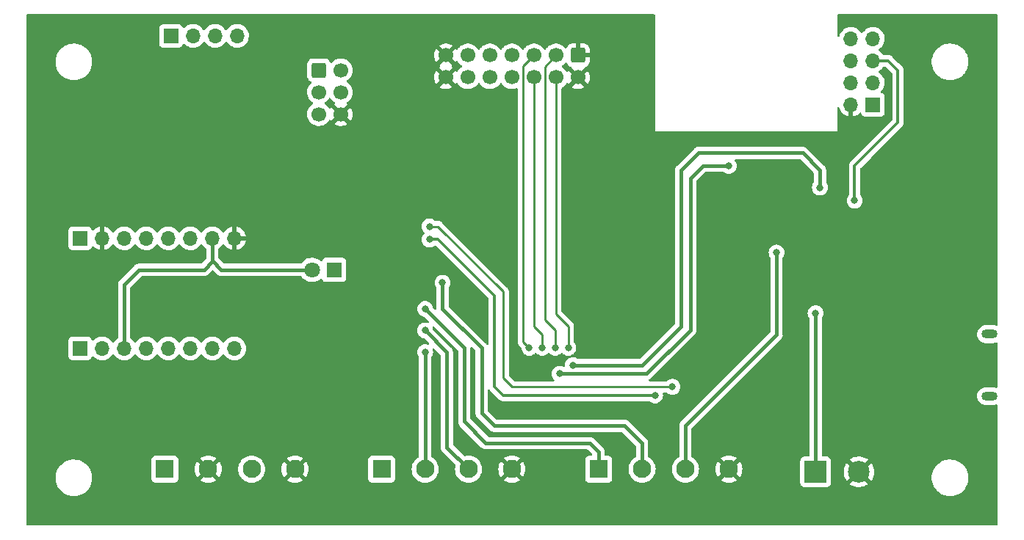
<source format=gbl>
G04 #@! TF.GenerationSoftware,KiCad,Pcbnew,(6.0.0)*
G04 #@! TF.CreationDate,2022-07-19T14:29:55+02:00*
G04 #@! TF.ProjectId,mht-base,6e666c2d-6261-4736-952e-6b696361645f,rev?*
G04 #@! TF.SameCoordinates,Original*
G04 #@! TF.FileFunction,Copper,L2,Bot*
G04 #@! TF.FilePolarity,Positive*
%FSLAX46Y46*%
G04 Gerber Fmt 4.6, Leading zero omitted, Abs format (unit mm)*
G04 Created by KiCad (PCBNEW (6.0.0)) date 2022-07-19 14:29:55*
%MOMM*%
%LPD*%
G01*
G04 APERTURE LIST*
G04 Aperture macros list*
%AMRoundRect*
0 Rectangle with rounded corners*
0 $1 Rounding radius*
0 $2 $3 $4 $5 $6 $7 $8 $9 X,Y pos of 4 corners*
0 Add a 4 corners polygon primitive as box body*
4,1,4,$2,$3,$4,$5,$6,$7,$8,$9,$2,$3,0*
0 Add four circle primitives for the rounded corners*
1,1,$1+$1,$2,$3*
1,1,$1+$1,$4,$5*
1,1,$1+$1,$6,$7*
1,1,$1+$1,$8,$9*
0 Add four rect primitives between the rounded corners*
20,1,$1+$1,$2,$3,$4,$5,0*
20,1,$1+$1,$4,$5,$6,$7,0*
20,1,$1+$1,$6,$7,$8,$9,0*
20,1,$1+$1,$8,$9,$2,$3,0*%
G04 Aperture macros list end*
G04 #@! TA.AperFunction,ComponentPad*
%ADD10R,2.100000X2.100000*%
G04 #@! TD*
G04 #@! TA.AperFunction,ComponentPad*
%ADD11C,2.100000*%
G04 #@! TD*
G04 #@! TA.AperFunction,ComponentPad*
%ADD12R,1.700000X1.700000*%
G04 #@! TD*
G04 #@! TA.AperFunction,ComponentPad*
%ADD13O,1.700000X1.700000*%
G04 #@! TD*
G04 #@! TA.AperFunction,ComponentPad*
%ADD14R,2.500000X2.500000*%
G04 #@! TD*
G04 #@! TA.AperFunction,ComponentPad*
%ADD15C,2.500000*%
G04 #@! TD*
G04 #@! TA.AperFunction,ComponentPad*
%ADD16R,1.800000X1.800000*%
G04 #@! TD*
G04 #@! TA.AperFunction,ComponentPad*
%ADD17C,1.800000*%
G04 #@! TD*
G04 #@! TA.AperFunction,ComponentPad*
%ADD18C,1.700000*%
G04 #@! TD*
G04 #@! TA.AperFunction,ComponentPad*
%ADD19RoundRect,0.250000X-0.600000X0.600000X-0.600000X-0.600000X0.600000X-0.600000X0.600000X0.600000X0*%
G04 #@! TD*
G04 #@! TA.AperFunction,ComponentPad*
%ADD20RoundRect,0.250000X-0.600000X-0.600000X0.600000X-0.600000X0.600000X0.600000X-0.600000X0.600000X0*%
G04 #@! TD*
G04 #@! TA.AperFunction,ComponentPad*
%ADD21O,1.850000X1.050000*%
G04 #@! TD*
G04 #@! TA.AperFunction,ViaPad*
%ADD22C,0.800000*%
G04 #@! TD*
G04 #@! TA.AperFunction,Conductor*
%ADD23C,0.400000*%
G04 #@! TD*
G04 #@! TA.AperFunction,Conductor*
%ADD24C,0.250000*%
G04 #@! TD*
G04 #@! TA.AperFunction,Conductor*
%ADD25C,0.300000*%
G04 #@! TD*
G04 APERTURE END LIST*
D10*
X80500000Y-113000000D03*
D11*
X85500000Y-113000000D03*
X90500000Y-113000000D03*
X95500000Y-113000000D03*
D12*
X45720000Y-99060000D03*
D13*
X48260000Y-99060000D03*
X50800000Y-99060000D03*
X53340000Y-99060000D03*
X55880000Y-99060000D03*
X58420000Y-99060000D03*
X60960000Y-99060000D03*
X63500000Y-99060000D03*
D12*
X45720000Y-86360000D03*
D13*
X48260000Y-86360000D03*
X50800000Y-86360000D03*
X53340000Y-86360000D03*
X55880000Y-86360000D03*
X58420000Y-86360000D03*
X60960000Y-86360000D03*
X63500000Y-86360000D03*
D10*
X55500000Y-113000000D03*
D11*
X60500000Y-113000000D03*
X65500000Y-113000000D03*
X70500000Y-113000000D03*
D14*
X130500000Y-113300000D03*
D15*
X135500000Y-113300000D03*
D16*
X75000000Y-90000000D03*
D17*
X72460000Y-90000000D03*
D18*
X87880000Y-67787500D03*
X87880000Y-65247500D03*
X90420000Y-67787500D03*
X90420000Y-65247500D03*
X92960000Y-67787500D03*
X92960000Y-65247500D03*
X95500000Y-67787500D03*
X95500000Y-65247500D03*
X98040000Y-67787500D03*
X98040000Y-65247500D03*
X100580000Y-67787500D03*
X100580000Y-65247500D03*
X103120000Y-67787500D03*
D19*
X103120000Y-65247500D03*
D12*
X137105000Y-70950000D03*
D13*
X134565000Y-70950000D03*
X137105000Y-68410000D03*
X134565000Y-68410000D03*
X137105000Y-65870000D03*
X134565000Y-65870000D03*
X137105000Y-63330000D03*
X134565000Y-63330000D03*
D10*
X105500000Y-113000000D03*
D11*
X110500000Y-113000000D03*
X115500000Y-113000000D03*
X120500000Y-113000000D03*
D20*
X73247500Y-66955000D03*
D18*
X75787500Y-66955000D03*
X73247500Y-69495000D03*
X75787500Y-69495000D03*
X73247500Y-72035000D03*
X75787500Y-72035000D03*
D21*
X150550000Y-104575000D03*
X150550000Y-97425000D03*
D12*
X56200000Y-63000000D03*
D13*
X58740000Y-63000000D03*
X61280000Y-63000000D03*
X63820000Y-63000000D03*
D22*
X145500000Y-93500000D03*
X131000000Y-80500000D03*
X130500000Y-95000000D03*
X114000000Y-103500000D03*
X112000000Y-104500000D03*
X97500000Y-99000000D03*
X95500000Y-87500000D03*
X128500000Y-85000000D03*
X112850000Y-83850000D03*
X138000000Y-85000000D03*
X94500000Y-90500000D03*
X126000000Y-88000000D03*
X135000000Y-82000000D03*
X102000000Y-99000000D03*
X100500000Y-99000000D03*
X99000000Y-99000000D03*
X85500000Y-99500000D03*
X85500000Y-97000000D03*
X86000000Y-86500000D03*
X86000000Y-85000000D03*
X120500000Y-78000000D03*
X101000000Y-102000000D03*
X102500000Y-101000000D03*
X85500000Y-94500000D03*
X87500000Y-91500000D03*
D23*
X115500000Y-108000000D02*
X126000000Y-97500000D01*
X126000000Y-97500000D02*
X126000000Y-88000000D01*
X115500000Y-113000000D02*
X115500000Y-108000000D01*
X130500000Y-95000000D02*
X130500000Y-96500000D01*
D24*
X96800000Y-98300000D02*
X97500000Y-99000000D01*
X96800000Y-66487500D02*
X96800000Y-98300000D01*
X98040000Y-65247500D02*
X96800000Y-66487500D01*
D23*
X129000000Y-76500000D02*
X131000000Y-78500000D01*
X117000000Y-76500000D02*
X129000000Y-76500000D01*
X131000000Y-78500000D02*
X131000000Y-80500000D01*
X110500000Y-101000000D02*
X115000000Y-96500000D01*
X115000000Y-78500000D02*
X117000000Y-76500000D01*
X102500000Y-101000000D02*
X110500000Y-101000000D01*
X115000000Y-96500000D02*
X115000000Y-78500000D01*
X111000000Y-102000000D02*
X101000000Y-102000000D01*
X116058106Y-96941894D02*
X111000000Y-102000000D01*
X116058106Y-79441894D02*
X116058106Y-96941894D01*
X120500000Y-78000000D02*
X117500000Y-78000000D01*
X117500000Y-78000000D02*
X116058106Y-79441894D01*
X130500000Y-96500000D02*
X130500000Y-99500000D01*
D25*
X93500000Y-93000000D02*
X87000000Y-86500000D01*
X93500000Y-103500000D02*
X93500000Y-93000000D01*
X87000000Y-86500000D02*
X86000000Y-86500000D01*
X94500000Y-104500000D02*
X93500000Y-103500000D01*
X112000000Y-104500000D02*
X94500000Y-104500000D01*
D24*
X87000000Y-85000000D02*
X86000000Y-85000000D01*
X94500000Y-92500000D02*
X87000000Y-85000000D01*
X94500000Y-102500000D02*
X94500000Y-92500000D01*
X95500000Y-103500000D02*
X94500000Y-102500000D01*
X114000000Y-103500000D02*
X95500000Y-103500000D01*
D23*
X94500000Y-88500000D02*
X95500000Y-87500000D01*
X94500000Y-90500000D02*
X94500000Y-88500000D01*
D25*
X136500000Y-76500000D02*
X135000000Y-78000000D01*
X135000000Y-78000000D02*
X135000000Y-82000000D01*
D23*
X110500000Y-110000000D02*
X110500000Y-113000000D01*
X92000000Y-106500000D02*
X93500000Y-108000000D01*
X87500000Y-94500000D02*
X92000000Y-99000000D01*
X92000000Y-99000000D02*
X92000000Y-106500000D01*
X108500000Y-108000000D02*
X110500000Y-110000000D01*
X87500000Y-91500000D02*
X87500000Y-94500000D01*
X93500000Y-108000000D02*
X108500000Y-108000000D01*
X90000000Y-99000000D02*
X85500000Y-94500000D01*
X104500000Y-110000000D02*
X105500000Y-111000000D01*
X92500000Y-110000000D02*
X104500000Y-110000000D01*
X105500000Y-111000000D02*
X105500000Y-113000000D01*
X90000000Y-99000000D02*
X90000000Y-107500000D01*
X90000000Y-107500000D02*
X92500000Y-110000000D01*
X88000000Y-110500000D02*
X90500000Y-113000000D01*
X88000000Y-99500000D02*
X88000000Y-110500000D01*
X85500000Y-97000000D02*
X88000000Y-99500000D01*
D24*
X102000000Y-96500000D02*
X102000000Y-99000000D01*
X100580000Y-67787500D02*
X100580000Y-95080000D01*
X100580000Y-95080000D02*
X102000000Y-96500000D01*
X100500000Y-97000000D02*
X100500000Y-99000000D01*
X99300000Y-95800000D02*
X100500000Y-97000000D01*
X99300000Y-66527500D02*
X99300000Y-95800000D01*
X100580000Y-65247500D02*
X99300000Y-66527500D01*
X99000000Y-97500000D02*
X99000000Y-99000000D01*
X98040000Y-96540000D02*
X99000000Y-97500000D01*
X98040000Y-67787500D02*
X98040000Y-96540000D01*
D23*
X60960000Y-88960000D02*
X62000000Y-90000000D01*
X50800000Y-91700000D02*
X52500000Y-90000000D01*
X60960000Y-89040000D02*
X60960000Y-88960000D01*
X52500000Y-90000000D02*
X60000000Y-90000000D01*
X60000000Y-90000000D02*
X60960000Y-89040000D01*
X50800000Y-99060000D02*
X50800000Y-91700000D01*
X60960000Y-86360000D02*
X60960000Y-88960000D01*
X62000000Y-90000000D02*
X72460000Y-90000000D01*
D25*
X140000000Y-73000000D02*
X137000000Y-76000000D01*
X138870000Y-65870000D02*
X140000000Y-67000000D01*
X140000000Y-67000000D02*
X140000000Y-68765000D01*
X140000000Y-68765000D02*
X140000000Y-73000000D01*
X137105000Y-65870000D02*
X138870000Y-65870000D01*
X137000000Y-76000000D02*
X136500000Y-76500000D01*
D23*
X85500000Y-113000000D02*
X85500000Y-99500000D01*
X130500000Y-113300000D02*
X130500000Y-99500000D01*
G04 #@! TA.AperFunction,Conductor*
G36*
X111942121Y-60528002D02*
G01*
X111988614Y-60581658D01*
X112000000Y-60634000D01*
X112000000Y-74000000D01*
X133000000Y-74000000D01*
X133000000Y-71315152D01*
X133020002Y-71247031D01*
X133073658Y-71200538D01*
X133143932Y-71190434D01*
X133208512Y-71219928D01*
X133246896Y-71279654D01*
X133248917Y-71287451D01*
X133263565Y-71352446D01*
X133266645Y-71362275D01*
X133346770Y-71559603D01*
X133351413Y-71568794D01*
X133462694Y-71750388D01*
X133468777Y-71758699D01*
X133608213Y-71919667D01*
X133615580Y-71926883D01*
X133779434Y-72062916D01*
X133787881Y-72068831D01*
X133971756Y-72176279D01*
X133981042Y-72180729D01*
X134180001Y-72256703D01*
X134189899Y-72259579D01*
X134293250Y-72280606D01*
X134307299Y-72279410D01*
X134311000Y-72269065D01*
X134311000Y-70822000D01*
X134331002Y-70753879D01*
X134384658Y-70707386D01*
X134437000Y-70696000D01*
X134693000Y-70696000D01*
X134761121Y-70716002D01*
X134807614Y-70769658D01*
X134819000Y-70822000D01*
X134819000Y-72268517D01*
X134823064Y-72282359D01*
X134836478Y-72284393D01*
X134843184Y-72283534D01*
X134853262Y-72281392D01*
X135057255Y-72220191D01*
X135066842Y-72216433D01*
X135258095Y-72122739D01*
X135266945Y-72117464D01*
X135440328Y-71993792D01*
X135448193Y-71987145D01*
X135552897Y-71882805D01*
X135615268Y-71848889D01*
X135686075Y-71854077D01*
X135742837Y-71896723D01*
X135759819Y-71927826D01*
X135804385Y-72046705D01*
X135891739Y-72163261D01*
X136008295Y-72250615D01*
X136144684Y-72301745D01*
X136206866Y-72308500D01*
X138003134Y-72308500D01*
X138065316Y-72301745D01*
X138201705Y-72250615D01*
X138318261Y-72163261D01*
X138405615Y-72046705D01*
X138456745Y-71910316D01*
X138463500Y-71848134D01*
X138463500Y-70051866D01*
X138456745Y-69989684D01*
X138405615Y-69853295D01*
X138318261Y-69736739D01*
X138201705Y-69649385D01*
X138174905Y-69639338D01*
X138083203Y-69604960D01*
X138026439Y-69562318D01*
X138001739Y-69495756D01*
X138016947Y-69426408D01*
X138038493Y-69397727D01*
X138139435Y-69297137D01*
X138143096Y-69293489D01*
X138154570Y-69277522D01*
X138270435Y-69116277D01*
X138273453Y-69112077D01*
X138280866Y-69097079D01*
X138370136Y-68916453D01*
X138370137Y-68916451D01*
X138372430Y-68911811D01*
X138437370Y-68698069D01*
X138466529Y-68476590D01*
X138467243Y-68447357D01*
X138468074Y-68413365D01*
X138468074Y-68413361D01*
X138468156Y-68410000D01*
X138449852Y-68187361D01*
X138395431Y-67970702D01*
X138306354Y-67765840D01*
X138217455Y-67628423D01*
X138187822Y-67582617D01*
X138187820Y-67582614D01*
X138185014Y-67578277D01*
X138034670Y-67413051D01*
X138030619Y-67409852D01*
X138030615Y-67409848D01*
X137863414Y-67277800D01*
X137863410Y-67277798D01*
X137859359Y-67274598D01*
X137818053Y-67251796D01*
X137768084Y-67201364D01*
X137753312Y-67131921D01*
X137778428Y-67065516D01*
X137805780Y-67038909D01*
X137874827Y-66989658D01*
X137984860Y-66911173D01*
X138143096Y-66753489D01*
X138154570Y-66737522D01*
X138267060Y-66580974D01*
X138323055Y-66537326D01*
X138369383Y-66528500D01*
X138545049Y-66528500D01*
X138613170Y-66548502D01*
X138634144Y-66565404D01*
X139304595Y-67235854D01*
X139338620Y-67298167D01*
X139341500Y-67324950D01*
X139341500Y-72675050D01*
X139321498Y-72743171D01*
X139304595Y-72764145D01*
X136005073Y-76063667D01*
X136005070Y-76063671D01*
X134592396Y-77476345D01*
X134583613Y-77484337D01*
X134576920Y-77488584D01*
X134571494Y-77494362D01*
X134528395Y-77540258D01*
X134525640Y-77543100D01*
X134505073Y-77563667D01*
X134502356Y-77567170D01*
X134494648Y-77576195D01*
X134463028Y-77609867D01*
X134459207Y-77616818D01*
X134459206Y-77616819D01*
X134452697Y-77628658D01*
X134441843Y-77645182D01*
X134434018Y-77655271D01*
X134428696Y-77662132D01*
X134425549Y-77669404D01*
X134425548Y-77669406D01*
X134410346Y-77704535D01*
X134405124Y-77715195D01*
X134382876Y-77755663D01*
X134377541Y-77776441D01*
X134371142Y-77795131D01*
X134362620Y-77814824D01*
X134361380Y-77822655D01*
X134355394Y-77860448D01*
X134352987Y-77872071D01*
X134341500Y-77916812D01*
X134341500Y-77938259D01*
X134339949Y-77957969D01*
X134336594Y-77979152D01*
X134337340Y-77987043D01*
X134340941Y-78025138D01*
X134341500Y-78036996D01*
X134341500Y-81325241D01*
X134321498Y-81393362D01*
X134309136Y-81409551D01*
X134260960Y-81463056D01*
X134165473Y-81628444D01*
X134106458Y-81810072D01*
X134086496Y-82000000D01*
X134106458Y-82189928D01*
X134165473Y-82371556D01*
X134260960Y-82536944D01*
X134388747Y-82678866D01*
X134543248Y-82791118D01*
X134549276Y-82793802D01*
X134549278Y-82793803D01*
X134711681Y-82866109D01*
X134717712Y-82868794D01*
X134811112Y-82888647D01*
X134898056Y-82907128D01*
X134898061Y-82907128D01*
X134904513Y-82908500D01*
X135095487Y-82908500D01*
X135101939Y-82907128D01*
X135101944Y-82907128D01*
X135188888Y-82888647D01*
X135282288Y-82868794D01*
X135288319Y-82866109D01*
X135450722Y-82793803D01*
X135450724Y-82793802D01*
X135456752Y-82791118D01*
X135611253Y-82678866D01*
X135739040Y-82536944D01*
X135834527Y-82371556D01*
X135893542Y-82189928D01*
X135913504Y-82000000D01*
X135893542Y-81810072D01*
X135834527Y-81628444D01*
X135739040Y-81463056D01*
X135690864Y-81409551D01*
X135660146Y-81345544D01*
X135658500Y-81325241D01*
X135658500Y-78324950D01*
X135678502Y-78256829D01*
X135695405Y-78235855D01*
X136906803Y-77024456D01*
X136906806Y-77024454D01*
X140407605Y-73523655D01*
X140416385Y-73515665D01*
X140416387Y-73515663D01*
X140423080Y-73511416D01*
X140471605Y-73459742D01*
X140474359Y-73456901D01*
X140494927Y-73436333D01*
X140497647Y-73432826D01*
X140505353Y-73423804D01*
X140531544Y-73395913D01*
X140536972Y-73390133D01*
X140540794Y-73383181D01*
X140547303Y-73371342D01*
X140558157Y-73354818D01*
X140566445Y-73344132D01*
X140571304Y-73337868D01*
X140574452Y-73330594D01*
X140589654Y-73295465D01*
X140594876Y-73284805D01*
X140613305Y-73251284D01*
X140613306Y-73251282D01*
X140617124Y-73244337D01*
X140622459Y-73223559D01*
X140628858Y-73204869D01*
X140637380Y-73185176D01*
X140644606Y-73139552D01*
X140647013Y-73127929D01*
X140656528Y-73090868D01*
X140658500Y-73083188D01*
X140658500Y-73061741D01*
X140660051Y-73042031D01*
X140662166Y-73028677D01*
X140663406Y-73020848D01*
X140659059Y-72974859D01*
X140658500Y-72963004D01*
X140658500Y-67082056D01*
X140659059Y-67070200D01*
X140659059Y-67070197D01*
X140660788Y-67062463D01*
X140658562Y-66991631D01*
X140658500Y-66987673D01*
X140658500Y-66958568D01*
X140657944Y-66954168D01*
X140657012Y-66942330D01*
X140656748Y-66933903D01*
X140655562Y-66896169D01*
X140649580Y-66875579D01*
X140645570Y-66856216D01*
X140643875Y-66842796D01*
X140643875Y-66842795D01*
X140642882Y-66834936D01*
X140639966Y-66827571D01*
X140639965Y-66827567D01*
X140625874Y-66791979D01*
X140622035Y-66780769D01*
X140609145Y-66736400D01*
X140598229Y-66717943D01*
X140589534Y-66700193D01*
X140581635Y-66680244D01*
X140563512Y-66655300D01*
X140554477Y-66642864D01*
X140547960Y-66632943D01*
X140547427Y-66632041D01*
X140524452Y-66593193D01*
X140509291Y-66578032D01*
X140496449Y-66562997D01*
X140483841Y-66545643D01*
X140448242Y-66516193D01*
X140439463Y-66508204D01*
X140063962Y-66132703D01*
X143890743Y-66132703D01*
X143891302Y-66136947D01*
X143891302Y-66136951D01*
X143895562Y-66169306D01*
X143928268Y-66417734D01*
X144004129Y-66695036D01*
X144005813Y-66698984D01*
X144115014Y-66955000D01*
X144116923Y-66959476D01*
X144264561Y-67206161D01*
X144444313Y-67430528D01*
X144546164Y-67527181D01*
X144632015Y-67608650D01*
X144652851Y-67628423D01*
X144766184Y-67709861D01*
X144875805Y-67788632D01*
X144886317Y-67796186D01*
X144890112Y-67798195D01*
X144890113Y-67798196D01*
X144911869Y-67809715D01*
X145140392Y-67930712D01*
X145164699Y-67939607D01*
X145392909Y-68023120D01*
X145410373Y-68029511D01*
X145691264Y-68090755D01*
X145719841Y-68093004D01*
X145914282Y-68108307D01*
X145914291Y-68108307D01*
X145916739Y-68108500D01*
X146072271Y-68108500D01*
X146074407Y-68108354D01*
X146074418Y-68108354D01*
X146282548Y-68094165D01*
X146282554Y-68094164D01*
X146286825Y-68093873D01*
X146291020Y-68093004D01*
X146291022Y-68093004D01*
X146529431Y-68043632D01*
X146568342Y-68035574D01*
X146839343Y-67939607D01*
X147094812Y-67807750D01*
X147098313Y-67805289D01*
X147098317Y-67805287D01*
X147212417Y-67725096D01*
X147330023Y-67642441D01*
X147524789Y-67461453D01*
X147537479Y-67449661D01*
X147537481Y-67449658D01*
X147540622Y-67446740D01*
X147722713Y-67224268D01*
X147872927Y-66979142D01*
X147882048Y-66958365D01*
X147986757Y-66719830D01*
X147988483Y-66715898D01*
X148001362Y-66670688D01*
X148036167Y-66548502D01*
X148067244Y-66439406D01*
X148107751Y-66154784D01*
X148107845Y-66136951D01*
X148109235Y-65871583D01*
X148109235Y-65871576D01*
X148109257Y-65867297D01*
X148101005Y-65804612D01*
X148078090Y-65630562D01*
X148071732Y-65582266D01*
X147995871Y-65304964D01*
X147965896Y-65234688D01*
X147884763Y-65044476D01*
X147884761Y-65044472D01*
X147883077Y-65040524D01*
X147788856Y-64883092D01*
X147737643Y-64797521D01*
X147737640Y-64797517D01*
X147735439Y-64793839D01*
X147555687Y-64569472D01*
X147366283Y-64389734D01*
X147350258Y-64374527D01*
X147350255Y-64374525D01*
X147347149Y-64371577D01*
X147126830Y-64213261D01*
X147117172Y-64206321D01*
X147117171Y-64206320D01*
X147113683Y-64203814D01*
X147091843Y-64192250D01*
X146975572Y-64130688D01*
X146859608Y-64069288D01*
X146642553Y-63989857D01*
X146593658Y-63971964D01*
X146593656Y-63971963D01*
X146589627Y-63970489D01*
X146308736Y-63909245D01*
X146277685Y-63906801D01*
X146085718Y-63891693D01*
X146085709Y-63891693D01*
X146083261Y-63891500D01*
X145927729Y-63891500D01*
X145925593Y-63891646D01*
X145925582Y-63891646D01*
X145717452Y-63905835D01*
X145717446Y-63905836D01*
X145713175Y-63906127D01*
X145708980Y-63906996D01*
X145708978Y-63906996D01*
X145572416Y-63935277D01*
X145431658Y-63964426D01*
X145160657Y-64060393D01*
X145099342Y-64092040D01*
X145024463Y-64130688D01*
X144905188Y-64192250D01*
X144901687Y-64194711D01*
X144901683Y-64194713D01*
X144848810Y-64231873D01*
X144669977Y-64357559D01*
X144636518Y-64388651D01*
X144465988Y-64547118D01*
X144459378Y-64553260D01*
X144277287Y-64775732D01*
X144127073Y-65020858D01*
X144011517Y-65284102D01*
X144010342Y-65288229D01*
X144010341Y-65288230D01*
X143984803Y-65377881D01*
X143932756Y-65560594D01*
X143892249Y-65845216D01*
X143892227Y-65849505D01*
X143892226Y-65849512D01*
X143890765Y-66128417D01*
X143890743Y-66132703D01*
X140063962Y-66132703D01*
X139393655Y-65462396D01*
X139385663Y-65453613D01*
X139385663Y-65453612D01*
X139381416Y-65446920D01*
X139329741Y-65398394D01*
X139326900Y-65395640D01*
X139306333Y-65375073D01*
X139302826Y-65372353D01*
X139293804Y-65364647D01*
X139265913Y-65338456D01*
X139260133Y-65333028D01*
X139253181Y-65329206D01*
X139241342Y-65322697D01*
X139224818Y-65311843D01*
X139214132Y-65303555D01*
X139207868Y-65298696D01*
X139200596Y-65295549D01*
X139200594Y-65295548D01*
X139165465Y-65280346D01*
X139154805Y-65275124D01*
X139121284Y-65256695D01*
X139121282Y-65256694D01*
X139114337Y-65252876D01*
X139093559Y-65247541D01*
X139074869Y-65241142D01*
X139055176Y-65232620D01*
X139009552Y-65225394D01*
X138997929Y-65222987D01*
X138969928Y-65215798D01*
X138953188Y-65211500D01*
X138931741Y-65211500D01*
X138912031Y-65209949D01*
X138898677Y-65207834D01*
X138890848Y-65206594D01*
X138844859Y-65210941D01*
X138833004Y-65211500D01*
X138365632Y-65211500D01*
X138297511Y-65191498D01*
X138259840Y-65153940D01*
X138187822Y-65042617D01*
X138187820Y-65042614D01*
X138185014Y-65038277D01*
X138034670Y-64873051D01*
X138030619Y-64869852D01*
X138030615Y-64869848D01*
X137863414Y-64737800D01*
X137863410Y-64737798D01*
X137859359Y-64734598D01*
X137818053Y-64711796D01*
X137768084Y-64661364D01*
X137753312Y-64591921D01*
X137778428Y-64525516D01*
X137805780Y-64498909D01*
X137849603Y-64467650D01*
X137984860Y-64371173D01*
X137995593Y-64360478D01*
X138109118Y-64247348D01*
X138143096Y-64213489D01*
X138151493Y-64201804D01*
X138270435Y-64036277D01*
X138273453Y-64032077D01*
X138287889Y-64002869D01*
X138370136Y-63836453D01*
X138370137Y-63836451D01*
X138372430Y-63831811D01*
X138437370Y-63618069D01*
X138466529Y-63396590D01*
X138468156Y-63330000D01*
X138449852Y-63107361D01*
X138395431Y-62890702D01*
X138306354Y-62685840D01*
X138185014Y-62498277D01*
X138034670Y-62333051D01*
X138030619Y-62329852D01*
X138030615Y-62329848D01*
X137863414Y-62197800D01*
X137863410Y-62197798D01*
X137859359Y-62194598D01*
X137663789Y-62086638D01*
X137658920Y-62084914D01*
X137658916Y-62084912D01*
X137458087Y-62013795D01*
X137458083Y-62013794D01*
X137453212Y-62012069D01*
X137448119Y-62011162D01*
X137448116Y-62011161D01*
X137238373Y-61973800D01*
X137238367Y-61973799D01*
X137233284Y-61972894D01*
X137159452Y-61971992D01*
X137015081Y-61970228D01*
X137015079Y-61970228D01*
X137009911Y-61970165D01*
X136789091Y-62003955D01*
X136576756Y-62073357D01*
X136546443Y-62089137D01*
X136386080Y-62172617D01*
X136378607Y-62176507D01*
X136374474Y-62179610D01*
X136374471Y-62179612D01*
X136350247Y-62197800D01*
X136199965Y-62310635D01*
X136045629Y-62472138D01*
X135938201Y-62629621D01*
X135883293Y-62674621D01*
X135812768Y-62682792D01*
X135749021Y-62651538D01*
X135728324Y-62627054D01*
X135647822Y-62502617D01*
X135647820Y-62502614D01*
X135645014Y-62498277D01*
X135494670Y-62333051D01*
X135490619Y-62329852D01*
X135490615Y-62329848D01*
X135323414Y-62197800D01*
X135323410Y-62197798D01*
X135319359Y-62194598D01*
X135123789Y-62086638D01*
X135118920Y-62084914D01*
X135118916Y-62084912D01*
X134918087Y-62013795D01*
X134918083Y-62013794D01*
X134913212Y-62012069D01*
X134908119Y-62011162D01*
X134908116Y-62011161D01*
X134698373Y-61973800D01*
X134698367Y-61973799D01*
X134693284Y-61972894D01*
X134619452Y-61971992D01*
X134475081Y-61970228D01*
X134475079Y-61970228D01*
X134469911Y-61970165D01*
X134249091Y-62003955D01*
X134036756Y-62073357D01*
X134006443Y-62089137D01*
X133846080Y-62172617D01*
X133838607Y-62176507D01*
X133834474Y-62179610D01*
X133834471Y-62179612D01*
X133810247Y-62197800D01*
X133659965Y-62310635D01*
X133505629Y-62472138D01*
X133379743Y-62656680D01*
X133285688Y-62859305D01*
X133276981Y-62890702D01*
X133247417Y-62997304D01*
X133209938Y-63057602D01*
X133145809Y-63088065D01*
X133075391Y-63079021D01*
X133021041Y-63033342D01*
X133000000Y-62963632D01*
X133000000Y-60634000D01*
X133020002Y-60565879D01*
X133073658Y-60519386D01*
X133126000Y-60508000D01*
X151366000Y-60508000D01*
X151434121Y-60528002D01*
X151480614Y-60581658D01*
X151492000Y-60634000D01*
X151492000Y-96340476D01*
X151471998Y-96408597D01*
X151418342Y-96455090D01*
X151348068Y-96465194D01*
X151327909Y-96460580D01*
X151165916Y-96409193D01*
X151159799Y-96408507D01*
X151159795Y-96408506D01*
X151084941Y-96400110D01*
X151008183Y-96391500D01*
X150098996Y-96391500D01*
X149948287Y-96406277D01*
X149754258Y-96464858D01*
X149575302Y-96560010D01*
X149570528Y-96563904D01*
X149570526Y-96563905D01*
X149515680Y-96608637D01*
X149418237Y-96688110D01*
X149414310Y-96692857D01*
X149414308Y-96692859D01*
X149292973Y-96839528D01*
X149292971Y-96839531D01*
X149289044Y-96844278D01*
X149192644Y-97022565D01*
X149172604Y-97087303D01*
X149152637Y-97151808D01*
X149132710Y-97216180D01*
X149111524Y-97417750D01*
X149114481Y-97450240D01*
X149122819Y-97541852D01*
X149129894Y-97619596D01*
X149131632Y-97625502D01*
X149131633Y-97625506D01*
X149154410Y-97702894D01*
X149187119Y-97814029D01*
X149189972Y-97819486D01*
X149189973Y-97819489D01*
X149204219Y-97846739D01*
X149281019Y-97993645D01*
X149408019Y-98151601D01*
X149563281Y-98281881D01*
X149568673Y-98284845D01*
X149568677Y-98284848D01*
X149686752Y-98349760D01*
X149740891Y-98379523D01*
X149934084Y-98440807D01*
X149940201Y-98441493D01*
X149940205Y-98441494D01*
X150014348Y-98449810D01*
X150091817Y-98458500D01*
X151001004Y-98458500D01*
X151151713Y-98443723D01*
X151329582Y-98390021D01*
X151400576Y-98389480D01*
X151460593Y-98427408D01*
X151490577Y-98491762D01*
X151492000Y-98510643D01*
X151492000Y-103490476D01*
X151471998Y-103558597D01*
X151418342Y-103605090D01*
X151348068Y-103615194D01*
X151327909Y-103610580D01*
X151165916Y-103559193D01*
X151159799Y-103558507D01*
X151159795Y-103558506D01*
X151085652Y-103550190D01*
X151008183Y-103541500D01*
X150098996Y-103541500D01*
X149948287Y-103556277D01*
X149754258Y-103614858D01*
X149575302Y-103710010D01*
X149418237Y-103838110D01*
X149414310Y-103842857D01*
X149414308Y-103842859D01*
X149292973Y-103989528D01*
X149292971Y-103989531D01*
X149289044Y-103994278D01*
X149192644Y-104172565D01*
X149132710Y-104366180D01*
X149111524Y-104567750D01*
X149129894Y-104769596D01*
X149131632Y-104775502D01*
X149131633Y-104775506D01*
X149161587Y-104877279D01*
X149187119Y-104964029D01*
X149189972Y-104969486D01*
X149189973Y-104969489D01*
X149204692Y-104997644D01*
X149281019Y-105143645D01*
X149408019Y-105301601D01*
X149563281Y-105431881D01*
X149568673Y-105434845D01*
X149568677Y-105434848D01*
X149735494Y-105526556D01*
X149740891Y-105529523D01*
X149934084Y-105590807D01*
X149940201Y-105591493D01*
X149940205Y-105591494D01*
X150014348Y-105599810D01*
X150091817Y-105608500D01*
X151001004Y-105608500D01*
X151151713Y-105593723D01*
X151329582Y-105540021D01*
X151400576Y-105539480D01*
X151460593Y-105577408D01*
X151490577Y-105641762D01*
X151492000Y-105660643D01*
X151492000Y-119366000D01*
X151471998Y-119434121D01*
X151418342Y-119480614D01*
X151366000Y-119492000D01*
X39634000Y-119492000D01*
X39565879Y-119471998D01*
X39519386Y-119418342D01*
X39508000Y-119366000D01*
X39508000Y-114132703D01*
X42890743Y-114132703D01*
X42891302Y-114136947D01*
X42891302Y-114136951D01*
X42893084Y-114150488D01*
X42928268Y-114417734D01*
X43004129Y-114695036D01*
X43005813Y-114698984D01*
X43099506Y-114918642D01*
X43116923Y-114959476D01*
X43264561Y-115206161D01*
X43444313Y-115430528D01*
X43652851Y-115628423D01*
X43886317Y-115796186D01*
X43890112Y-115798195D01*
X43890113Y-115798196D01*
X43911869Y-115809715D01*
X44140392Y-115930712D01*
X44410373Y-116029511D01*
X44691264Y-116090755D01*
X44719841Y-116093004D01*
X44914282Y-116108307D01*
X44914291Y-116108307D01*
X44916739Y-116108500D01*
X45072271Y-116108500D01*
X45074407Y-116108354D01*
X45074418Y-116108354D01*
X45282548Y-116094165D01*
X45282554Y-116094164D01*
X45286825Y-116093873D01*
X45291020Y-116093004D01*
X45291022Y-116093004D01*
X45427584Y-116064723D01*
X45568342Y-116035574D01*
X45839343Y-115939607D01*
X46094812Y-115807750D01*
X46098313Y-115805289D01*
X46098317Y-115805287D01*
X46212417Y-115725096D01*
X46330023Y-115642441D01*
X46540622Y-115446740D01*
X46722713Y-115224268D01*
X46872927Y-114979142D01*
X46988483Y-114715898D01*
X47022029Y-114598134D01*
X128741500Y-114598134D01*
X128748255Y-114660316D01*
X128799385Y-114796705D01*
X128886739Y-114913261D01*
X129003295Y-115000615D01*
X129139684Y-115051745D01*
X129201866Y-115058500D01*
X131798134Y-115058500D01*
X131860316Y-115051745D01*
X131996705Y-115000615D01*
X132113261Y-114913261D01*
X132200615Y-114796705D01*
X132233444Y-114709133D01*
X134455612Y-114709133D01*
X134464325Y-114720653D01*
X134562018Y-114792284D01*
X134569928Y-114797227D01*
X134792890Y-114914533D01*
X134801453Y-114918256D01*
X135039304Y-115001318D01*
X135048313Y-115003732D01*
X135295842Y-115050727D01*
X135305098Y-115051781D01*
X135556857Y-115061673D01*
X135566171Y-115061347D01*
X135816615Y-115033920D01*
X135825792Y-115032219D01*
X136069431Y-114968074D01*
X136078251Y-114965037D01*
X136309736Y-114865583D01*
X136318008Y-114861276D01*
X136532249Y-114728700D01*
X136539188Y-114723658D01*
X136547518Y-114711019D01*
X136541456Y-114700666D01*
X135512812Y-113672022D01*
X135498868Y-113664408D01*
X135497035Y-113664539D01*
X135490420Y-113668790D01*
X134462270Y-114696940D01*
X134455612Y-114709133D01*
X132233444Y-114709133D01*
X132251745Y-114660316D01*
X132258500Y-114598134D01*
X132258500Y-113258523D01*
X133737898Y-113258523D01*
X133749987Y-113510175D01*
X133751124Y-113519435D01*
X133800274Y-113766535D01*
X133802768Y-113775528D01*
X133887900Y-114012639D01*
X133891700Y-114021174D01*
X134010946Y-114243101D01*
X134015957Y-114250968D01*
X134079446Y-114335990D01*
X134090704Y-114344439D01*
X134103123Y-114337667D01*
X135127978Y-113312812D01*
X135134356Y-113301132D01*
X135864408Y-113301132D01*
X135864539Y-113302965D01*
X135868790Y-113309580D01*
X136899913Y-114340703D01*
X136912293Y-114347463D01*
X136920634Y-114341219D01*
X137046765Y-114145127D01*
X137051212Y-114136936D01*
X137053119Y-114132703D01*
X143890743Y-114132703D01*
X143891302Y-114136947D01*
X143891302Y-114136951D01*
X143893084Y-114150488D01*
X143928268Y-114417734D01*
X144004129Y-114695036D01*
X144005813Y-114698984D01*
X144099506Y-114918642D01*
X144116923Y-114959476D01*
X144264561Y-115206161D01*
X144444313Y-115430528D01*
X144652851Y-115628423D01*
X144886317Y-115796186D01*
X144890112Y-115798195D01*
X144890113Y-115798196D01*
X144911869Y-115809715D01*
X145140392Y-115930712D01*
X145410373Y-116029511D01*
X145691264Y-116090755D01*
X145719841Y-116093004D01*
X145914282Y-116108307D01*
X145914291Y-116108307D01*
X145916739Y-116108500D01*
X146072271Y-116108500D01*
X146074407Y-116108354D01*
X146074418Y-116108354D01*
X146282548Y-116094165D01*
X146282554Y-116094164D01*
X146286825Y-116093873D01*
X146291020Y-116093004D01*
X146291022Y-116093004D01*
X146427584Y-116064723D01*
X146568342Y-116035574D01*
X146839343Y-115939607D01*
X147094812Y-115807750D01*
X147098313Y-115805289D01*
X147098317Y-115805287D01*
X147212417Y-115725096D01*
X147330023Y-115642441D01*
X147540622Y-115446740D01*
X147722713Y-115224268D01*
X147872927Y-114979142D01*
X147988483Y-114715898D01*
X148067244Y-114439406D01*
X148107751Y-114154784D01*
X148107845Y-114136951D01*
X148109235Y-113871583D01*
X148109235Y-113871576D01*
X148109257Y-113867297D01*
X148095992Y-113766535D01*
X148087881Y-113704933D01*
X148071732Y-113582266D01*
X147995871Y-113304964D01*
X147883077Y-113040524D01*
X147735439Y-112793839D01*
X147555687Y-112569472D01*
X147347149Y-112371577D01*
X147113683Y-112203814D01*
X147091843Y-112192250D01*
X146927424Y-112105195D01*
X146859608Y-112069288D01*
X146589627Y-111970489D01*
X146308736Y-111909245D01*
X146277685Y-111906801D01*
X146085718Y-111891693D01*
X146085709Y-111891693D01*
X146083261Y-111891500D01*
X145927729Y-111891500D01*
X145925593Y-111891646D01*
X145925582Y-111891646D01*
X145717452Y-111905835D01*
X145717446Y-111905836D01*
X145713175Y-111906127D01*
X145708980Y-111906996D01*
X145708978Y-111906996D01*
X145586862Y-111932285D01*
X145431658Y-111964426D01*
X145160657Y-112060393D01*
X144905188Y-112192250D01*
X144901687Y-112194711D01*
X144901683Y-112194713D01*
X144790768Y-112272666D01*
X144669977Y-112357559D01*
X144654892Y-112371577D01*
X144503252Y-112512490D01*
X144459378Y-112553260D01*
X144277287Y-112775732D01*
X144127073Y-113020858D01*
X144125347Y-113024791D01*
X144125346Y-113024792D01*
X144026763Y-113249370D01*
X144011517Y-113284102D01*
X143932756Y-113560594D01*
X143892249Y-113845216D01*
X143892227Y-113849505D01*
X143892226Y-113849512D01*
X143890869Y-114108641D01*
X143890743Y-114132703D01*
X137053119Y-114132703D01*
X137154691Y-113907222D01*
X137157882Y-113898455D01*
X137226269Y-113655976D01*
X137228129Y-113646834D01*
X137260116Y-113395396D01*
X137260597Y-113389108D01*
X137262847Y-113303160D01*
X137262696Y-113296851D01*
X137243912Y-113044074D01*
X137242536Y-113034868D01*
X137186929Y-112789126D01*
X137184205Y-112780215D01*
X137092888Y-112545392D01*
X137088877Y-112536983D01*
X136963854Y-112318240D01*
X136958643Y-112310514D01*
X136921391Y-112263261D01*
X136909466Y-112254790D01*
X136897934Y-112261276D01*
X135872022Y-113287188D01*
X135864408Y-113301132D01*
X135134356Y-113301132D01*
X135135592Y-113298868D01*
X135135461Y-113297035D01*
X135131210Y-113290420D01*
X134101321Y-112260531D01*
X134088013Y-112253264D01*
X134077974Y-112260386D01*
X134067761Y-112272666D01*
X134062346Y-112280258D01*
X133931646Y-112495646D01*
X133927408Y-112503963D01*
X133829981Y-112736299D01*
X133827020Y-112745149D01*
X133765006Y-112989331D01*
X133763384Y-112998528D01*
X133738143Y-113249198D01*
X133737898Y-113258523D01*
X132258500Y-113258523D01*
X132258500Y-112001866D01*
X132251745Y-111939684D01*
X132232671Y-111888803D01*
X134453216Y-111888803D01*
X134457789Y-111898579D01*
X135487188Y-112927978D01*
X135501132Y-112935592D01*
X135502965Y-112935461D01*
X135509580Y-112931210D01*
X136538419Y-111902371D01*
X136544803Y-111890681D01*
X136535391Y-111878570D01*
X136398593Y-111783670D01*
X136390565Y-111778942D01*
X136164593Y-111667505D01*
X136155960Y-111664017D01*
X135915998Y-111587205D01*
X135906938Y-111585029D01*
X135658260Y-111544529D01*
X135648973Y-111543717D01*
X135397053Y-111540419D01*
X135387742Y-111540989D01*
X135138097Y-111574964D01*
X135128978Y-111576902D01*
X134887098Y-111647404D01*
X134878367Y-111650667D01*
X134649558Y-111756151D01*
X134641406Y-111760670D01*
X134462353Y-111878062D01*
X134453216Y-111888803D01*
X132232671Y-111888803D01*
X132200615Y-111803295D01*
X132113261Y-111686739D01*
X131996705Y-111599385D01*
X131860316Y-111548255D01*
X131798134Y-111541500D01*
X131334500Y-111541500D01*
X131266379Y-111521498D01*
X131219886Y-111467842D01*
X131208500Y-111415500D01*
X131208500Y-95618744D01*
X131228502Y-95550623D01*
X131232564Y-95544683D01*
X131234621Y-95541852D01*
X131239040Y-95536944D01*
X131334527Y-95371556D01*
X131393542Y-95189928D01*
X131413504Y-95000000D01*
X131397331Y-94846121D01*
X131394232Y-94816635D01*
X131394232Y-94816633D01*
X131393542Y-94810072D01*
X131334527Y-94628444D01*
X131239040Y-94463056D01*
X131111253Y-94321134D01*
X130956752Y-94208882D01*
X130950724Y-94206198D01*
X130950722Y-94206197D01*
X130788319Y-94133891D01*
X130788318Y-94133891D01*
X130782288Y-94131206D01*
X130688887Y-94111353D01*
X130601944Y-94092872D01*
X130601939Y-94092872D01*
X130595487Y-94091500D01*
X130404513Y-94091500D01*
X130398061Y-94092872D01*
X130398056Y-94092872D01*
X130311112Y-94111353D01*
X130217712Y-94131206D01*
X130211682Y-94133891D01*
X130211681Y-94133891D01*
X130049278Y-94206197D01*
X130049276Y-94206198D01*
X130043248Y-94208882D01*
X129888747Y-94321134D01*
X129760960Y-94463056D01*
X129665473Y-94628444D01*
X129606458Y-94810072D01*
X129605768Y-94816633D01*
X129605768Y-94816635D01*
X129602669Y-94846121D01*
X129586496Y-95000000D01*
X129606458Y-95189928D01*
X129665473Y-95371556D01*
X129760960Y-95536944D01*
X129765379Y-95541852D01*
X129767436Y-95544683D01*
X129791295Y-95611551D01*
X129791500Y-95618744D01*
X129791500Y-111415500D01*
X129771498Y-111483621D01*
X129717842Y-111530114D01*
X129665500Y-111541500D01*
X129201866Y-111541500D01*
X129139684Y-111548255D01*
X129003295Y-111599385D01*
X128886739Y-111686739D01*
X128799385Y-111803295D01*
X128748255Y-111939684D01*
X128741500Y-112001866D01*
X128741500Y-114598134D01*
X47022029Y-114598134D01*
X47067244Y-114439406D01*
X47107751Y-114154784D01*
X47107845Y-114136951D01*
X47108048Y-114098134D01*
X53941500Y-114098134D01*
X53948255Y-114160316D01*
X53999385Y-114296705D01*
X54086739Y-114413261D01*
X54203295Y-114500615D01*
X54339684Y-114551745D01*
X54401866Y-114558500D01*
X56598134Y-114558500D01*
X56660316Y-114551745D01*
X56796705Y-114500615D01*
X56913261Y-114413261D01*
X57000615Y-114296705D01*
X57010990Y-114269030D01*
X59595800Y-114269030D01*
X59601527Y-114276680D01*
X59786272Y-114389893D01*
X59795067Y-114394375D01*
X60012490Y-114484434D01*
X60021875Y-114487483D01*
X60250708Y-114542422D01*
X60260455Y-114543965D01*
X60495070Y-114562430D01*
X60504930Y-114562430D01*
X60739545Y-114543965D01*
X60749292Y-114542422D01*
X60978125Y-114487483D01*
X60987510Y-114484434D01*
X61204933Y-114394375D01*
X61213728Y-114389893D01*
X61394805Y-114278928D01*
X61404267Y-114268470D01*
X61400484Y-114259694D01*
X60512812Y-113372022D01*
X60498868Y-113364408D01*
X60497035Y-113364539D01*
X60490420Y-113368790D01*
X59602560Y-114256650D01*
X59595800Y-114269030D01*
X57010990Y-114269030D01*
X57051745Y-114160316D01*
X57058500Y-114098134D01*
X57058500Y-113004930D01*
X58937570Y-113004930D01*
X58956035Y-113239545D01*
X58957578Y-113249292D01*
X59012517Y-113478125D01*
X59015566Y-113487510D01*
X59105625Y-113704933D01*
X59110107Y-113713728D01*
X59221072Y-113894805D01*
X59231530Y-113904267D01*
X59240306Y-113900484D01*
X60127978Y-113012812D01*
X60134356Y-113001132D01*
X60864408Y-113001132D01*
X60864539Y-113002965D01*
X60868790Y-113009580D01*
X61756650Y-113897440D01*
X61769030Y-113904200D01*
X61776680Y-113898473D01*
X61889893Y-113713728D01*
X61894375Y-113704933D01*
X61984434Y-113487510D01*
X61987483Y-113478125D01*
X62042422Y-113249292D01*
X62043965Y-113239545D01*
X62062430Y-113004930D01*
X62062430Y-113000000D01*
X63936681Y-113000000D01*
X63955928Y-113244557D01*
X63957082Y-113249364D01*
X63957083Y-113249370D01*
X63992141Y-113395396D01*
X64013195Y-113483092D01*
X64107073Y-113709732D01*
X64235248Y-113918896D01*
X64394567Y-114105433D01*
X64398323Y-114108641D01*
X64575182Y-114259694D01*
X64581104Y-114264752D01*
X64585327Y-114267340D01*
X64585330Y-114267342D01*
X64604237Y-114278928D01*
X64790268Y-114392927D01*
X64912443Y-114443534D01*
X65012335Y-114484911D01*
X65012337Y-114484912D01*
X65016908Y-114486805D01*
X65051997Y-114495229D01*
X65250630Y-114542917D01*
X65250636Y-114542918D01*
X65255443Y-114544072D01*
X65500000Y-114563319D01*
X65744557Y-114544072D01*
X65749364Y-114542918D01*
X65749370Y-114542917D01*
X65948003Y-114495229D01*
X65983092Y-114486805D01*
X65987663Y-114484912D01*
X65987665Y-114484911D01*
X66087557Y-114443534D01*
X66209732Y-114392927D01*
X66395763Y-114278928D01*
X66411915Y-114269030D01*
X69595800Y-114269030D01*
X69601527Y-114276680D01*
X69786272Y-114389893D01*
X69795067Y-114394375D01*
X70012490Y-114484434D01*
X70021875Y-114487483D01*
X70250708Y-114542422D01*
X70260455Y-114543965D01*
X70495070Y-114562430D01*
X70504930Y-114562430D01*
X70739545Y-114543965D01*
X70749292Y-114542422D01*
X70978125Y-114487483D01*
X70987510Y-114484434D01*
X71204933Y-114394375D01*
X71213728Y-114389893D01*
X71394805Y-114278928D01*
X71404267Y-114268470D01*
X71400484Y-114259694D01*
X71238924Y-114098134D01*
X78941500Y-114098134D01*
X78948255Y-114160316D01*
X78999385Y-114296705D01*
X79086739Y-114413261D01*
X79203295Y-114500615D01*
X79339684Y-114551745D01*
X79401866Y-114558500D01*
X81598134Y-114558500D01*
X81660316Y-114551745D01*
X81796705Y-114500615D01*
X81913261Y-114413261D01*
X82000615Y-114296705D01*
X82051745Y-114160316D01*
X82058500Y-114098134D01*
X82058500Y-113000000D01*
X83936681Y-113000000D01*
X83955928Y-113244557D01*
X83957082Y-113249364D01*
X83957083Y-113249370D01*
X83992141Y-113395396D01*
X84013195Y-113483092D01*
X84107073Y-113709732D01*
X84235248Y-113918896D01*
X84394567Y-114105433D01*
X84398323Y-114108641D01*
X84575182Y-114259694D01*
X84581104Y-114264752D01*
X84585327Y-114267340D01*
X84585330Y-114267342D01*
X84604237Y-114278928D01*
X84790268Y-114392927D01*
X84912443Y-114443534D01*
X85012335Y-114484911D01*
X85012337Y-114484912D01*
X85016908Y-114486805D01*
X85051997Y-114495229D01*
X85250630Y-114542917D01*
X85250636Y-114542918D01*
X85255443Y-114544072D01*
X85500000Y-114563319D01*
X85744557Y-114544072D01*
X85749364Y-114542918D01*
X85749370Y-114542917D01*
X85948003Y-114495229D01*
X85983092Y-114486805D01*
X85987663Y-114484912D01*
X85987665Y-114484911D01*
X86087557Y-114443534D01*
X86209732Y-114392927D01*
X86395763Y-114278928D01*
X86414670Y-114267342D01*
X86414673Y-114267340D01*
X86418896Y-114264752D01*
X86424819Y-114259694D01*
X86601677Y-114108641D01*
X86605433Y-114105433D01*
X86764752Y-113918896D01*
X86892927Y-113709732D01*
X86986805Y-113483092D01*
X87007859Y-113395396D01*
X87042917Y-113249370D01*
X87042918Y-113249364D01*
X87044072Y-113244557D01*
X87063319Y-113000000D01*
X87044072Y-112755443D01*
X87015299Y-112635592D01*
X86993643Y-112545392D01*
X86986805Y-112516908D01*
X86892927Y-112290268D01*
X86764752Y-112081104D01*
X86753401Y-112067813D01*
X86608641Y-111898323D01*
X86605433Y-111894567D01*
X86498568Y-111803295D01*
X86422663Y-111738465D01*
X86422660Y-111738463D01*
X86418896Y-111735248D01*
X86414673Y-111732660D01*
X86414670Y-111732658D01*
X86330955Y-111681358D01*
X86268665Y-111643187D01*
X86221034Y-111590541D01*
X86208500Y-111535755D01*
X86208500Y-100118744D01*
X86228502Y-100050623D01*
X86232564Y-100044683D01*
X86234621Y-100041852D01*
X86239040Y-100036944D01*
X86243031Y-100030031D01*
X86331223Y-99877279D01*
X86331224Y-99877278D01*
X86334527Y-99871556D01*
X86393542Y-99689928D01*
X86395152Y-99674616D01*
X86412814Y-99506565D01*
X86413504Y-99500000D01*
X86397536Y-99348069D01*
X86394232Y-99316635D01*
X86394232Y-99316633D01*
X86393542Y-99310072D01*
X86367232Y-99229099D01*
X86356192Y-99195121D01*
X86354164Y-99124154D01*
X86390827Y-99063356D01*
X86454539Y-99032030D01*
X86525073Y-99040123D01*
X86565120Y-99067090D01*
X87254595Y-99756565D01*
X87288621Y-99818877D01*
X87291500Y-99845660D01*
X87291500Y-110471088D01*
X87291208Y-110479658D01*
X87288256Y-110522966D01*
X87287275Y-110537352D01*
X87288580Y-110544829D01*
X87288580Y-110544830D01*
X87298261Y-110600299D01*
X87299223Y-110606821D01*
X87306898Y-110670242D01*
X87309581Y-110677343D01*
X87310222Y-110679952D01*
X87314685Y-110696262D01*
X87315450Y-110698798D01*
X87316757Y-110706284D01*
X87319811Y-110713241D01*
X87342442Y-110764795D01*
X87344935Y-110770904D01*
X87363505Y-110820048D01*
X87367513Y-110830656D01*
X87371817Y-110836919D01*
X87373054Y-110839285D01*
X87381299Y-110854097D01*
X87382632Y-110856351D01*
X87385685Y-110863305D01*
X87413607Y-110899692D01*
X87424579Y-110913991D01*
X87428459Y-110919332D01*
X87460339Y-110965720D01*
X87460344Y-110965725D01*
X87464643Y-110971981D01*
X87470313Y-110977032D01*
X87470314Y-110977034D01*
X87511170Y-111013435D01*
X87516446Y-111018416D01*
X88963636Y-112465606D01*
X88997662Y-112527918D01*
X88997060Y-112584115D01*
X88984702Y-112635592D01*
X88955928Y-112755443D01*
X88936681Y-113000000D01*
X88955928Y-113244557D01*
X88957082Y-113249364D01*
X88957083Y-113249370D01*
X88992141Y-113395396D01*
X89013195Y-113483092D01*
X89107073Y-113709732D01*
X89235248Y-113918896D01*
X89394567Y-114105433D01*
X89398323Y-114108641D01*
X89575182Y-114259694D01*
X89581104Y-114264752D01*
X89585327Y-114267340D01*
X89585330Y-114267342D01*
X89604237Y-114278928D01*
X89790268Y-114392927D01*
X89912443Y-114443534D01*
X90012335Y-114484911D01*
X90012337Y-114484912D01*
X90016908Y-114486805D01*
X90051997Y-114495229D01*
X90250630Y-114542917D01*
X90250636Y-114542918D01*
X90255443Y-114544072D01*
X90500000Y-114563319D01*
X90744557Y-114544072D01*
X90749364Y-114542918D01*
X90749370Y-114542917D01*
X90948003Y-114495229D01*
X90983092Y-114486805D01*
X90987663Y-114484912D01*
X90987665Y-114484911D01*
X91087557Y-114443534D01*
X91209732Y-114392927D01*
X91395763Y-114278928D01*
X91411915Y-114269030D01*
X94595800Y-114269030D01*
X94601527Y-114276680D01*
X94786272Y-114389893D01*
X94795067Y-114394375D01*
X95012490Y-114484434D01*
X95021875Y-114487483D01*
X95250708Y-114542422D01*
X95260455Y-114543965D01*
X95495070Y-114562430D01*
X95504930Y-114562430D01*
X95739545Y-114543965D01*
X95749292Y-114542422D01*
X95978125Y-114487483D01*
X95987510Y-114484434D01*
X96204933Y-114394375D01*
X96213728Y-114389893D01*
X96394805Y-114278928D01*
X96404267Y-114268470D01*
X96400484Y-114259694D01*
X95512812Y-113372022D01*
X95498868Y-113364408D01*
X95497035Y-113364539D01*
X95490420Y-113368790D01*
X94602560Y-114256650D01*
X94595800Y-114269030D01*
X91411915Y-114269030D01*
X91414670Y-114267342D01*
X91414673Y-114267340D01*
X91418896Y-114264752D01*
X91424819Y-114259694D01*
X91601677Y-114108641D01*
X91605433Y-114105433D01*
X91764752Y-113918896D01*
X91892927Y-113709732D01*
X91986805Y-113483092D01*
X92007859Y-113395396D01*
X92042917Y-113249370D01*
X92042918Y-113249364D01*
X92044072Y-113244557D01*
X92062931Y-113004930D01*
X93937570Y-113004930D01*
X93956035Y-113239545D01*
X93957578Y-113249292D01*
X94012517Y-113478125D01*
X94015566Y-113487510D01*
X94105625Y-113704933D01*
X94110107Y-113713728D01*
X94221072Y-113894805D01*
X94231530Y-113904267D01*
X94240306Y-113900484D01*
X95127978Y-113012812D01*
X95134356Y-113001132D01*
X95864408Y-113001132D01*
X95864539Y-113002965D01*
X95868790Y-113009580D01*
X96756650Y-113897440D01*
X96769030Y-113904200D01*
X96776680Y-113898473D01*
X96889893Y-113713728D01*
X96894375Y-113704933D01*
X96984434Y-113487510D01*
X96987483Y-113478125D01*
X97042422Y-113249292D01*
X97043965Y-113239545D01*
X97062430Y-113004930D01*
X97062430Y-112995070D01*
X97043965Y-112760455D01*
X97042422Y-112750708D01*
X96987483Y-112521875D01*
X96984434Y-112512490D01*
X96894375Y-112295067D01*
X96889893Y-112286272D01*
X96778928Y-112105195D01*
X96768470Y-112095733D01*
X96759694Y-112099516D01*
X95872022Y-112987188D01*
X95864408Y-113001132D01*
X95134356Y-113001132D01*
X95135592Y-112998868D01*
X95135461Y-112997035D01*
X95131210Y-112990420D01*
X94243350Y-112102560D01*
X94230970Y-112095800D01*
X94223320Y-112101527D01*
X94110107Y-112286272D01*
X94105625Y-112295067D01*
X94015566Y-112512490D01*
X94012517Y-112521875D01*
X93957578Y-112750708D01*
X93956035Y-112760455D01*
X93937570Y-112995070D01*
X93937570Y-113004930D01*
X92062931Y-113004930D01*
X92063319Y-113000000D01*
X92044072Y-112755443D01*
X92015299Y-112635592D01*
X91993643Y-112545392D01*
X91986805Y-112516908D01*
X91892927Y-112290268D01*
X91764752Y-112081104D01*
X91753401Y-112067813D01*
X91608641Y-111898323D01*
X91605433Y-111894567D01*
X91498568Y-111803295D01*
X91422663Y-111738465D01*
X91422660Y-111738463D01*
X91418896Y-111735248D01*
X91414673Y-111732660D01*
X91414670Y-111732658D01*
X91412829Y-111731530D01*
X94595733Y-111731530D01*
X94599516Y-111740306D01*
X95487188Y-112627978D01*
X95501132Y-112635592D01*
X95502965Y-112635461D01*
X95509580Y-112631210D01*
X96397440Y-111743350D01*
X96404200Y-111730970D01*
X96398473Y-111723320D01*
X96213728Y-111610107D01*
X96204933Y-111605625D01*
X95987510Y-111515566D01*
X95978125Y-111512517D01*
X95749292Y-111457578D01*
X95739545Y-111456035D01*
X95504930Y-111437570D01*
X95495070Y-111437570D01*
X95260455Y-111456035D01*
X95250708Y-111457578D01*
X95021875Y-111512517D01*
X95012490Y-111515566D01*
X94795067Y-111605625D01*
X94786272Y-111610107D01*
X94605195Y-111721072D01*
X94595733Y-111731530D01*
X91412829Y-111731530D01*
X91330955Y-111681358D01*
X91209732Y-111607073D01*
X91003137Y-111521498D01*
X90987665Y-111515089D01*
X90987663Y-111515088D01*
X90983092Y-111513195D01*
X90900437Y-111493351D01*
X90749370Y-111457083D01*
X90749364Y-111457082D01*
X90744557Y-111455928D01*
X90500000Y-111436681D01*
X90255443Y-111455928D01*
X90250636Y-111457082D01*
X90250630Y-111457083D01*
X90084115Y-111497060D01*
X90013207Y-111493513D01*
X89965606Y-111463636D01*
X88745405Y-110243435D01*
X88711379Y-110181123D01*
X88708500Y-110154340D01*
X88708500Y-99528922D01*
X88708792Y-99520352D01*
X88712210Y-99470224D01*
X88712210Y-99470220D01*
X88712726Y-99462648D01*
X88701736Y-99399681D01*
X88700775Y-99393165D01*
X88693102Y-99329758D01*
X88690419Y-99322657D01*
X88689778Y-99320048D01*
X88685309Y-99303715D01*
X88684548Y-99301195D01*
X88683243Y-99293717D01*
X88666935Y-99256565D01*
X88657559Y-99235204D01*
X88655068Y-99229099D01*
X88635175Y-99176456D01*
X88635173Y-99176452D01*
X88632487Y-99169344D01*
X88628184Y-99163083D01*
X88626947Y-99160717D01*
X88618720Y-99145937D01*
X88617369Y-99143652D01*
X88614315Y-99136695D01*
X88609695Y-99130675D01*
X88609692Y-99130669D01*
X88575421Y-99086009D01*
X88571541Y-99080668D01*
X88539661Y-99034280D01*
X88539656Y-99034275D01*
X88535357Y-99028019D01*
X88488829Y-98986564D01*
X88483554Y-98981584D01*
X86434665Y-96932695D01*
X86400639Y-96870383D01*
X86398450Y-96856770D01*
X86394232Y-96816637D01*
X86394232Y-96816635D01*
X86393542Y-96810072D01*
X86356192Y-96695121D01*
X86354164Y-96624154D01*
X86390827Y-96563356D01*
X86454539Y-96532030D01*
X86525073Y-96540123D01*
X86565120Y-96567090D01*
X89254595Y-99256565D01*
X89288621Y-99318877D01*
X89291500Y-99345660D01*
X89291500Y-107471088D01*
X89291208Y-107479658D01*
X89288292Y-107522439D01*
X89287275Y-107537352D01*
X89288580Y-107544829D01*
X89288580Y-107544830D01*
X89298261Y-107600299D01*
X89299223Y-107606821D01*
X89306898Y-107670242D01*
X89309581Y-107677343D01*
X89310222Y-107679952D01*
X89314685Y-107696262D01*
X89315450Y-107698798D01*
X89316757Y-107706284D01*
X89319811Y-107713241D01*
X89342442Y-107764795D01*
X89344935Y-107770904D01*
X89364435Y-107822509D01*
X89367513Y-107830656D01*
X89371817Y-107836919D01*
X89373054Y-107839285D01*
X89381299Y-107854097D01*
X89382632Y-107856351D01*
X89385685Y-107863305D01*
X89407987Y-107892368D01*
X89424579Y-107913991D01*
X89428459Y-107919332D01*
X89460339Y-107965720D01*
X89460344Y-107965725D01*
X89464643Y-107971981D01*
X89470313Y-107977032D01*
X89470314Y-107977034D01*
X89511170Y-108013435D01*
X89516446Y-108018416D01*
X91978550Y-110480520D01*
X91984404Y-110486785D01*
X92022439Y-110530385D01*
X92028653Y-110534752D01*
X92074719Y-110567128D01*
X92080014Y-110571061D01*
X92130282Y-110610476D01*
X92137198Y-110613599D01*
X92139484Y-110614983D01*
X92154165Y-110623357D01*
X92156525Y-110624622D01*
X92162739Y-110628990D01*
X92169818Y-110631750D01*
X92169820Y-110631751D01*
X92222275Y-110652202D01*
X92228344Y-110654753D01*
X92286573Y-110681045D01*
X92294040Y-110682429D01*
X92296595Y-110683230D01*
X92312848Y-110687859D01*
X92315428Y-110688522D01*
X92322509Y-110691282D01*
X92330040Y-110692273D01*
X92330042Y-110692274D01*
X92359661Y-110696173D01*
X92385861Y-110699622D01*
X92392359Y-110700652D01*
X92455186Y-110712296D01*
X92462766Y-110711859D01*
X92462767Y-110711859D01*
X92517392Y-110708709D01*
X92524646Y-110708500D01*
X104154340Y-110708500D01*
X104222461Y-110728502D01*
X104243435Y-110745405D01*
X104724435Y-111226405D01*
X104758461Y-111288717D01*
X104753396Y-111359532D01*
X104710849Y-111416368D01*
X104644329Y-111441179D01*
X104635340Y-111441500D01*
X104401866Y-111441500D01*
X104339684Y-111448255D01*
X104203295Y-111499385D01*
X104086739Y-111586739D01*
X103999385Y-111703295D01*
X103948255Y-111839684D01*
X103941500Y-111901866D01*
X103941500Y-114098134D01*
X103948255Y-114160316D01*
X103999385Y-114296705D01*
X104086739Y-114413261D01*
X104203295Y-114500615D01*
X104339684Y-114551745D01*
X104401866Y-114558500D01*
X106598134Y-114558500D01*
X106660316Y-114551745D01*
X106796705Y-114500615D01*
X106913261Y-114413261D01*
X107000615Y-114296705D01*
X107051745Y-114160316D01*
X107058500Y-114098134D01*
X107058500Y-111901866D01*
X107051745Y-111839684D01*
X107000615Y-111703295D01*
X106913261Y-111586739D01*
X106796705Y-111499385D01*
X106660316Y-111448255D01*
X106598134Y-111441500D01*
X106334500Y-111441500D01*
X106266379Y-111421498D01*
X106219886Y-111367842D01*
X106208500Y-111315500D01*
X106208500Y-111028927D01*
X106208792Y-111020358D01*
X106212210Y-110970225D01*
X106212210Y-110970221D01*
X106212726Y-110962648D01*
X106201736Y-110899681D01*
X106200775Y-110893165D01*
X106193102Y-110829758D01*
X106190419Y-110822657D01*
X106189778Y-110820048D01*
X106185313Y-110803728D01*
X106184548Y-110801195D01*
X106183243Y-110793717D01*
X106157552Y-110735190D01*
X106155067Y-110729102D01*
X106135172Y-110676449D01*
X106135171Y-110676447D01*
X106132487Y-110669344D01*
X106128186Y-110663085D01*
X106126949Y-110660720D01*
X106118727Y-110645948D01*
X106117372Y-110643656D01*
X106114316Y-110636695D01*
X106109691Y-110630668D01*
X106109689Y-110630664D01*
X106075407Y-110585987D01*
X106071529Y-110580650D01*
X106039659Y-110534278D01*
X106039658Y-110534277D01*
X106035357Y-110528019D01*
X105988847Y-110486580D01*
X105983571Y-110481600D01*
X105021435Y-109519465D01*
X105015581Y-109513198D01*
X104982556Y-109475340D01*
X104982553Y-109475337D01*
X104977561Y-109469615D01*
X104925280Y-109432871D01*
X104919986Y-109428939D01*
X104875693Y-109394209D01*
X104869718Y-109389524D01*
X104862802Y-109386401D01*
X104860516Y-109385017D01*
X104845835Y-109376643D01*
X104843475Y-109375378D01*
X104837261Y-109371010D01*
X104830182Y-109368250D01*
X104830180Y-109368249D01*
X104777725Y-109347798D01*
X104771656Y-109345247D01*
X104713427Y-109318955D01*
X104705960Y-109317571D01*
X104703405Y-109316770D01*
X104687152Y-109312141D01*
X104684572Y-109311478D01*
X104677491Y-109308718D01*
X104669960Y-109307727D01*
X104669958Y-109307726D01*
X104640339Y-109303827D01*
X104614139Y-109300378D01*
X104607641Y-109299348D01*
X104544814Y-109287704D01*
X104537234Y-109288141D01*
X104537233Y-109288141D01*
X104482608Y-109291291D01*
X104475354Y-109291500D01*
X92845660Y-109291500D01*
X92777539Y-109271498D01*
X92756565Y-109254595D01*
X90745405Y-107243435D01*
X90711379Y-107181123D01*
X90708500Y-107154340D01*
X90708500Y-99028912D01*
X90708792Y-99020338D01*
X90709702Y-99006996D01*
X90734293Y-98940394D01*
X90790988Y-98897660D01*
X90861787Y-98892362D01*
X90924505Y-98926475D01*
X91254595Y-99256565D01*
X91288621Y-99318877D01*
X91291500Y-99345660D01*
X91291500Y-106471088D01*
X91291208Y-106479658D01*
X91287275Y-106537352D01*
X91288580Y-106544829D01*
X91288580Y-106544830D01*
X91298261Y-106600299D01*
X91299223Y-106606821D01*
X91306898Y-106670242D01*
X91309581Y-106677343D01*
X91310222Y-106679952D01*
X91314685Y-106696262D01*
X91315450Y-106698798D01*
X91316757Y-106706284D01*
X91319811Y-106713241D01*
X91342442Y-106764795D01*
X91344933Y-106770899D01*
X91367513Y-106830656D01*
X91371817Y-106836919D01*
X91373054Y-106839285D01*
X91381299Y-106854097D01*
X91382632Y-106856351D01*
X91385685Y-106863305D01*
X91390307Y-106869328D01*
X91424579Y-106913991D01*
X91428459Y-106919332D01*
X91460339Y-106965720D01*
X91460344Y-106965725D01*
X91464643Y-106971981D01*
X91470313Y-106977032D01*
X91470314Y-106977034D01*
X91511170Y-107013435D01*
X91516446Y-107018416D01*
X92978557Y-108480528D01*
X92984411Y-108486793D01*
X93022439Y-108530385D01*
X93074729Y-108567136D01*
X93079971Y-108571028D01*
X93130282Y-108610476D01*
X93137201Y-108613600D01*
X93139493Y-108614988D01*
X93154165Y-108623357D01*
X93156525Y-108624622D01*
X93162739Y-108628990D01*
X93169818Y-108631750D01*
X93169820Y-108631751D01*
X93222275Y-108652202D01*
X93228344Y-108654753D01*
X93286573Y-108681045D01*
X93294046Y-108682430D01*
X93296612Y-108683234D01*
X93312835Y-108687855D01*
X93315427Y-108688520D01*
X93322509Y-108691282D01*
X93330044Y-108692274D01*
X93385861Y-108699622D01*
X93392377Y-108700654D01*
X93430770Y-108707770D01*
X93455186Y-108712295D01*
X93462766Y-108711858D01*
X93462767Y-108711858D01*
X93517380Y-108708709D01*
X93524633Y-108708500D01*
X108154340Y-108708500D01*
X108222461Y-108728502D01*
X108243435Y-108745405D01*
X109754595Y-110256566D01*
X109788621Y-110318878D01*
X109791500Y-110345661D01*
X109791500Y-111535755D01*
X109771498Y-111603876D01*
X109731335Y-111643187D01*
X109669045Y-111681358D01*
X109585330Y-111732658D01*
X109585327Y-111732660D01*
X109581104Y-111735248D01*
X109577340Y-111738463D01*
X109577337Y-111738465D01*
X109501432Y-111803295D01*
X109394567Y-111894567D01*
X109391359Y-111898323D01*
X109246600Y-112067813D01*
X109235248Y-112081104D01*
X109107073Y-112290268D01*
X109013195Y-112516908D01*
X109006357Y-112545392D01*
X108984702Y-112635592D01*
X108955928Y-112755443D01*
X108936681Y-113000000D01*
X108955928Y-113244557D01*
X108957082Y-113249364D01*
X108957083Y-113249370D01*
X108992141Y-113395396D01*
X109013195Y-113483092D01*
X109107073Y-113709732D01*
X109235248Y-113918896D01*
X109394567Y-114105433D01*
X109398323Y-114108641D01*
X109575182Y-114259694D01*
X109581104Y-114264752D01*
X109585327Y-114267340D01*
X109585330Y-114267342D01*
X109604237Y-114278928D01*
X109790268Y-114392927D01*
X109912443Y-114443534D01*
X110012335Y-114484911D01*
X110012337Y-114484912D01*
X110016908Y-114486805D01*
X110051997Y-114495229D01*
X110250630Y-114542917D01*
X110250636Y-114542918D01*
X110255443Y-114544072D01*
X110500000Y-114563319D01*
X110744557Y-114544072D01*
X110749364Y-114542918D01*
X110749370Y-114542917D01*
X110948003Y-114495229D01*
X110983092Y-114486805D01*
X110987663Y-114484912D01*
X110987665Y-114484911D01*
X111087557Y-114443534D01*
X111209732Y-114392927D01*
X111395763Y-114278928D01*
X111414670Y-114267342D01*
X111414673Y-114267340D01*
X111418896Y-114264752D01*
X111424819Y-114259694D01*
X111601677Y-114108641D01*
X111605433Y-114105433D01*
X111764752Y-113918896D01*
X111892927Y-113709732D01*
X111986805Y-113483092D01*
X112007859Y-113395396D01*
X112042917Y-113249370D01*
X112042918Y-113249364D01*
X112044072Y-113244557D01*
X112063319Y-113000000D01*
X113936681Y-113000000D01*
X113955928Y-113244557D01*
X113957082Y-113249364D01*
X113957083Y-113249370D01*
X113992141Y-113395396D01*
X114013195Y-113483092D01*
X114107073Y-113709732D01*
X114235248Y-113918896D01*
X114394567Y-114105433D01*
X114398323Y-114108641D01*
X114575182Y-114259694D01*
X114581104Y-114264752D01*
X114585327Y-114267340D01*
X114585330Y-114267342D01*
X114604237Y-114278928D01*
X114790268Y-114392927D01*
X114912443Y-114443534D01*
X115012335Y-114484911D01*
X115012337Y-114484912D01*
X115016908Y-114486805D01*
X115051997Y-114495229D01*
X115250630Y-114542917D01*
X115250636Y-114542918D01*
X115255443Y-114544072D01*
X115500000Y-114563319D01*
X115744557Y-114544072D01*
X115749364Y-114542918D01*
X115749370Y-114542917D01*
X115948003Y-114495229D01*
X115983092Y-114486805D01*
X115987663Y-114484912D01*
X115987665Y-114484911D01*
X116087557Y-114443534D01*
X116209732Y-114392927D01*
X116395763Y-114278928D01*
X116411915Y-114269030D01*
X119595800Y-114269030D01*
X119601527Y-114276680D01*
X119786272Y-114389893D01*
X119795067Y-114394375D01*
X120012490Y-114484434D01*
X120021875Y-114487483D01*
X120250708Y-114542422D01*
X120260455Y-114543965D01*
X120495070Y-114562430D01*
X120504930Y-114562430D01*
X120739545Y-114543965D01*
X120749292Y-114542422D01*
X120978125Y-114487483D01*
X120987510Y-114484434D01*
X121204933Y-114394375D01*
X121213728Y-114389893D01*
X121394805Y-114278928D01*
X121404267Y-114268470D01*
X121400484Y-114259694D01*
X120512812Y-113372022D01*
X120498868Y-113364408D01*
X120497035Y-113364539D01*
X120490420Y-113368790D01*
X119602560Y-114256650D01*
X119595800Y-114269030D01*
X116411915Y-114269030D01*
X116414670Y-114267342D01*
X116414673Y-114267340D01*
X116418896Y-114264752D01*
X116424819Y-114259694D01*
X116601677Y-114108641D01*
X116605433Y-114105433D01*
X116764752Y-113918896D01*
X116892927Y-113709732D01*
X116986805Y-113483092D01*
X117007859Y-113395396D01*
X117042917Y-113249370D01*
X117042918Y-113249364D01*
X117044072Y-113244557D01*
X117062931Y-113004930D01*
X118937570Y-113004930D01*
X118956035Y-113239545D01*
X118957578Y-113249292D01*
X119012517Y-113478125D01*
X119015566Y-113487510D01*
X119105625Y-113704933D01*
X119110107Y-113713728D01*
X119221072Y-113894805D01*
X119231530Y-113904267D01*
X119240306Y-113900484D01*
X120127978Y-113012812D01*
X120134356Y-113001132D01*
X120864408Y-113001132D01*
X120864539Y-113002965D01*
X120868790Y-113009580D01*
X121756650Y-113897440D01*
X121769030Y-113904200D01*
X121776680Y-113898473D01*
X121889893Y-113713728D01*
X121894375Y-113704933D01*
X121984434Y-113487510D01*
X121987483Y-113478125D01*
X122042422Y-113249292D01*
X122043965Y-113239545D01*
X122062430Y-113004930D01*
X122062430Y-112995070D01*
X122043965Y-112760455D01*
X122042422Y-112750708D01*
X121987483Y-112521875D01*
X121984434Y-112512490D01*
X121894375Y-112295067D01*
X121889893Y-112286272D01*
X121778928Y-112105195D01*
X121768470Y-112095733D01*
X121759694Y-112099516D01*
X120872022Y-112987188D01*
X120864408Y-113001132D01*
X120134356Y-113001132D01*
X120135592Y-112998868D01*
X120135461Y-112997035D01*
X120131210Y-112990420D01*
X119243350Y-112102560D01*
X119230970Y-112095800D01*
X119223320Y-112101527D01*
X119110107Y-112286272D01*
X119105625Y-112295067D01*
X119015566Y-112512490D01*
X119012517Y-112521875D01*
X118957578Y-112750708D01*
X118956035Y-112760455D01*
X118937570Y-112995070D01*
X118937570Y-113004930D01*
X117062931Y-113004930D01*
X117063319Y-113000000D01*
X117044072Y-112755443D01*
X117015299Y-112635592D01*
X116993643Y-112545392D01*
X116986805Y-112516908D01*
X116892927Y-112290268D01*
X116764752Y-112081104D01*
X116753401Y-112067813D01*
X116608641Y-111898323D01*
X116605433Y-111894567D01*
X116498568Y-111803295D01*
X116422663Y-111738465D01*
X116422660Y-111738463D01*
X116418896Y-111735248D01*
X116414673Y-111732660D01*
X116414670Y-111732658D01*
X116412829Y-111731530D01*
X119595733Y-111731530D01*
X119599516Y-111740306D01*
X120487188Y-112627978D01*
X120501132Y-112635592D01*
X120502965Y-112635461D01*
X120509580Y-112631210D01*
X121397440Y-111743350D01*
X121404200Y-111730970D01*
X121398473Y-111723320D01*
X121213728Y-111610107D01*
X121204933Y-111605625D01*
X120987510Y-111515566D01*
X120978125Y-111512517D01*
X120749292Y-111457578D01*
X120739545Y-111456035D01*
X120504930Y-111437570D01*
X120495070Y-111437570D01*
X120260455Y-111456035D01*
X120250708Y-111457578D01*
X120021875Y-111512517D01*
X120012490Y-111515566D01*
X119795067Y-111605625D01*
X119786272Y-111610107D01*
X119605195Y-111721072D01*
X119595733Y-111731530D01*
X116412829Y-111731530D01*
X116330955Y-111681358D01*
X116268665Y-111643187D01*
X116221034Y-111590541D01*
X116208500Y-111535755D01*
X116208500Y-108345660D01*
X116228502Y-108277539D01*
X116245405Y-108256565D01*
X126480528Y-98021443D01*
X126486793Y-98015589D01*
X126524664Y-97982552D01*
X126524665Y-97982551D01*
X126530385Y-97977561D01*
X126567136Y-97925271D01*
X126571028Y-97920029D01*
X126610476Y-97869718D01*
X126613600Y-97862799D01*
X126614988Y-97860507D01*
X126623357Y-97845835D01*
X126624622Y-97843475D01*
X126628990Y-97837261D01*
X126631777Y-97830114D01*
X126652202Y-97777725D01*
X126654759Y-97771642D01*
X126657862Y-97764771D01*
X126681045Y-97713427D01*
X126682430Y-97705954D01*
X126683234Y-97703388D01*
X126687855Y-97687165D01*
X126688520Y-97684573D01*
X126691282Y-97677491D01*
X126699622Y-97614139D01*
X126700654Y-97607623D01*
X126710911Y-97552281D01*
X126712295Y-97544814D01*
X126708709Y-97482620D01*
X126708500Y-97475367D01*
X126708500Y-88618744D01*
X126728502Y-88550623D01*
X126732564Y-88544683D01*
X126734621Y-88541852D01*
X126739040Y-88536944D01*
X126834527Y-88371556D01*
X126893542Y-88189928D01*
X126913504Y-88000000D01*
X126893542Y-87810072D01*
X126834527Y-87628444D01*
X126739040Y-87463056D01*
X126683321Y-87401173D01*
X126615675Y-87326045D01*
X126615674Y-87326044D01*
X126611253Y-87321134D01*
X126456752Y-87208882D01*
X126450724Y-87206198D01*
X126450722Y-87206197D01*
X126288319Y-87133891D01*
X126288318Y-87133891D01*
X126282288Y-87131206D01*
X126188888Y-87111353D01*
X126101944Y-87092872D01*
X126101939Y-87092872D01*
X126095487Y-87091500D01*
X125904513Y-87091500D01*
X125898061Y-87092872D01*
X125898056Y-87092872D01*
X125811112Y-87111353D01*
X125717712Y-87131206D01*
X125711682Y-87133891D01*
X125711681Y-87133891D01*
X125549278Y-87206197D01*
X125549276Y-87206198D01*
X125543248Y-87208882D01*
X125388747Y-87321134D01*
X125384326Y-87326044D01*
X125384325Y-87326045D01*
X125316680Y-87401173D01*
X125260960Y-87463056D01*
X125165473Y-87628444D01*
X125106458Y-87810072D01*
X125086496Y-88000000D01*
X125106458Y-88189928D01*
X125165473Y-88371556D01*
X125260960Y-88536944D01*
X125265379Y-88541852D01*
X125267436Y-88544683D01*
X125291295Y-88611551D01*
X125291500Y-88618744D01*
X125291500Y-97154340D01*
X125271498Y-97222461D01*
X125254595Y-97243435D01*
X115019480Y-107478550D01*
X115013215Y-107484404D01*
X114969615Y-107522439D01*
X114932872Y-107574719D01*
X114928939Y-107580014D01*
X114889524Y-107630282D01*
X114886401Y-107637198D01*
X114885017Y-107639484D01*
X114876643Y-107654165D01*
X114875378Y-107656525D01*
X114871010Y-107662739D01*
X114868250Y-107669818D01*
X114868249Y-107669820D01*
X114847798Y-107722275D01*
X114845247Y-107728344D01*
X114818955Y-107786573D01*
X114817571Y-107794040D01*
X114816770Y-107796595D01*
X114812141Y-107812848D01*
X114811478Y-107815428D01*
X114808718Y-107822509D01*
X114807727Y-107830040D01*
X114807726Y-107830042D01*
X114800379Y-107885852D01*
X114799348Y-107892359D01*
X114787704Y-107955186D01*
X114788141Y-107962766D01*
X114788141Y-107962767D01*
X114791291Y-108017392D01*
X114791500Y-108024646D01*
X114791500Y-111535755D01*
X114771498Y-111603876D01*
X114731335Y-111643187D01*
X114669045Y-111681358D01*
X114585330Y-111732658D01*
X114585327Y-111732660D01*
X114581104Y-111735248D01*
X114577340Y-111738463D01*
X114577337Y-111738465D01*
X114501432Y-111803295D01*
X114394567Y-111894567D01*
X114391359Y-111898323D01*
X114246600Y-112067813D01*
X114235248Y-112081104D01*
X114107073Y-112290268D01*
X114013195Y-112516908D01*
X114006357Y-112545392D01*
X113984702Y-112635592D01*
X113955928Y-112755443D01*
X113936681Y-113000000D01*
X112063319Y-113000000D01*
X112044072Y-112755443D01*
X112015299Y-112635592D01*
X111993643Y-112545392D01*
X111986805Y-112516908D01*
X111892927Y-112290268D01*
X111764752Y-112081104D01*
X111753401Y-112067813D01*
X111608641Y-111898323D01*
X111605433Y-111894567D01*
X111498568Y-111803295D01*
X111422663Y-111738465D01*
X111422660Y-111738463D01*
X111418896Y-111735248D01*
X111414673Y-111732660D01*
X111414670Y-111732658D01*
X111330955Y-111681358D01*
X111268665Y-111643187D01*
X111221034Y-111590541D01*
X111208500Y-111535755D01*
X111208500Y-110028912D01*
X111208792Y-110020342D01*
X111212209Y-109970224D01*
X111212209Y-109970220D01*
X111212725Y-109962648D01*
X111201738Y-109899697D01*
X111200776Y-109893175D01*
X111194014Y-109837298D01*
X111193102Y-109829758D01*
X111190419Y-109822657D01*
X111189778Y-109820048D01*
X111185315Y-109803738D01*
X111184550Y-109801202D01*
X111183243Y-109793716D01*
X111157556Y-109735200D01*
X111155065Y-109729096D01*
X111135173Y-109676452D01*
X111135172Y-109676451D01*
X111132487Y-109669344D01*
X111128183Y-109663081D01*
X111126946Y-109660715D01*
X111118701Y-109645903D01*
X111117368Y-109643649D01*
X111114315Y-109636695D01*
X111075413Y-109585998D01*
X111071541Y-109580668D01*
X111039661Y-109534280D01*
X111039656Y-109534275D01*
X111035357Y-109528019D01*
X111025757Y-109519465D01*
X110988830Y-109486565D01*
X110983554Y-109481584D01*
X109021450Y-107519480D01*
X109015596Y-107513215D01*
X108990462Y-107484404D01*
X108977561Y-107469615D01*
X108925280Y-107432871D01*
X108919986Y-107428939D01*
X108875693Y-107394209D01*
X108869718Y-107389524D01*
X108862802Y-107386401D01*
X108860516Y-107385017D01*
X108845835Y-107376643D01*
X108843475Y-107375378D01*
X108837261Y-107371010D01*
X108830182Y-107368250D01*
X108830180Y-107368249D01*
X108777725Y-107347798D01*
X108771656Y-107345247D01*
X108713427Y-107318955D01*
X108705960Y-107317571D01*
X108703405Y-107316770D01*
X108687152Y-107312141D01*
X108684572Y-107311478D01*
X108677491Y-107308718D01*
X108669960Y-107307727D01*
X108669958Y-107307726D01*
X108640339Y-107303827D01*
X108614139Y-107300378D01*
X108607641Y-107299348D01*
X108544814Y-107287704D01*
X108537234Y-107288141D01*
X108537233Y-107288141D01*
X108482608Y-107291291D01*
X108475354Y-107291500D01*
X93845660Y-107291500D01*
X93777539Y-107271498D01*
X93756565Y-107254595D01*
X92745405Y-106243435D01*
X92711379Y-106181123D01*
X92708500Y-106154340D01*
X92708500Y-103918690D01*
X92728502Y-103850569D01*
X92782158Y-103804076D01*
X92852432Y-103793972D01*
X92917012Y-103823466D01*
X92936434Y-103844626D01*
X92945521Y-103857133D01*
X92952033Y-103867048D01*
X92971507Y-103899977D01*
X92971510Y-103899981D01*
X92975547Y-103906807D01*
X92990711Y-103921971D01*
X93003551Y-103937004D01*
X93016159Y-103954357D01*
X93051752Y-103983802D01*
X93060532Y-103991792D01*
X93976345Y-104907605D01*
X93984335Y-104916385D01*
X93988584Y-104923080D01*
X93994362Y-104928506D01*
X93994363Y-104928507D01*
X94040257Y-104971604D01*
X94043099Y-104974359D01*
X94063667Y-104994927D01*
X94067170Y-104997644D01*
X94076195Y-105005352D01*
X94109867Y-105036972D01*
X94116818Y-105040793D01*
X94116819Y-105040794D01*
X94128658Y-105047303D01*
X94145182Y-105058157D01*
X94155271Y-105065982D01*
X94162132Y-105071304D01*
X94169404Y-105074451D01*
X94169406Y-105074452D01*
X94204535Y-105089654D01*
X94215196Y-105094876D01*
X94255663Y-105117124D01*
X94276441Y-105122459D01*
X94295131Y-105128858D01*
X94314824Y-105137380D01*
X94358596Y-105144313D01*
X94360448Y-105144606D01*
X94372071Y-105147013D01*
X94400072Y-105154202D01*
X94416812Y-105158500D01*
X94438259Y-105158500D01*
X94457969Y-105160051D01*
X94479152Y-105163406D01*
X94525141Y-105159059D01*
X94536996Y-105158500D01*
X111319776Y-105158500D01*
X111387897Y-105178502D01*
X111393834Y-105182562D01*
X111543248Y-105291118D01*
X111549276Y-105293802D01*
X111549278Y-105293803D01*
X111556012Y-105296801D01*
X111717712Y-105368794D01*
X111811113Y-105388647D01*
X111898056Y-105407128D01*
X111898061Y-105407128D01*
X111904513Y-105408500D01*
X112095487Y-105408500D01*
X112101939Y-105407128D01*
X112101944Y-105407128D01*
X112188887Y-105388647D01*
X112282288Y-105368794D01*
X112443988Y-105296801D01*
X112450722Y-105293803D01*
X112450724Y-105293802D01*
X112456752Y-105291118D01*
X112611253Y-105178866D01*
X112639934Y-105147013D01*
X112734621Y-105041852D01*
X112734622Y-105041851D01*
X112739040Y-105036944D01*
X112834527Y-104871556D01*
X112893542Y-104689928D01*
X112913504Y-104500000D01*
X112899432Y-104366109D01*
X112894232Y-104316635D01*
X112894232Y-104316633D01*
X112893542Y-104310072D01*
X112891503Y-104303797D01*
X112891502Y-104303792D01*
X112889762Y-104298438D01*
X112887733Y-104227471D01*
X112924394Y-104166672D01*
X112988106Y-104135346D01*
X113009594Y-104133500D01*
X113291800Y-104133500D01*
X113359921Y-104153502D01*
X113379147Y-104169843D01*
X113379420Y-104169540D01*
X113384332Y-104173963D01*
X113388747Y-104178866D01*
X113543248Y-104291118D01*
X113549276Y-104293802D01*
X113549278Y-104293803D01*
X113600560Y-104316635D01*
X113717712Y-104368794D01*
X113811113Y-104388647D01*
X113898056Y-104407128D01*
X113898061Y-104407128D01*
X113904513Y-104408500D01*
X114095487Y-104408500D01*
X114101939Y-104407128D01*
X114101944Y-104407128D01*
X114188887Y-104388647D01*
X114282288Y-104368794D01*
X114399440Y-104316635D01*
X114450722Y-104293803D01*
X114450724Y-104293802D01*
X114456752Y-104291118D01*
X114611253Y-104178866D01*
X114615675Y-104173955D01*
X114734621Y-104041852D01*
X114734622Y-104041851D01*
X114739040Y-104036944D01*
X114834527Y-103871556D01*
X114893542Y-103689928D01*
X114913504Y-103500000D01*
X114893542Y-103310072D01*
X114834527Y-103128444D01*
X114739040Y-102963056D01*
X114611253Y-102821134D01*
X114456752Y-102708882D01*
X114450724Y-102706198D01*
X114450722Y-102706197D01*
X114288319Y-102633891D01*
X114288318Y-102633891D01*
X114282288Y-102631206D01*
X114181078Y-102609693D01*
X114101944Y-102592872D01*
X114101939Y-102592872D01*
X114095487Y-102591500D01*
X113904513Y-102591500D01*
X113898061Y-102592872D01*
X113898056Y-102592872D01*
X113818922Y-102609693D01*
X113717712Y-102631206D01*
X113711682Y-102633891D01*
X113711681Y-102633891D01*
X113549278Y-102706197D01*
X113549276Y-102706198D01*
X113543248Y-102708882D01*
X113388747Y-102821134D01*
X113384332Y-102826037D01*
X113379420Y-102830460D01*
X113378295Y-102829211D01*
X113324986Y-102862051D01*
X113291800Y-102866500D01*
X111394041Y-102866500D01*
X111325920Y-102846498D01*
X111279427Y-102792842D01*
X111269323Y-102722568D01*
X111298817Y-102657988D01*
X111330795Y-102632692D01*
X111330655Y-102632488D01*
X111333693Y-102630400D01*
X111333694Y-102630399D01*
X111336915Y-102628186D01*
X111339271Y-102626954D01*
X111354097Y-102618701D01*
X111356351Y-102617368D01*
X111363305Y-102614315D01*
X111414002Y-102575413D01*
X111419332Y-102571541D01*
X111465720Y-102539661D01*
X111465725Y-102539656D01*
X111471981Y-102535357D01*
X111513436Y-102488829D01*
X111518416Y-102483554D01*
X116538634Y-97463337D01*
X116544899Y-97457483D01*
X116582770Y-97424446D01*
X116582771Y-97424445D01*
X116588491Y-97419455D01*
X116625242Y-97367165D01*
X116629134Y-97361923D01*
X116668582Y-97311612D01*
X116671706Y-97304693D01*
X116673094Y-97302401D01*
X116681463Y-97287729D01*
X116682728Y-97285369D01*
X116687096Y-97279155D01*
X116710309Y-97219617D01*
X116712865Y-97213536D01*
X116714330Y-97210293D01*
X116739151Y-97155321D01*
X116740536Y-97147848D01*
X116741340Y-97145282D01*
X116745961Y-97129059D01*
X116746626Y-97126467D01*
X116749388Y-97119385D01*
X116757728Y-97056033D01*
X116758760Y-97049517D01*
X116769017Y-96994175D01*
X116770401Y-96986708D01*
X116769848Y-96977107D01*
X116766815Y-96924514D01*
X116766606Y-96917261D01*
X116766606Y-79787554D01*
X116786608Y-79719433D01*
X116803511Y-79698459D01*
X117756565Y-78745405D01*
X117818877Y-78711379D01*
X117845660Y-78708500D01*
X119888595Y-78708500D01*
X119956716Y-78728502D01*
X119962656Y-78732564D01*
X120043248Y-78791118D01*
X120049276Y-78793802D01*
X120049278Y-78793803D01*
X120105598Y-78818878D01*
X120217712Y-78868794D01*
X120311112Y-78888647D01*
X120398056Y-78907128D01*
X120398061Y-78907128D01*
X120404513Y-78908500D01*
X120595487Y-78908500D01*
X120601939Y-78907128D01*
X120601944Y-78907128D01*
X120688888Y-78888647D01*
X120782288Y-78868794D01*
X120894402Y-78818878D01*
X120950722Y-78793803D01*
X120950724Y-78793802D01*
X120956752Y-78791118D01*
X121111253Y-78678866D01*
X121239040Y-78536944D01*
X121297314Y-78436010D01*
X121331223Y-78377279D01*
X121331224Y-78377278D01*
X121334527Y-78371556D01*
X121393542Y-78189928D01*
X121394959Y-78176452D01*
X121412814Y-78006565D01*
X121413504Y-78000000D01*
X121393542Y-77810072D01*
X121334527Y-77628444D01*
X121320465Y-77604087D01*
X121295507Y-77560859D01*
X121239040Y-77463056D01*
X121199199Y-77418808D01*
X121168483Y-77354802D01*
X121177248Y-77284349D01*
X121222711Y-77229818D01*
X121292837Y-77208500D01*
X128654340Y-77208500D01*
X128722461Y-77228502D01*
X128743435Y-77245405D01*
X130254595Y-78756566D01*
X130288621Y-78818878D01*
X130291500Y-78845661D01*
X130291500Y-79881256D01*
X130271498Y-79949377D01*
X130267436Y-79955317D01*
X130265379Y-79958148D01*
X130260960Y-79963056D01*
X130165473Y-80128444D01*
X130106458Y-80310072D01*
X130086496Y-80500000D01*
X130106458Y-80689928D01*
X130165473Y-80871556D01*
X130260960Y-81036944D01*
X130388747Y-81178866D01*
X130543248Y-81291118D01*
X130549276Y-81293802D01*
X130549278Y-81293803D01*
X130665491Y-81345544D01*
X130717712Y-81368794D01*
X130811113Y-81388647D01*
X130898056Y-81407128D01*
X130898061Y-81407128D01*
X130904513Y-81408500D01*
X131095487Y-81408500D01*
X131101939Y-81407128D01*
X131101944Y-81407128D01*
X131188887Y-81388647D01*
X131282288Y-81368794D01*
X131334509Y-81345544D01*
X131450722Y-81293803D01*
X131450724Y-81293802D01*
X131456752Y-81291118D01*
X131611253Y-81178866D01*
X131739040Y-81036944D01*
X131834527Y-80871556D01*
X131893542Y-80689928D01*
X131913504Y-80500000D01*
X131893542Y-80310072D01*
X131834527Y-80128444D01*
X131739040Y-79963056D01*
X131734621Y-79958148D01*
X131732564Y-79955317D01*
X131708705Y-79888449D01*
X131708500Y-79881256D01*
X131708500Y-78528912D01*
X131708792Y-78520342D01*
X131712209Y-78470224D01*
X131712209Y-78470220D01*
X131712725Y-78462648D01*
X131701738Y-78399697D01*
X131700776Y-78393175D01*
X131699890Y-78385852D01*
X131693102Y-78329758D01*
X131690419Y-78322657D01*
X131689778Y-78320048D01*
X131685315Y-78303738D01*
X131684550Y-78301202D01*
X131683243Y-78293716D01*
X131657556Y-78235200D01*
X131655065Y-78229096D01*
X131635173Y-78176452D01*
X131635172Y-78176451D01*
X131632487Y-78169344D01*
X131628183Y-78163081D01*
X131626946Y-78160715D01*
X131618701Y-78145903D01*
X131617368Y-78143649D01*
X131614315Y-78136695D01*
X131575413Y-78085998D01*
X131571541Y-78080668D01*
X131539661Y-78034280D01*
X131539656Y-78034275D01*
X131535357Y-78028019D01*
X131529095Y-78022439D01*
X131488830Y-77986565D01*
X131483554Y-77981584D01*
X129521450Y-76019480D01*
X129515596Y-76013215D01*
X129513812Y-76011170D01*
X129477561Y-75969615D01*
X129425280Y-75932871D01*
X129419986Y-75928939D01*
X129375693Y-75894209D01*
X129369718Y-75889524D01*
X129362802Y-75886401D01*
X129360516Y-75885017D01*
X129345835Y-75876643D01*
X129343475Y-75875378D01*
X129337261Y-75871010D01*
X129330182Y-75868250D01*
X129330180Y-75868249D01*
X129277725Y-75847798D01*
X129271656Y-75845247D01*
X129213427Y-75818955D01*
X129205960Y-75817571D01*
X129203405Y-75816770D01*
X129187152Y-75812141D01*
X129184572Y-75811478D01*
X129177491Y-75808718D01*
X129169960Y-75807727D01*
X129169958Y-75807726D01*
X129140339Y-75803827D01*
X129114139Y-75800378D01*
X129107641Y-75799348D01*
X129044814Y-75787704D01*
X129037234Y-75788141D01*
X129037233Y-75788141D01*
X128982608Y-75791291D01*
X128975354Y-75791500D01*
X117028912Y-75791500D01*
X117020342Y-75791208D01*
X116970224Y-75787791D01*
X116970220Y-75787791D01*
X116962648Y-75787275D01*
X116955171Y-75788580D01*
X116955170Y-75788580D01*
X116928692Y-75793201D01*
X116899697Y-75798262D01*
X116893179Y-75799223D01*
X116829758Y-75806898D01*
X116822657Y-75809581D01*
X116820048Y-75810222D01*
X116803738Y-75814685D01*
X116801202Y-75815450D01*
X116793716Y-75816757D01*
X116781586Y-75822082D01*
X116735205Y-75842442D01*
X116729101Y-75844933D01*
X116669344Y-75867513D01*
X116663081Y-75871817D01*
X116660715Y-75873054D01*
X116645903Y-75881299D01*
X116643649Y-75882632D01*
X116636695Y-75885685D01*
X116585998Y-75924587D01*
X116580668Y-75928459D01*
X116534280Y-75960339D01*
X116534275Y-75960344D01*
X116528019Y-75964643D01*
X116522968Y-75970313D01*
X116522966Y-75970314D01*
X116486565Y-76011170D01*
X116481584Y-76016446D01*
X114519480Y-77978550D01*
X114513215Y-77984404D01*
X114469615Y-78022439D01*
X114465248Y-78028653D01*
X114432872Y-78074719D01*
X114428939Y-78080014D01*
X114389524Y-78130282D01*
X114386401Y-78137198D01*
X114385017Y-78139484D01*
X114376643Y-78154165D01*
X114375378Y-78156525D01*
X114371010Y-78162739D01*
X114368250Y-78169818D01*
X114368249Y-78169820D01*
X114347798Y-78222275D01*
X114345247Y-78228344D01*
X114318955Y-78286573D01*
X114317571Y-78294040D01*
X114316770Y-78296595D01*
X114312141Y-78312848D01*
X114311478Y-78315428D01*
X114308718Y-78322509D01*
X114301508Y-78377279D01*
X114300379Y-78385852D01*
X114299348Y-78392359D01*
X114287704Y-78455186D01*
X114288141Y-78462766D01*
X114288141Y-78462767D01*
X114291291Y-78517392D01*
X114291500Y-78524646D01*
X114291500Y-96154340D01*
X114271498Y-96222461D01*
X114254595Y-96243435D01*
X110243435Y-100254595D01*
X110181123Y-100288621D01*
X110154340Y-100291500D01*
X103111405Y-100291500D01*
X103043284Y-100271498D01*
X103037344Y-100267436D01*
X102962094Y-100212763D01*
X102962093Y-100212762D01*
X102956752Y-100208882D01*
X102950724Y-100206198D01*
X102950722Y-100206197D01*
X102788319Y-100133891D01*
X102788318Y-100133891D01*
X102782288Y-100131206D01*
X102688887Y-100111353D01*
X102601944Y-100092872D01*
X102601939Y-100092872D01*
X102595487Y-100091500D01*
X102404513Y-100091500D01*
X102398061Y-100092872D01*
X102398056Y-100092872D01*
X102386080Y-100095418D01*
X102315289Y-100090016D01*
X102259515Y-100047849D01*
X102250416Y-100088740D01*
X102199975Y-100138703D01*
X102191366Y-100142936D01*
X102049278Y-100206197D01*
X102049276Y-100206198D01*
X102043248Y-100208882D01*
X101888747Y-100321134D01*
X101884326Y-100326044D01*
X101884325Y-100326045D01*
X101798320Y-100421564D01*
X101760960Y-100463056D01*
X101665473Y-100628444D01*
X101606458Y-100810072D01*
X101586496Y-101000000D01*
X101587186Y-101006565D01*
X101587186Y-101006567D01*
X101593085Y-101062697D01*
X101580312Y-101132535D01*
X101531810Y-101184381D01*
X101462977Y-101201775D01*
X101416529Y-101190974D01*
X101282288Y-101131206D01*
X101188888Y-101111353D01*
X101101944Y-101092872D01*
X101101939Y-101092872D01*
X101095487Y-101091500D01*
X100904513Y-101091500D01*
X100898061Y-101092872D01*
X100898056Y-101092872D01*
X100811112Y-101111353D01*
X100717712Y-101131206D01*
X100711682Y-101133891D01*
X100711681Y-101133891D01*
X100549278Y-101206197D01*
X100549276Y-101206198D01*
X100543248Y-101208882D01*
X100388747Y-101321134D01*
X100260960Y-101463056D01*
X100165473Y-101628444D01*
X100106458Y-101810072D01*
X100086496Y-102000000D01*
X100106458Y-102189928D01*
X100165473Y-102371556D01*
X100260960Y-102536944D01*
X100265378Y-102541851D01*
X100265379Y-102541852D01*
X100368329Y-102656190D01*
X100399047Y-102720197D01*
X100390282Y-102790651D01*
X100344819Y-102845182D01*
X100274693Y-102866500D01*
X95814595Y-102866500D01*
X95746474Y-102846498D01*
X95725499Y-102829595D01*
X95170404Y-102274499D01*
X95136379Y-102212187D01*
X95133500Y-102185404D01*
X95133500Y-92578768D01*
X95134027Y-92567585D01*
X95135702Y-92560092D01*
X95133562Y-92492001D01*
X95133500Y-92488044D01*
X95133500Y-92460144D01*
X95132996Y-92456153D01*
X95132063Y-92444311D01*
X95130923Y-92408036D01*
X95130674Y-92400111D01*
X95128462Y-92392497D01*
X95128461Y-92392492D01*
X95125023Y-92380659D01*
X95121012Y-92361295D01*
X95119467Y-92349064D01*
X95118474Y-92341203D01*
X95115557Y-92333836D01*
X95115556Y-92333831D01*
X95102198Y-92300092D01*
X95098354Y-92288865D01*
X95088230Y-92254022D01*
X95086018Y-92246407D01*
X95075707Y-92228972D01*
X95067012Y-92211224D01*
X95059552Y-92192383D01*
X95033564Y-92156613D01*
X95027048Y-92146693D01*
X95008580Y-92115465D01*
X95008578Y-92115462D01*
X95004542Y-92108638D01*
X94990221Y-92094317D01*
X94977380Y-92079283D01*
X94970131Y-92069306D01*
X94965472Y-92062893D01*
X94931395Y-92034702D01*
X94922616Y-92026712D01*
X87503652Y-84607747D01*
X87496112Y-84599461D01*
X87492000Y-84592982D01*
X87442348Y-84546356D01*
X87439507Y-84543602D01*
X87419770Y-84523865D01*
X87416573Y-84521385D01*
X87407551Y-84513680D01*
X87381100Y-84488841D01*
X87375321Y-84483414D01*
X87368375Y-84479595D01*
X87368372Y-84479593D01*
X87357566Y-84473652D01*
X87341047Y-84462801D01*
X87335048Y-84458148D01*
X87325041Y-84450386D01*
X87317772Y-84447241D01*
X87317768Y-84447238D01*
X87284463Y-84432826D01*
X87273813Y-84427609D01*
X87235060Y-84406305D01*
X87215437Y-84401267D01*
X87196734Y-84394863D01*
X87185420Y-84389967D01*
X87185419Y-84389967D01*
X87178145Y-84386819D01*
X87170322Y-84385580D01*
X87170312Y-84385577D01*
X87134476Y-84379901D01*
X87122856Y-84377495D01*
X87087711Y-84368472D01*
X87087710Y-84368472D01*
X87080030Y-84366500D01*
X87059776Y-84366500D01*
X87040065Y-84364949D01*
X87027886Y-84363020D01*
X87020057Y-84361780D01*
X87012165Y-84362526D01*
X86976039Y-84365941D01*
X86964181Y-84366500D01*
X86708200Y-84366500D01*
X86640079Y-84346498D01*
X86620853Y-84330157D01*
X86620580Y-84330460D01*
X86615668Y-84326037D01*
X86611253Y-84321134D01*
X86456752Y-84208882D01*
X86450724Y-84206198D01*
X86450722Y-84206197D01*
X86288319Y-84133891D01*
X86288318Y-84133891D01*
X86282288Y-84131206D01*
X86188888Y-84111353D01*
X86101944Y-84092872D01*
X86101939Y-84092872D01*
X86095487Y-84091500D01*
X85904513Y-84091500D01*
X85898061Y-84092872D01*
X85898056Y-84092872D01*
X85811112Y-84111353D01*
X85717712Y-84131206D01*
X85711682Y-84133891D01*
X85711681Y-84133891D01*
X85549278Y-84206197D01*
X85549276Y-84206198D01*
X85543248Y-84208882D01*
X85388747Y-84321134D01*
X85384326Y-84326044D01*
X85384325Y-84326045D01*
X85275203Y-84447238D01*
X85260960Y-84463056D01*
X85165473Y-84628444D01*
X85106458Y-84810072D01*
X85086496Y-85000000D01*
X85087186Y-85006565D01*
X85098622Y-85115369D01*
X85106458Y-85189928D01*
X85165473Y-85371556D01*
X85260960Y-85536944D01*
X85265378Y-85541851D01*
X85265379Y-85541852D01*
X85376883Y-85665690D01*
X85407601Y-85729697D01*
X85398836Y-85800151D01*
X85376883Y-85834310D01*
X85294438Y-85925875D01*
X85260960Y-85963056D01*
X85257659Y-85968774D01*
X85180092Y-86103124D01*
X85165473Y-86128444D01*
X85106458Y-86310072D01*
X85086496Y-86500000D01*
X85087186Y-86506565D01*
X85101509Y-86642837D01*
X85106458Y-86689928D01*
X85165473Y-86871556D01*
X85260960Y-87036944D01*
X85265378Y-87041851D01*
X85265379Y-87041852D01*
X85384325Y-87173955D01*
X85388747Y-87178866D01*
X85435402Y-87212763D01*
X85493147Y-87254717D01*
X85543248Y-87291118D01*
X85549276Y-87293802D01*
X85549278Y-87293803D01*
X85711681Y-87366109D01*
X85717712Y-87368794D01*
X85811112Y-87388647D01*
X85898056Y-87407128D01*
X85898061Y-87407128D01*
X85904513Y-87408500D01*
X86095487Y-87408500D01*
X86101939Y-87407128D01*
X86101944Y-87407128D01*
X86188888Y-87388647D01*
X86282288Y-87368794D01*
X86288319Y-87366109D01*
X86450722Y-87293803D01*
X86450724Y-87293802D01*
X86456752Y-87291118D01*
X86603168Y-87184740D01*
X86670033Y-87160883D01*
X86739185Y-87176963D01*
X86766322Y-87197582D01*
X92804595Y-93235855D01*
X92838621Y-93298167D01*
X92841500Y-93324950D01*
X92841500Y-98562058D01*
X92821498Y-98630179D01*
X92767842Y-98676672D01*
X92697568Y-98686776D01*
X92632988Y-98657282D01*
X92615226Y-98635998D01*
X92614316Y-98636696D01*
X92600656Y-98618895D01*
X92575413Y-98585998D01*
X92571541Y-98580668D01*
X92539661Y-98534280D01*
X92539656Y-98534275D01*
X92535357Y-98528019D01*
X92488829Y-98486564D01*
X92483554Y-98481584D01*
X88245405Y-94243435D01*
X88211379Y-94181123D01*
X88208500Y-94154340D01*
X88208500Y-92118744D01*
X88228502Y-92050623D01*
X88232564Y-92044683D01*
X88234621Y-92041852D01*
X88239040Y-92036944D01*
X88242516Y-92030923D01*
X88331223Y-91877279D01*
X88331224Y-91877278D01*
X88334527Y-91871556D01*
X88393542Y-91689928D01*
X88397194Y-91655186D01*
X88412814Y-91506565D01*
X88413504Y-91500000D01*
X88405335Y-91422275D01*
X88394232Y-91316635D01*
X88394232Y-91316633D01*
X88393542Y-91310072D01*
X88334527Y-91128444D01*
X88239040Y-90963056D01*
X88111253Y-90821134D01*
X87956752Y-90708882D01*
X87950724Y-90706198D01*
X87950722Y-90706197D01*
X87788319Y-90633891D01*
X87788318Y-90633891D01*
X87782288Y-90631206D01*
X87681078Y-90609693D01*
X87601944Y-90592872D01*
X87601939Y-90592872D01*
X87595487Y-90591500D01*
X87404513Y-90591500D01*
X87398061Y-90592872D01*
X87398056Y-90592872D01*
X87318922Y-90609693D01*
X87217712Y-90631206D01*
X87211682Y-90633891D01*
X87211681Y-90633891D01*
X87049278Y-90706197D01*
X87049276Y-90706198D01*
X87043248Y-90708882D01*
X86888747Y-90821134D01*
X86760960Y-90963056D01*
X86665473Y-91128444D01*
X86606458Y-91310072D01*
X86605768Y-91316633D01*
X86605768Y-91316635D01*
X86594665Y-91422275D01*
X86586496Y-91500000D01*
X86587186Y-91506565D01*
X86602807Y-91655186D01*
X86606458Y-91689928D01*
X86665473Y-91871556D01*
X86668776Y-91877278D01*
X86668777Y-91877279D01*
X86757484Y-92030923D01*
X86760960Y-92036944D01*
X86765379Y-92041852D01*
X86767436Y-92044683D01*
X86791295Y-92111551D01*
X86791500Y-92118744D01*
X86791500Y-94471088D01*
X86791208Y-94479662D01*
X86790298Y-94493004D01*
X86765707Y-94559606D01*
X86709012Y-94602340D01*
X86638213Y-94607638D01*
X86575495Y-94573525D01*
X86434665Y-94432695D01*
X86400639Y-94370383D01*
X86398450Y-94356770D01*
X86394232Y-94316637D01*
X86394232Y-94316635D01*
X86393542Y-94310072D01*
X86334527Y-94128444D01*
X86313990Y-94092872D01*
X86242341Y-93968774D01*
X86239040Y-93963056D01*
X86111253Y-93821134D01*
X85956752Y-93708882D01*
X85950724Y-93706198D01*
X85950722Y-93706197D01*
X85788319Y-93633891D01*
X85788318Y-93633891D01*
X85782288Y-93631206D01*
X85688887Y-93611353D01*
X85601944Y-93592872D01*
X85601939Y-93592872D01*
X85595487Y-93591500D01*
X85404513Y-93591500D01*
X85398061Y-93592872D01*
X85398056Y-93592872D01*
X85311113Y-93611353D01*
X85217712Y-93631206D01*
X85211682Y-93633891D01*
X85211681Y-93633891D01*
X85049278Y-93706197D01*
X85049276Y-93706198D01*
X85043248Y-93708882D01*
X84888747Y-93821134D01*
X84760960Y-93963056D01*
X84757659Y-93968774D01*
X84686011Y-94092872D01*
X84665473Y-94128444D01*
X84606458Y-94310072D01*
X84586496Y-94500000D01*
X84606458Y-94689928D01*
X84665473Y-94871556D01*
X84760960Y-95036944D01*
X84888747Y-95178866D01*
X84971235Y-95238797D01*
X85035421Y-95285431D01*
X85043248Y-95291118D01*
X85049276Y-95293802D01*
X85049278Y-95293803D01*
X85209799Y-95365271D01*
X85217712Y-95368794D01*
X85354411Y-95397850D01*
X85370569Y-95401285D01*
X85433467Y-95435437D01*
X85926962Y-95928932D01*
X85960988Y-95991244D01*
X85955923Y-96062059D01*
X85913376Y-96118895D01*
X85846856Y-96143706D01*
X85795030Y-96134609D01*
X85794600Y-96135932D01*
X85788320Y-96133892D01*
X85782288Y-96131206D01*
X85676110Y-96108637D01*
X85601944Y-96092872D01*
X85601939Y-96092872D01*
X85595487Y-96091500D01*
X85404513Y-96091500D01*
X85398061Y-96092872D01*
X85398056Y-96092872D01*
X85323890Y-96108637D01*
X85217712Y-96131206D01*
X85211682Y-96133891D01*
X85211681Y-96133891D01*
X85049278Y-96206197D01*
X85049276Y-96206198D01*
X85043248Y-96208882D01*
X84888747Y-96321134D01*
X84884326Y-96326044D01*
X84884325Y-96326045D01*
X84767184Y-96456144D01*
X84760960Y-96463056D01*
X84746527Y-96488055D01*
X84676909Y-96608637D01*
X84665473Y-96628444D01*
X84606458Y-96810072D01*
X84586496Y-97000000D01*
X84587186Y-97006565D01*
X84603549Y-97162246D01*
X84606458Y-97189928D01*
X84665473Y-97371556D01*
X84760960Y-97536944D01*
X84765378Y-97541851D01*
X84765379Y-97541852D01*
X84835380Y-97619596D01*
X84888747Y-97678866D01*
X85043248Y-97791118D01*
X85049276Y-97793802D01*
X85049278Y-97793803D01*
X85184302Y-97853919D01*
X85217712Y-97868794D01*
X85351313Y-97897192D01*
X85370569Y-97901285D01*
X85433467Y-97935437D01*
X85926962Y-98428932D01*
X85960988Y-98491244D01*
X85955923Y-98562059D01*
X85913376Y-98618895D01*
X85846856Y-98643706D01*
X85795030Y-98634609D01*
X85794600Y-98635932D01*
X85788320Y-98633892D01*
X85782288Y-98631206D01*
X85688888Y-98611353D01*
X85601944Y-98592872D01*
X85601939Y-98592872D01*
X85595487Y-98591500D01*
X85404513Y-98591500D01*
X85398061Y-98592872D01*
X85398056Y-98592872D01*
X85311112Y-98611353D01*
X85217712Y-98631206D01*
X85211682Y-98633891D01*
X85211681Y-98633891D01*
X85049278Y-98706197D01*
X85049276Y-98706198D01*
X85043248Y-98708882D01*
X85037907Y-98712762D01*
X85037906Y-98712763D01*
X85013226Y-98730694D01*
X84888747Y-98821134D01*
X84884326Y-98826044D01*
X84884325Y-98826045D01*
X84793898Y-98926475D01*
X84760960Y-98963056D01*
X84735840Y-99006565D01*
X84693057Y-99080668D01*
X84665473Y-99128444D01*
X84606458Y-99310072D01*
X84605768Y-99316633D01*
X84605768Y-99316635D01*
X84602464Y-99348069D01*
X84586496Y-99500000D01*
X84587186Y-99506565D01*
X84604849Y-99674616D01*
X84606458Y-99689928D01*
X84665473Y-99871556D01*
X84668776Y-99877278D01*
X84668777Y-99877279D01*
X84756969Y-100030031D01*
X84760960Y-100036944D01*
X84765379Y-100041852D01*
X84767436Y-100044683D01*
X84791295Y-100111551D01*
X84791500Y-100118744D01*
X84791500Y-111535755D01*
X84771498Y-111603876D01*
X84731335Y-111643187D01*
X84669045Y-111681358D01*
X84585330Y-111732658D01*
X84585327Y-111732660D01*
X84581104Y-111735248D01*
X84577340Y-111738463D01*
X84577337Y-111738465D01*
X84501432Y-111803295D01*
X84394567Y-111894567D01*
X84391359Y-111898323D01*
X84246600Y-112067813D01*
X84235248Y-112081104D01*
X84107073Y-112290268D01*
X84013195Y-112516908D01*
X84006357Y-112545392D01*
X83984702Y-112635592D01*
X83955928Y-112755443D01*
X83936681Y-113000000D01*
X82058500Y-113000000D01*
X82058500Y-111901866D01*
X82051745Y-111839684D01*
X82000615Y-111703295D01*
X81913261Y-111586739D01*
X81796705Y-111499385D01*
X81660316Y-111448255D01*
X81598134Y-111441500D01*
X79401866Y-111441500D01*
X79339684Y-111448255D01*
X79203295Y-111499385D01*
X79086739Y-111586739D01*
X78999385Y-111703295D01*
X78948255Y-111839684D01*
X78941500Y-111901866D01*
X78941500Y-114098134D01*
X71238924Y-114098134D01*
X70512812Y-113372022D01*
X70498868Y-113364408D01*
X70497035Y-113364539D01*
X70490420Y-113368790D01*
X69602560Y-114256650D01*
X69595800Y-114269030D01*
X66411915Y-114269030D01*
X66414670Y-114267342D01*
X66414673Y-114267340D01*
X66418896Y-114264752D01*
X66424819Y-114259694D01*
X66601677Y-114108641D01*
X66605433Y-114105433D01*
X66764752Y-113918896D01*
X66892927Y-113709732D01*
X66986805Y-113483092D01*
X67007859Y-113395396D01*
X67042917Y-113249370D01*
X67042918Y-113249364D01*
X67044072Y-113244557D01*
X67062931Y-113004930D01*
X68937570Y-113004930D01*
X68956035Y-113239545D01*
X68957578Y-113249292D01*
X69012517Y-113478125D01*
X69015566Y-113487510D01*
X69105625Y-113704933D01*
X69110107Y-113713728D01*
X69221072Y-113894805D01*
X69231530Y-113904267D01*
X69240306Y-113900484D01*
X70127978Y-113012812D01*
X70134356Y-113001132D01*
X70864408Y-113001132D01*
X70864539Y-113002965D01*
X70868790Y-113009580D01*
X71756650Y-113897440D01*
X71769030Y-113904200D01*
X71776680Y-113898473D01*
X71889893Y-113713728D01*
X71894375Y-113704933D01*
X71984434Y-113487510D01*
X71987483Y-113478125D01*
X72042422Y-113249292D01*
X72043965Y-113239545D01*
X72062430Y-113004930D01*
X72062430Y-112995070D01*
X72043965Y-112760455D01*
X72042422Y-112750708D01*
X71987483Y-112521875D01*
X71984434Y-112512490D01*
X71894375Y-112295067D01*
X71889893Y-112286272D01*
X71778928Y-112105195D01*
X71768470Y-112095733D01*
X71759694Y-112099516D01*
X70872022Y-112987188D01*
X70864408Y-113001132D01*
X70134356Y-113001132D01*
X70135592Y-112998868D01*
X70135461Y-112997035D01*
X70131210Y-112990420D01*
X69243350Y-112102560D01*
X69230970Y-112095800D01*
X69223320Y-112101527D01*
X69110107Y-112286272D01*
X69105625Y-112295067D01*
X69015566Y-112512490D01*
X69012517Y-112521875D01*
X68957578Y-112750708D01*
X68956035Y-112760455D01*
X68937570Y-112995070D01*
X68937570Y-113004930D01*
X67062931Y-113004930D01*
X67063319Y-113000000D01*
X67044072Y-112755443D01*
X67015299Y-112635592D01*
X66993643Y-112545392D01*
X66986805Y-112516908D01*
X66892927Y-112290268D01*
X66764752Y-112081104D01*
X66753401Y-112067813D01*
X66608641Y-111898323D01*
X66605433Y-111894567D01*
X66498568Y-111803295D01*
X66422663Y-111738465D01*
X66422660Y-111738463D01*
X66418896Y-111735248D01*
X66414673Y-111732660D01*
X66414670Y-111732658D01*
X66412829Y-111731530D01*
X69595733Y-111731530D01*
X69599516Y-111740306D01*
X70487188Y-112627978D01*
X70501132Y-112635592D01*
X70502965Y-112635461D01*
X70509580Y-112631210D01*
X71397440Y-111743350D01*
X71404200Y-111730970D01*
X71398473Y-111723320D01*
X71213728Y-111610107D01*
X71204933Y-111605625D01*
X70987510Y-111515566D01*
X70978125Y-111512517D01*
X70749292Y-111457578D01*
X70739545Y-111456035D01*
X70504930Y-111437570D01*
X70495070Y-111437570D01*
X70260455Y-111456035D01*
X70250708Y-111457578D01*
X70021875Y-111512517D01*
X70012490Y-111515566D01*
X69795067Y-111605625D01*
X69786272Y-111610107D01*
X69605195Y-111721072D01*
X69595733Y-111731530D01*
X66412829Y-111731530D01*
X66330955Y-111681358D01*
X66209732Y-111607073D01*
X66003137Y-111521498D01*
X65987665Y-111515089D01*
X65987663Y-111515088D01*
X65983092Y-111513195D01*
X65900437Y-111493351D01*
X65749370Y-111457083D01*
X65749364Y-111457082D01*
X65744557Y-111455928D01*
X65500000Y-111436681D01*
X65255443Y-111455928D01*
X65250636Y-111457082D01*
X65250630Y-111457083D01*
X65099563Y-111493351D01*
X65016908Y-111513195D01*
X65012337Y-111515088D01*
X65012335Y-111515089D01*
X64996863Y-111521498D01*
X64790268Y-111607073D01*
X64669045Y-111681358D01*
X64585330Y-111732658D01*
X64585327Y-111732660D01*
X64581104Y-111735248D01*
X64577340Y-111738463D01*
X64577337Y-111738465D01*
X64501432Y-111803295D01*
X64394567Y-111894567D01*
X64391359Y-111898323D01*
X64246600Y-112067813D01*
X64235248Y-112081104D01*
X64107073Y-112290268D01*
X64013195Y-112516908D01*
X64006357Y-112545392D01*
X63984702Y-112635592D01*
X63955928Y-112755443D01*
X63936681Y-113000000D01*
X62062430Y-113000000D01*
X62062430Y-112995070D01*
X62043965Y-112760455D01*
X62042422Y-112750708D01*
X61987483Y-112521875D01*
X61984434Y-112512490D01*
X61894375Y-112295067D01*
X61889893Y-112286272D01*
X61778928Y-112105195D01*
X61768470Y-112095733D01*
X61759694Y-112099516D01*
X60872022Y-112987188D01*
X60864408Y-113001132D01*
X60134356Y-113001132D01*
X60135592Y-112998868D01*
X60135461Y-112997035D01*
X60131210Y-112990420D01*
X59243350Y-112102560D01*
X59230970Y-112095800D01*
X59223320Y-112101527D01*
X59110107Y-112286272D01*
X59105625Y-112295067D01*
X59015566Y-112512490D01*
X59012517Y-112521875D01*
X58957578Y-112750708D01*
X58956035Y-112760455D01*
X58937570Y-112995070D01*
X58937570Y-113004930D01*
X57058500Y-113004930D01*
X57058500Y-111901866D01*
X57051745Y-111839684D01*
X57011200Y-111731530D01*
X59595733Y-111731530D01*
X59599516Y-111740306D01*
X60487188Y-112627978D01*
X60501132Y-112635592D01*
X60502965Y-112635461D01*
X60509580Y-112631210D01*
X61397440Y-111743350D01*
X61404200Y-111730970D01*
X61398473Y-111723320D01*
X61213728Y-111610107D01*
X61204933Y-111605625D01*
X60987510Y-111515566D01*
X60978125Y-111512517D01*
X60749292Y-111457578D01*
X60739545Y-111456035D01*
X60504930Y-111437570D01*
X60495070Y-111437570D01*
X60260455Y-111456035D01*
X60250708Y-111457578D01*
X60021875Y-111512517D01*
X60012490Y-111515566D01*
X59795067Y-111605625D01*
X59786272Y-111610107D01*
X59605195Y-111721072D01*
X59595733Y-111731530D01*
X57011200Y-111731530D01*
X57000615Y-111703295D01*
X56913261Y-111586739D01*
X56796705Y-111499385D01*
X56660316Y-111448255D01*
X56598134Y-111441500D01*
X54401866Y-111441500D01*
X54339684Y-111448255D01*
X54203295Y-111499385D01*
X54086739Y-111586739D01*
X53999385Y-111703295D01*
X53948255Y-111839684D01*
X53941500Y-111901866D01*
X53941500Y-114098134D01*
X47108048Y-114098134D01*
X47109235Y-113871583D01*
X47109235Y-113871576D01*
X47109257Y-113867297D01*
X47095992Y-113766535D01*
X47087881Y-113704933D01*
X47071732Y-113582266D01*
X46995871Y-113304964D01*
X46883077Y-113040524D01*
X46735439Y-112793839D01*
X46555687Y-112569472D01*
X46347149Y-112371577D01*
X46113683Y-112203814D01*
X46091843Y-112192250D01*
X45927424Y-112105195D01*
X45859608Y-112069288D01*
X45589627Y-111970489D01*
X45308736Y-111909245D01*
X45277685Y-111906801D01*
X45085718Y-111891693D01*
X45085709Y-111891693D01*
X45083261Y-111891500D01*
X44927729Y-111891500D01*
X44925593Y-111891646D01*
X44925582Y-111891646D01*
X44717452Y-111905835D01*
X44717446Y-111905836D01*
X44713175Y-111906127D01*
X44708980Y-111906996D01*
X44708978Y-111906996D01*
X44586862Y-111932285D01*
X44431658Y-111964426D01*
X44160657Y-112060393D01*
X43905188Y-112192250D01*
X43901687Y-112194711D01*
X43901683Y-112194713D01*
X43790768Y-112272666D01*
X43669977Y-112357559D01*
X43654892Y-112371577D01*
X43503252Y-112512490D01*
X43459378Y-112553260D01*
X43277287Y-112775732D01*
X43127073Y-113020858D01*
X43125347Y-113024791D01*
X43125346Y-113024792D01*
X43026763Y-113249370D01*
X43011517Y-113284102D01*
X42932756Y-113560594D01*
X42892249Y-113845216D01*
X42892227Y-113849505D01*
X42892226Y-113849512D01*
X42890869Y-114108641D01*
X42890743Y-114132703D01*
X39508000Y-114132703D01*
X39508000Y-99958134D01*
X44361500Y-99958134D01*
X44368255Y-100020316D01*
X44419385Y-100156705D01*
X44506739Y-100273261D01*
X44623295Y-100360615D01*
X44759684Y-100411745D01*
X44821866Y-100418500D01*
X46618134Y-100418500D01*
X46680316Y-100411745D01*
X46816705Y-100360615D01*
X46933261Y-100273261D01*
X47020615Y-100156705D01*
X47030174Y-100131206D01*
X47064598Y-100039382D01*
X47107240Y-99982618D01*
X47173802Y-99957918D01*
X47243150Y-99973126D01*
X47277817Y-100001114D01*
X47306250Y-100033938D01*
X47478126Y-100176632D01*
X47671000Y-100289338D01*
X47675825Y-100291180D01*
X47675826Y-100291181D01*
X47744097Y-100317251D01*
X47879692Y-100369030D01*
X47884760Y-100370061D01*
X47884763Y-100370062D01*
X47992017Y-100391883D01*
X48098597Y-100413567D01*
X48103772Y-100413757D01*
X48103774Y-100413757D01*
X48316673Y-100421564D01*
X48316677Y-100421564D01*
X48321837Y-100421753D01*
X48326957Y-100421097D01*
X48326959Y-100421097D01*
X48538288Y-100394025D01*
X48538289Y-100394025D01*
X48543416Y-100393368D01*
X48548366Y-100391883D01*
X48752429Y-100330661D01*
X48752434Y-100330659D01*
X48757384Y-100329174D01*
X48957994Y-100230896D01*
X49139860Y-100101173D01*
X49298096Y-99943489D01*
X49345673Y-99877279D01*
X49428453Y-99762077D01*
X49429776Y-99763028D01*
X49476645Y-99719857D01*
X49546580Y-99707625D01*
X49612026Y-99735144D01*
X49639875Y-99766994D01*
X49699987Y-99865088D01*
X49846250Y-100033938D01*
X50018126Y-100176632D01*
X50211000Y-100289338D01*
X50215825Y-100291180D01*
X50215826Y-100291181D01*
X50284097Y-100317251D01*
X50419692Y-100369030D01*
X50424760Y-100370061D01*
X50424763Y-100370062D01*
X50532017Y-100391883D01*
X50638597Y-100413567D01*
X50643772Y-100413757D01*
X50643774Y-100413757D01*
X50856673Y-100421564D01*
X50856677Y-100421564D01*
X50861837Y-100421753D01*
X50866957Y-100421097D01*
X50866959Y-100421097D01*
X51078288Y-100394025D01*
X51078289Y-100394025D01*
X51083416Y-100393368D01*
X51088366Y-100391883D01*
X51292429Y-100330661D01*
X51292434Y-100330659D01*
X51297384Y-100329174D01*
X51497994Y-100230896D01*
X51679860Y-100101173D01*
X51838096Y-99943489D01*
X51885673Y-99877279D01*
X51968453Y-99762077D01*
X51969776Y-99763028D01*
X52016645Y-99719857D01*
X52086580Y-99707625D01*
X52152026Y-99735144D01*
X52179875Y-99766994D01*
X52239987Y-99865088D01*
X52386250Y-100033938D01*
X52558126Y-100176632D01*
X52751000Y-100289338D01*
X52755825Y-100291180D01*
X52755826Y-100291181D01*
X52824097Y-100317251D01*
X52959692Y-100369030D01*
X52964760Y-100370061D01*
X52964763Y-100370062D01*
X53072017Y-100391883D01*
X53178597Y-100413567D01*
X53183772Y-100413757D01*
X53183774Y-100413757D01*
X53396673Y-100421564D01*
X53396677Y-100421564D01*
X53401837Y-100421753D01*
X53406957Y-100421097D01*
X53406959Y-100421097D01*
X53618288Y-100394025D01*
X53618289Y-100394025D01*
X53623416Y-100393368D01*
X53628366Y-100391883D01*
X53832429Y-100330661D01*
X53832434Y-100330659D01*
X53837384Y-100329174D01*
X54037994Y-100230896D01*
X54219860Y-100101173D01*
X54378096Y-99943489D01*
X54425673Y-99877279D01*
X54508453Y-99762077D01*
X54509776Y-99763028D01*
X54556645Y-99719857D01*
X54626580Y-99707625D01*
X54692026Y-99735144D01*
X54719875Y-99766994D01*
X54779987Y-99865088D01*
X54926250Y-100033938D01*
X55098126Y-100176632D01*
X55291000Y-100289338D01*
X55295825Y-100291180D01*
X55295826Y-100291181D01*
X55364097Y-100317251D01*
X55499692Y-100369030D01*
X55504760Y-100370061D01*
X55504763Y-100370062D01*
X55612017Y-100391883D01*
X55718597Y-100413567D01*
X55723772Y-100413757D01*
X55723774Y-100413757D01*
X55936673Y-100421564D01*
X55936677Y-100421564D01*
X55941837Y-100421753D01*
X55946957Y-100421097D01*
X55946959Y-100421097D01*
X56158288Y-100394025D01*
X56158289Y-100394025D01*
X56163416Y-100393368D01*
X56168366Y-100391883D01*
X56372429Y-100330661D01*
X56372434Y-100330659D01*
X56377384Y-100329174D01*
X56577994Y-100230896D01*
X56759860Y-100101173D01*
X56918096Y-99943489D01*
X56965673Y-99877279D01*
X57048453Y-99762077D01*
X57049776Y-99763028D01*
X57096645Y-99719857D01*
X57166580Y-99707625D01*
X57232026Y-99735144D01*
X57259875Y-99766994D01*
X57319987Y-99865088D01*
X57466250Y-100033938D01*
X57638126Y-100176632D01*
X57831000Y-100289338D01*
X57835825Y-100291180D01*
X57835826Y-100291181D01*
X57904097Y-100317251D01*
X58039692Y-100369030D01*
X58044760Y-100370061D01*
X58044763Y-100370062D01*
X58152017Y-100391883D01*
X58258597Y-100413567D01*
X58263772Y-100413757D01*
X58263774Y-100413757D01*
X58476673Y-100421564D01*
X58476677Y-100421564D01*
X58481837Y-100421753D01*
X58486957Y-100421097D01*
X58486959Y-100421097D01*
X58698288Y-100394025D01*
X58698289Y-100394025D01*
X58703416Y-100393368D01*
X58708366Y-100391883D01*
X58912429Y-100330661D01*
X58912434Y-100330659D01*
X58917384Y-100329174D01*
X59117994Y-100230896D01*
X59299860Y-100101173D01*
X59458096Y-99943489D01*
X59505673Y-99877279D01*
X59588453Y-99762077D01*
X59589776Y-99763028D01*
X59636645Y-99719857D01*
X59706580Y-99707625D01*
X59772026Y-99735144D01*
X59799875Y-99766994D01*
X59859987Y-99865088D01*
X60006250Y-100033938D01*
X60178126Y-100176632D01*
X60371000Y-100289338D01*
X60375825Y-100291180D01*
X60375826Y-100291181D01*
X60444097Y-100317251D01*
X60579692Y-100369030D01*
X60584760Y-100370061D01*
X60584763Y-100370062D01*
X60692017Y-100391883D01*
X60798597Y-100413567D01*
X60803772Y-100413757D01*
X60803774Y-100413757D01*
X61016673Y-100421564D01*
X61016677Y-100421564D01*
X61021837Y-100421753D01*
X61026957Y-100421097D01*
X61026959Y-100421097D01*
X61238288Y-100394025D01*
X61238289Y-100394025D01*
X61243416Y-100393368D01*
X61248366Y-100391883D01*
X61452429Y-100330661D01*
X61452434Y-100330659D01*
X61457384Y-100329174D01*
X61657994Y-100230896D01*
X61839860Y-100101173D01*
X61998096Y-99943489D01*
X62045673Y-99877279D01*
X62128453Y-99762077D01*
X62129776Y-99763028D01*
X62176645Y-99719857D01*
X62246580Y-99707625D01*
X62312026Y-99735144D01*
X62339875Y-99766994D01*
X62399987Y-99865088D01*
X62546250Y-100033938D01*
X62718126Y-100176632D01*
X62911000Y-100289338D01*
X62915825Y-100291180D01*
X62915826Y-100291181D01*
X62984097Y-100317251D01*
X63119692Y-100369030D01*
X63124760Y-100370061D01*
X63124763Y-100370062D01*
X63232017Y-100391883D01*
X63338597Y-100413567D01*
X63343772Y-100413757D01*
X63343774Y-100413757D01*
X63556673Y-100421564D01*
X63556677Y-100421564D01*
X63561837Y-100421753D01*
X63566957Y-100421097D01*
X63566959Y-100421097D01*
X63778288Y-100394025D01*
X63778289Y-100394025D01*
X63783416Y-100393368D01*
X63788366Y-100391883D01*
X63992429Y-100330661D01*
X63992434Y-100330659D01*
X63997384Y-100329174D01*
X64197994Y-100230896D01*
X64379860Y-100101173D01*
X64538096Y-99943489D01*
X64585673Y-99877279D01*
X64665435Y-99766277D01*
X64668453Y-99762077D01*
X64689320Y-99719857D01*
X64765136Y-99566453D01*
X64765137Y-99566451D01*
X64767430Y-99561811D01*
X64832370Y-99348069D01*
X64861529Y-99126590D01*
X64863156Y-99060000D01*
X64844852Y-98837361D01*
X64790431Y-98620702D01*
X64701354Y-98415840D01*
X64640086Y-98321134D01*
X64582822Y-98232617D01*
X64582820Y-98232614D01*
X64580014Y-98228277D01*
X64429670Y-98063051D01*
X64425619Y-98059852D01*
X64425615Y-98059848D01*
X64258414Y-97927800D01*
X64258410Y-97927798D01*
X64254359Y-97924598D01*
X64225198Y-97908500D01*
X64155755Y-97870166D01*
X64058789Y-97816638D01*
X64053920Y-97814914D01*
X64053916Y-97814912D01*
X63853087Y-97743795D01*
X63853083Y-97743794D01*
X63848212Y-97742069D01*
X63843119Y-97741162D01*
X63843116Y-97741161D01*
X63633373Y-97703800D01*
X63633367Y-97703799D01*
X63628284Y-97702894D01*
X63554452Y-97701992D01*
X63410081Y-97700228D01*
X63410079Y-97700228D01*
X63404911Y-97700165D01*
X63184091Y-97733955D01*
X62971756Y-97803357D01*
X62773607Y-97906507D01*
X62769474Y-97909610D01*
X62769471Y-97909612D01*
X62620526Y-98021443D01*
X62594965Y-98040635D01*
X62591393Y-98044373D01*
X62483729Y-98157037D01*
X62440629Y-98202138D01*
X62333201Y-98359621D01*
X62278293Y-98404621D01*
X62207768Y-98412792D01*
X62144021Y-98381538D01*
X62123324Y-98357054D01*
X62042822Y-98232617D01*
X62042820Y-98232614D01*
X62040014Y-98228277D01*
X61889670Y-98063051D01*
X61885619Y-98059852D01*
X61885615Y-98059848D01*
X61718414Y-97927800D01*
X61718410Y-97927798D01*
X61714359Y-97924598D01*
X61685198Y-97908500D01*
X61615755Y-97870166D01*
X61518789Y-97816638D01*
X61513920Y-97814914D01*
X61513916Y-97814912D01*
X61313087Y-97743795D01*
X61313083Y-97743794D01*
X61308212Y-97742069D01*
X61303119Y-97741162D01*
X61303116Y-97741161D01*
X61093373Y-97703800D01*
X61093367Y-97703799D01*
X61088284Y-97702894D01*
X61014452Y-97701992D01*
X60870081Y-97700228D01*
X60870079Y-97700228D01*
X60864911Y-97700165D01*
X60644091Y-97733955D01*
X60431756Y-97803357D01*
X60233607Y-97906507D01*
X60229474Y-97909610D01*
X60229471Y-97909612D01*
X60080526Y-98021443D01*
X60054965Y-98040635D01*
X60051393Y-98044373D01*
X59943729Y-98157037D01*
X59900629Y-98202138D01*
X59793201Y-98359621D01*
X59738293Y-98404621D01*
X59667768Y-98412792D01*
X59604021Y-98381538D01*
X59583324Y-98357054D01*
X59502822Y-98232617D01*
X59502820Y-98232614D01*
X59500014Y-98228277D01*
X59349670Y-98063051D01*
X59345619Y-98059852D01*
X59345615Y-98059848D01*
X59178414Y-97927800D01*
X59178410Y-97927798D01*
X59174359Y-97924598D01*
X59145198Y-97908500D01*
X59075755Y-97870166D01*
X58978789Y-97816638D01*
X58973920Y-97814914D01*
X58973916Y-97814912D01*
X58773087Y-97743795D01*
X58773083Y-97743794D01*
X58768212Y-97742069D01*
X58763119Y-97741162D01*
X58763116Y-97741161D01*
X58553373Y-97703800D01*
X58553367Y-97703799D01*
X58548284Y-97702894D01*
X58474452Y-97701992D01*
X58330081Y-97700228D01*
X58330079Y-97700228D01*
X58324911Y-97700165D01*
X58104091Y-97733955D01*
X57891756Y-97803357D01*
X57693607Y-97906507D01*
X57689474Y-97909610D01*
X57689471Y-97909612D01*
X57540526Y-98021443D01*
X57514965Y-98040635D01*
X57511393Y-98044373D01*
X57403729Y-98157037D01*
X57360629Y-98202138D01*
X57253201Y-98359621D01*
X57198293Y-98404621D01*
X57127768Y-98412792D01*
X57064021Y-98381538D01*
X57043324Y-98357054D01*
X56962822Y-98232617D01*
X56962820Y-98232614D01*
X56960014Y-98228277D01*
X56809670Y-98063051D01*
X56805619Y-98059852D01*
X56805615Y-98059848D01*
X56638414Y-97927800D01*
X56638410Y-97927798D01*
X56634359Y-97924598D01*
X56605198Y-97908500D01*
X56535755Y-97870166D01*
X56438789Y-97816638D01*
X56433920Y-97814914D01*
X56433916Y-97814912D01*
X56233087Y-97743795D01*
X56233083Y-97743794D01*
X56228212Y-97742069D01*
X56223119Y-97741162D01*
X56223116Y-97741161D01*
X56013373Y-97703800D01*
X56013367Y-97703799D01*
X56008284Y-97702894D01*
X55934452Y-97701992D01*
X55790081Y-97700228D01*
X55790079Y-97700228D01*
X55784911Y-97700165D01*
X55564091Y-97733955D01*
X55351756Y-97803357D01*
X55153607Y-97906507D01*
X55149474Y-97909610D01*
X55149471Y-97909612D01*
X55000526Y-98021443D01*
X54974965Y-98040635D01*
X54971393Y-98044373D01*
X54863729Y-98157037D01*
X54820629Y-98202138D01*
X54713201Y-98359621D01*
X54658293Y-98404621D01*
X54587768Y-98412792D01*
X54524021Y-98381538D01*
X54503324Y-98357054D01*
X54422822Y-98232617D01*
X54422820Y-98232614D01*
X54420014Y-98228277D01*
X54269670Y-98063051D01*
X54265619Y-98059852D01*
X54265615Y-98059848D01*
X54098414Y-97927800D01*
X54098410Y-97927798D01*
X54094359Y-97924598D01*
X54065198Y-97908500D01*
X53995755Y-97870166D01*
X53898789Y-97816638D01*
X53893920Y-97814914D01*
X53893916Y-97814912D01*
X53693087Y-97743795D01*
X53693083Y-97743794D01*
X53688212Y-97742069D01*
X53683119Y-97741162D01*
X53683116Y-97741161D01*
X53473373Y-97703800D01*
X53473367Y-97703799D01*
X53468284Y-97702894D01*
X53394452Y-97701992D01*
X53250081Y-97700228D01*
X53250079Y-97700228D01*
X53244911Y-97700165D01*
X53024091Y-97733955D01*
X52811756Y-97803357D01*
X52613607Y-97906507D01*
X52609474Y-97909610D01*
X52609471Y-97909612D01*
X52460526Y-98021443D01*
X52434965Y-98040635D01*
X52431393Y-98044373D01*
X52323729Y-98157037D01*
X52280629Y-98202138D01*
X52173201Y-98359621D01*
X52118293Y-98404621D01*
X52047768Y-98412792D01*
X51984021Y-98381538D01*
X51963324Y-98357054D01*
X51882822Y-98232617D01*
X51882820Y-98232614D01*
X51880014Y-98228277D01*
X51729670Y-98063051D01*
X51725619Y-98059852D01*
X51725615Y-98059848D01*
X51556408Y-97926216D01*
X51515345Y-97868298D01*
X51508500Y-97827334D01*
X51508500Y-92045660D01*
X51528502Y-91977539D01*
X51545405Y-91956565D01*
X52756565Y-90745405D01*
X52818877Y-90711379D01*
X52845660Y-90708500D01*
X59971088Y-90708500D01*
X59979658Y-90708792D01*
X60029776Y-90712209D01*
X60029780Y-90712209D01*
X60037352Y-90712725D01*
X60044829Y-90711420D01*
X60044830Y-90711420D01*
X60074756Y-90706197D01*
X60100303Y-90701738D01*
X60106821Y-90700777D01*
X60170242Y-90693102D01*
X60177343Y-90690419D01*
X60179952Y-90689778D01*
X60196262Y-90685315D01*
X60198798Y-90684550D01*
X60206284Y-90683243D01*
X60264800Y-90657556D01*
X60270904Y-90655065D01*
X60323548Y-90635173D01*
X60323549Y-90635172D01*
X60330656Y-90632487D01*
X60336919Y-90628183D01*
X60339285Y-90626946D01*
X60354097Y-90618701D01*
X60356351Y-90617368D01*
X60363305Y-90614315D01*
X60414002Y-90575413D01*
X60419332Y-90571541D01*
X60465720Y-90539661D01*
X60465725Y-90539656D01*
X60471981Y-90535357D01*
X60513436Y-90488829D01*
X60518416Y-90483554D01*
X60910904Y-90091066D01*
X60973216Y-90057040D01*
X61044031Y-90062105D01*
X61089094Y-90091066D01*
X61478564Y-90480536D01*
X61484418Y-90486801D01*
X61522439Y-90530385D01*
X61574729Y-90567136D01*
X61579971Y-90571028D01*
X61630282Y-90610476D01*
X61637201Y-90613600D01*
X61639493Y-90614988D01*
X61654165Y-90623357D01*
X61656525Y-90624622D01*
X61662739Y-90628990D01*
X61669818Y-90631750D01*
X61669820Y-90631751D01*
X61722275Y-90652202D01*
X61728344Y-90654753D01*
X61786573Y-90681045D01*
X61794046Y-90682430D01*
X61796612Y-90683234D01*
X61812835Y-90687855D01*
X61815427Y-90688520D01*
X61822509Y-90691282D01*
X61830044Y-90692274D01*
X61885861Y-90699622D01*
X61892377Y-90700654D01*
X61930770Y-90707770D01*
X61955186Y-90712295D01*
X61962766Y-90711858D01*
X61962767Y-90711858D01*
X62017380Y-90708709D01*
X62024633Y-90708500D01*
X71171590Y-90708500D01*
X71239711Y-90728502D01*
X71279023Y-90768665D01*
X71319501Y-90834719D01*
X71471147Y-91009784D01*
X71649349Y-91157730D01*
X71849322Y-91274584D01*
X71854147Y-91276426D01*
X71854148Y-91276427D01*
X71925815Y-91303794D01*
X72065694Y-91357209D01*
X72070760Y-91358240D01*
X72070761Y-91358240D01*
X72123846Y-91369040D01*
X72292656Y-91403385D01*
X72422089Y-91408131D01*
X72518949Y-91411683D01*
X72518953Y-91411683D01*
X72524113Y-91411872D01*
X72529233Y-91411216D01*
X72529235Y-91411216D01*
X72603166Y-91401745D01*
X72753847Y-91382442D01*
X72758795Y-91380957D01*
X72758802Y-91380956D01*
X72970747Y-91317369D01*
X72975690Y-91315886D01*
X73048914Y-91280014D01*
X73179049Y-91216262D01*
X73179052Y-91216260D01*
X73183684Y-91213991D01*
X73372243Y-91079494D01*
X73417309Y-91034585D01*
X73479681Y-91000669D01*
X73550487Y-91005857D01*
X73607249Y-91048503D01*
X73624231Y-91079607D01*
X73649385Y-91146705D01*
X73736739Y-91263261D01*
X73853295Y-91350615D01*
X73989684Y-91401745D01*
X74051866Y-91408500D01*
X75948134Y-91408500D01*
X76010316Y-91401745D01*
X76146705Y-91350615D01*
X76263261Y-91263261D01*
X76350615Y-91146705D01*
X76401745Y-91010316D01*
X76408500Y-90948134D01*
X76408500Y-89051866D01*
X76401745Y-88989684D01*
X76350615Y-88853295D01*
X76263261Y-88736739D01*
X76146705Y-88649385D01*
X76010316Y-88598255D01*
X75948134Y-88591500D01*
X74051866Y-88591500D01*
X73989684Y-88598255D01*
X73853295Y-88649385D01*
X73736739Y-88736739D01*
X73649385Y-88853295D01*
X73646233Y-88861703D01*
X73646232Y-88861705D01*
X73625538Y-88916906D01*
X73582897Y-88973671D01*
X73516335Y-88998371D01*
X73446986Y-88983164D01*
X73424167Y-88966666D01*
X73423887Y-88966358D01*
X73291373Y-88861705D01*
X73246177Y-88826011D01*
X73246172Y-88826008D01*
X73242123Y-88822810D01*
X73237607Y-88820317D01*
X73237604Y-88820315D01*
X73043879Y-88713373D01*
X73043875Y-88713371D01*
X73039355Y-88710876D01*
X73034486Y-88709152D01*
X73034482Y-88709150D01*
X72825903Y-88635288D01*
X72825899Y-88635287D01*
X72821028Y-88633562D01*
X72815935Y-88632655D01*
X72815932Y-88632654D01*
X72598095Y-88593851D01*
X72598089Y-88593850D01*
X72593006Y-88592945D01*
X72520096Y-88592054D01*
X72366581Y-88590179D01*
X72366579Y-88590179D01*
X72361411Y-88590116D01*
X72132464Y-88625150D01*
X71912314Y-88697106D01*
X71907726Y-88699494D01*
X71907722Y-88699496D01*
X71746477Y-88783435D01*
X71706872Y-88804052D01*
X71702739Y-88807155D01*
X71702736Y-88807157D01*
X71525790Y-88940012D01*
X71521655Y-88943117D01*
X71361639Y-89110564D01*
X71275727Y-89236506D01*
X71220818Y-89281507D01*
X71171641Y-89291500D01*
X62345660Y-89291500D01*
X62277539Y-89271498D01*
X62256565Y-89254595D01*
X61705405Y-88703435D01*
X61671379Y-88641123D01*
X61668500Y-88614340D01*
X61668500Y-87588297D01*
X61688502Y-87520176D01*
X61721332Y-87485718D01*
X61835656Y-87404172D01*
X61835659Y-87404170D01*
X61839860Y-87401173D01*
X61872353Y-87368794D01*
X61984152Y-87257384D01*
X61998096Y-87243489D01*
X62040311Y-87184741D01*
X62128453Y-87062077D01*
X62129640Y-87062930D01*
X62176960Y-87019362D01*
X62246897Y-87007145D01*
X62312338Y-87034678D01*
X62340166Y-87066511D01*
X62397694Y-87160388D01*
X62403777Y-87168699D01*
X62543213Y-87329667D01*
X62550580Y-87336883D01*
X62714434Y-87472916D01*
X62722881Y-87478831D01*
X62906756Y-87586279D01*
X62916042Y-87590729D01*
X63115001Y-87666703D01*
X63124899Y-87669579D01*
X63228250Y-87690606D01*
X63242299Y-87689410D01*
X63246000Y-87679065D01*
X63246000Y-87678517D01*
X63754000Y-87678517D01*
X63758064Y-87692359D01*
X63771478Y-87694393D01*
X63778184Y-87693534D01*
X63788262Y-87691392D01*
X63992255Y-87630191D01*
X64001842Y-87626433D01*
X64193095Y-87532739D01*
X64201945Y-87527464D01*
X64375328Y-87403792D01*
X64383200Y-87397139D01*
X64534052Y-87246812D01*
X64540730Y-87238965D01*
X64665003Y-87066020D01*
X64670313Y-87057183D01*
X64764670Y-86866267D01*
X64768469Y-86856672D01*
X64830377Y-86652910D01*
X64832555Y-86642837D01*
X64833986Y-86631962D01*
X64831775Y-86617778D01*
X64818617Y-86614000D01*
X63772115Y-86614000D01*
X63756876Y-86618475D01*
X63755671Y-86619865D01*
X63754000Y-86627548D01*
X63754000Y-87678517D01*
X63246000Y-87678517D01*
X63246000Y-86087885D01*
X63754000Y-86087885D01*
X63758475Y-86103124D01*
X63759865Y-86104329D01*
X63767548Y-86106000D01*
X64818344Y-86106000D01*
X64831875Y-86102027D01*
X64833180Y-86092947D01*
X64791214Y-85925875D01*
X64787894Y-85916124D01*
X64702972Y-85720814D01*
X64698105Y-85711739D01*
X64582426Y-85532926D01*
X64576136Y-85524757D01*
X64432806Y-85367240D01*
X64425273Y-85360215D01*
X64258139Y-85228222D01*
X64249552Y-85222517D01*
X64063117Y-85119599D01*
X64053705Y-85115369D01*
X63852959Y-85044280D01*
X63842988Y-85041646D01*
X63771837Y-85028972D01*
X63758540Y-85030432D01*
X63754000Y-85044989D01*
X63754000Y-86087885D01*
X63246000Y-86087885D01*
X63246000Y-85043102D01*
X63242082Y-85029758D01*
X63227806Y-85027771D01*
X63189324Y-85033660D01*
X63179288Y-85036051D01*
X62976868Y-85102212D01*
X62967359Y-85106209D01*
X62778463Y-85204542D01*
X62769738Y-85210036D01*
X62599433Y-85337905D01*
X62591726Y-85344748D01*
X62444590Y-85498717D01*
X62438109Y-85506722D01*
X62333498Y-85660074D01*
X62278587Y-85705076D01*
X62208062Y-85713247D01*
X62144315Y-85681993D01*
X62123618Y-85657509D01*
X62042822Y-85532617D01*
X62042820Y-85532614D01*
X62040014Y-85528277D01*
X61889670Y-85363051D01*
X61885619Y-85359852D01*
X61885615Y-85359848D01*
X61718414Y-85227800D01*
X61718410Y-85227798D01*
X61714359Y-85224598D01*
X61678028Y-85204542D01*
X61639665Y-85183365D01*
X61518789Y-85116638D01*
X61513920Y-85114914D01*
X61513916Y-85114912D01*
X61313087Y-85043795D01*
X61313083Y-85043794D01*
X61308212Y-85042069D01*
X61303119Y-85041162D01*
X61303116Y-85041161D01*
X61093373Y-85003800D01*
X61093367Y-85003799D01*
X61088284Y-85002894D01*
X61014452Y-85001992D01*
X60870081Y-85000228D01*
X60870079Y-85000228D01*
X60864911Y-85000165D01*
X60644091Y-85033955D01*
X60431756Y-85103357D01*
X60233607Y-85206507D01*
X60229474Y-85209610D01*
X60229471Y-85209612D01*
X60059100Y-85337530D01*
X60054965Y-85340635D01*
X59900629Y-85502138D01*
X59793201Y-85659621D01*
X59738293Y-85704621D01*
X59667768Y-85712792D01*
X59604021Y-85681538D01*
X59583324Y-85657054D01*
X59502822Y-85532617D01*
X59502820Y-85532614D01*
X59500014Y-85528277D01*
X59349670Y-85363051D01*
X59345619Y-85359852D01*
X59345615Y-85359848D01*
X59178414Y-85227800D01*
X59178410Y-85227798D01*
X59174359Y-85224598D01*
X59138028Y-85204542D01*
X59099665Y-85183365D01*
X58978789Y-85116638D01*
X58973920Y-85114914D01*
X58973916Y-85114912D01*
X58773087Y-85043795D01*
X58773083Y-85043794D01*
X58768212Y-85042069D01*
X58763119Y-85041162D01*
X58763116Y-85041161D01*
X58553373Y-85003800D01*
X58553367Y-85003799D01*
X58548284Y-85002894D01*
X58474452Y-85001992D01*
X58330081Y-85000228D01*
X58330079Y-85000228D01*
X58324911Y-85000165D01*
X58104091Y-85033955D01*
X57891756Y-85103357D01*
X57693607Y-85206507D01*
X57689474Y-85209610D01*
X57689471Y-85209612D01*
X57519100Y-85337530D01*
X57514965Y-85340635D01*
X57360629Y-85502138D01*
X57253201Y-85659621D01*
X57198293Y-85704621D01*
X57127768Y-85712792D01*
X57064021Y-85681538D01*
X57043324Y-85657054D01*
X56962822Y-85532617D01*
X56962820Y-85532614D01*
X56960014Y-85528277D01*
X56809670Y-85363051D01*
X56805619Y-85359852D01*
X56805615Y-85359848D01*
X56638414Y-85227800D01*
X56638410Y-85227798D01*
X56634359Y-85224598D01*
X56598028Y-85204542D01*
X56559665Y-85183365D01*
X56438789Y-85116638D01*
X56433920Y-85114914D01*
X56433916Y-85114912D01*
X56233087Y-85043795D01*
X56233083Y-85043794D01*
X56228212Y-85042069D01*
X56223119Y-85041162D01*
X56223116Y-85041161D01*
X56013373Y-85003800D01*
X56013367Y-85003799D01*
X56008284Y-85002894D01*
X55934452Y-85001992D01*
X55790081Y-85000228D01*
X55790079Y-85000228D01*
X55784911Y-85000165D01*
X55564091Y-85033955D01*
X55351756Y-85103357D01*
X55153607Y-85206507D01*
X55149474Y-85209610D01*
X55149471Y-85209612D01*
X54979100Y-85337530D01*
X54974965Y-85340635D01*
X54820629Y-85502138D01*
X54713201Y-85659621D01*
X54658293Y-85704621D01*
X54587768Y-85712792D01*
X54524021Y-85681538D01*
X54503324Y-85657054D01*
X54422822Y-85532617D01*
X54422820Y-85532614D01*
X54420014Y-85528277D01*
X54269670Y-85363051D01*
X54265619Y-85359852D01*
X54265615Y-85359848D01*
X54098414Y-85227800D01*
X54098410Y-85227798D01*
X54094359Y-85224598D01*
X54058028Y-85204542D01*
X54019665Y-85183365D01*
X53898789Y-85116638D01*
X53893920Y-85114914D01*
X53893916Y-85114912D01*
X53693087Y-85043795D01*
X53693083Y-85043794D01*
X53688212Y-85042069D01*
X53683119Y-85041162D01*
X53683116Y-85041161D01*
X53473373Y-85003800D01*
X53473367Y-85003799D01*
X53468284Y-85002894D01*
X53394452Y-85001992D01*
X53250081Y-85000228D01*
X53250079Y-85000228D01*
X53244911Y-85000165D01*
X53024091Y-85033955D01*
X52811756Y-85103357D01*
X52613607Y-85206507D01*
X52609474Y-85209610D01*
X52609471Y-85209612D01*
X52439100Y-85337530D01*
X52434965Y-85340635D01*
X52280629Y-85502138D01*
X52173201Y-85659621D01*
X52118293Y-85704621D01*
X52047768Y-85712792D01*
X51984021Y-85681538D01*
X51963324Y-85657054D01*
X51882822Y-85532617D01*
X51882820Y-85532614D01*
X51880014Y-85528277D01*
X51729670Y-85363051D01*
X51725619Y-85359852D01*
X51725615Y-85359848D01*
X51558414Y-85227800D01*
X51558410Y-85227798D01*
X51554359Y-85224598D01*
X51518028Y-85204542D01*
X51479665Y-85183365D01*
X51358789Y-85116638D01*
X51353920Y-85114914D01*
X51353916Y-85114912D01*
X51153087Y-85043795D01*
X51153083Y-85043794D01*
X51148212Y-85042069D01*
X51143119Y-85041162D01*
X51143116Y-85041161D01*
X50933373Y-85003800D01*
X50933367Y-85003799D01*
X50928284Y-85002894D01*
X50854452Y-85001992D01*
X50710081Y-85000228D01*
X50710079Y-85000228D01*
X50704911Y-85000165D01*
X50484091Y-85033955D01*
X50271756Y-85103357D01*
X50073607Y-85206507D01*
X50069474Y-85209610D01*
X50069471Y-85209612D01*
X49899100Y-85337530D01*
X49894965Y-85340635D01*
X49740629Y-85502138D01*
X49737720Y-85506403D01*
X49737714Y-85506411D01*
X49719838Y-85532617D01*
X49633204Y-85659618D01*
X49632898Y-85660066D01*
X49577987Y-85705069D01*
X49507462Y-85713240D01*
X49443715Y-85681986D01*
X49423018Y-85657502D01*
X49342426Y-85532926D01*
X49336136Y-85524757D01*
X49192806Y-85367240D01*
X49185273Y-85360215D01*
X49018139Y-85228222D01*
X49009552Y-85222517D01*
X48823117Y-85119599D01*
X48813705Y-85115369D01*
X48612959Y-85044280D01*
X48602988Y-85041646D01*
X48531837Y-85028972D01*
X48518540Y-85030432D01*
X48514000Y-85044989D01*
X48514000Y-87678517D01*
X48518064Y-87692359D01*
X48531478Y-87694393D01*
X48538184Y-87693534D01*
X48548262Y-87691392D01*
X48752255Y-87630191D01*
X48761842Y-87626433D01*
X48953095Y-87532739D01*
X48961945Y-87527464D01*
X49135328Y-87403792D01*
X49143200Y-87397139D01*
X49294052Y-87246812D01*
X49300730Y-87238965D01*
X49428022Y-87061819D01*
X49429279Y-87062722D01*
X49476373Y-87019362D01*
X49546311Y-87007145D01*
X49611751Y-87034678D01*
X49639579Y-87066511D01*
X49699987Y-87165088D01*
X49846250Y-87333938D01*
X50018126Y-87476632D01*
X50211000Y-87589338D01*
X50215825Y-87591180D01*
X50215826Y-87591181D01*
X50288612Y-87618975D01*
X50419692Y-87669030D01*
X50424760Y-87670061D01*
X50424763Y-87670062D01*
X50519862Y-87689410D01*
X50638597Y-87713567D01*
X50643772Y-87713757D01*
X50643774Y-87713757D01*
X50856673Y-87721564D01*
X50856677Y-87721564D01*
X50861837Y-87721753D01*
X50866957Y-87721097D01*
X50866959Y-87721097D01*
X51078288Y-87694025D01*
X51078289Y-87694025D01*
X51083416Y-87693368D01*
X51088366Y-87691883D01*
X51292429Y-87630661D01*
X51292434Y-87630659D01*
X51297384Y-87629174D01*
X51497994Y-87530896D01*
X51679860Y-87401173D01*
X51712353Y-87368794D01*
X51824152Y-87257384D01*
X51838096Y-87243489D01*
X51880311Y-87184741D01*
X51968453Y-87062077D01*
X51969776Y-87063028D01*
X52016645Y-87019857D01*
X52086580Y-87007625D01*
X52152026Y-87035144D01*
X52179875Y-87066994D01*
X52239987Y-87165088D01*
X52386250Y-87333938D01*
X52558126Y-87476632D01*
X52751000Y-87589338D01*
X52755825Y-87591180D01*
X52755826Y-87591181D01*
X52828612Y-87618975D01*
X52959692Y-87669030D01*
X52964760Y-87670061D01*
X52964763Y-87670062D01*
X53059862Y-87689410D01*
X53178597Y-87713567D01*
X53183772Y-87713757D01*
X53183774Y-87713757D01*
X53396673Y-87721564D01*
X53396677Y-87721564D01*
X53401837Y-87721753D01*
X53406957Y-87721097D01*
X53406959Y-87721097D01*
X53618288Y-87694025D01*
X53618289Y-87694025D01*
X53623416Y-87693368D01*
X53628366Y-87691883D01*
X53832429Y-87630661D01*
X53832434Y-87630659D01*
X53837384Y-87629174D01*
X54037994Y-87530896D01*
X54219860Y-87401173D01*
X54252353Y-87368794D01*
X54364152Y-87257384D01*
X54378096Y-87243489D01*
X54420311Y-87184741D01*
X54508453Y-87062077D01*
X54509776Y-87063028D01*
X54556645Y-87019857D01*
X54626580Y-87007625D01*
X54692026Y-87035144D01*
X54719875Y-87066994D01*
X54779987Y-87165088D01*
X54926250Y-87333938D01*
X55098126Y-87476632D01*
X55291000Y-87589338D01*
X55295825Y-87591180D01*
X55295826Y-87591181D01*
X55368612Y-87618975D01*
X55499692Y-87669030D01*
X55504760Y-87670061D01*
X55504763Y-87670062D01*
X55599862Y-87689410D01*
X55718597Y-87713567D01*
X55723772Y-87713757D01*
X55723774Y-87713757D01*
X55936673Y-87721564D01*
X55936677Y-87721564D01*
X55941837Y-87721753D01*
X55946957Y-87721097D01*
X55946959Y-87721097D01*
X56158288Y-87694025D01*
X56158289Y-87694025D01*
X56163416Y-87693368D01*
X56168366Y-87691883D01*
X56372429Y-87630661D01*
X56372434Y-87630659D01*
X56377384Y-87629174D01*
X56577994Y-87530896D01*
X56759860Y-87401173D01*
X56792353Y-87368794D01*
X56904152Y-87257384D01*
X56918096Y-87243489D01*
X56960311Y-87184741D01*
X57048453Y-87062077D01*
X57049776Y-87063028D01*
X57096645Y-87019857D01*
X57166580Y-87007625D01*
X57232026Y-87035144D01*
X57259875Y-87066994D01*
X57319987Y-87165088D01*
X57466250Y-87333938D01*
X57638126Y-87476632D01*
X57831000Y-87589338D01*
X57835825Y-87591180D01*
X57835826Y-87591181D01*
X57908612Y-87618975D01*
X58039692Y-87669030D01*
X58044760Y-87670061D01*
X58044763Y-87670062D01*
X58139862Y-87689410D01*
X58258597Y-87713567D01*
X58263772Y-87713757D01*
X58263774Y-87713757D01*
X58476673Y-87721564D01*
X58476677Y-87721564D01*
X58481837Y-87721753D01*
X58486957Y-87721097D01*
X58486959Y-87721097D01*
X58698288Y-87694025D01*
X58698289Y-87694025D01*
X58703416Y-87693368D01*
X58708366Y-87691883D01*
X58912429Y-87630661D01*
X58912434Y-87630659D01*
X58917384Y-87629174D01*
X59117994Y-87530896D01*
X59299860Y-87401173D01*
X59332353Y-87368794D01*
X59444152Y-87257384D01*
X59458096Y-87243489D01*
X59500311Y-87184741D01*
X59588453Y-87062077D01*
X59589776Y-87063028D01*
X59636645Y-87019857D01*
X59706580Y-87007625D01*
X59772026Y-87035144D01*
X59799875Y-87066994D01*
X59859987Y-87165088D01*
X60006250Y-87333938D01*
X60178126Y-87476632D01*
X60189070Y-87483027D01*
X60237793Y-87534664D01*
X60251500Y-87591815D01*
X60251500Y-88694340D01*
X60231498Y-88762461D01*
X60214595Y-88783435D01*
X59743435Y-89254595D01*
X59681123Y-89288621D01*
X59654340Y-89291500D01*
X52528912Y-89291500D01*
X52520342Y-89291208D01*
X52470224Y-89287791D01*
X52470220Y-89287791D01*
X52462648Y-89287275D01*
X52455171Y-89288580D01*
X52455170Y-89288580D01*
X52428692Y-89293201D01*
X52399697Y-89298262D01*
X52393179Y-89299223D01*
X52329758Y-89306898D01*
X52322657Y-89309581D01*
X52320048Y-89310222D01*
X52303738Y-89314685D01*
X52301202Y-89315450D01*
X52293716Y-89316757D01*
X52286759Y-89319811D01*
X52235205Y-89342442D01*
X52229101Y-89344933D01*
X52169344Y-89367513D01*
X52163081Y-89371817D01*
X52160715Y-89373054D01*
X52145903Y-89381299D01*
X52143649Y-89382632D01*
X52136695Y-89385685D01*
X52085998Y-89424587D01*
X52080668Y-89428459D01*
X52034280Y-89460339D01*
X52034275Y-89460344D01*
X52028019Y-89464643D01*
X52022968Y-89470313D01*
X52022966Y-89470314D01*
X51986565Y-89511170D01*
X51981584Y-89516446D01*
X50319480Y-91178550D01*
X50313215Y-91184404D01*
X50269615Y-91222439D01*
X50265248Y-91228653D01*
X50232872Y-91274719D01*
X50228939Y-91280014D01*
X50189524Y-91330282D01*
X50186401Y-91337198D01*
X50185017Y-91339484D01*
X50176643Y-91354165D01*
X50175378Y-91356525D01*
X50171010Y-91362739D01*
X50168250Y-91369818D01*
X50168249Y-91369820D01*
X50147798Y-91422275D01*
X50145247Y-91428344D01*
X50118955Y-91486573D01*
X50117571Y-91494040D01*
X50116770Y-91496595D01*
X50112141Y-91512848D01*
X50111478Y-91515428D01*
X50108718Y-91522509D01*
X50107727Y-91530040D01*
X50107726Y-91530042D01*
X50100379Y-91585852D01*
X50099348Y-91592359D01*
X50087704Y-91655186D01*
X50088141Y-91662766D01*
X50088141Y-91662767D01*
X50091291Y-91717392D01*
X50091500Y-91724646D01*
X50091500Y-97830114D01*
X50071498Y-97898235D01*
X50041153Y-97930874D01*
X49951156Y-97998446D01*
X49894965Y-98040635D01*
X49891393Y-98044373D01*
X49783729Y-98157037D01*
X49740629Y-98202138D01*
X49633201Y-98359621D01*
X49578293Y-98404621D01*
X49507768Y-98412792D01*
X49444021Y-98381538D01*
X49423324Y-98357054D01*
X49342822Y-98232617D01*
X49342820Y-98232614D01*
X49340014Y-98228277D01*
X49189670Y-98063051D01*
X49185619Y-98059852D01*
X49185615Y-98059848D01*
X49018414Y-97927800D01*
X49018410Y-97927798D01*
X49014359Y-97924598D01*
X48985198Y-97908500D01*
X48915755Y-97870166D01*
X48818789Y-97816638D01*
X48813920Y-97814914D01*
X48813916Y-97814912D01*
X48613087Y-97743795D01*
X48613083Y-97743794D01*
X48608212Y-97742069D01*
X48603119Y-97741162D01*
X48603116Y-97741161D01*
X48393373Y-97703800D01*
X48393367Y-97703799D01*
X48388284Y-97702894D01*
X48314452Y-97701992D01*
X48170081Y-97700228D01*
X48170079Y-97700228D01*
X48164911Y-97700165D01*
X47944091Y-97733955D01*
X47731756Y-97803357D01*
X47533607Y-97906507D01*
X47529474Y-97909610D01*
X47529471Y-97909612D01*
X47380526Y-98021443D01*
X47354965Y-98040635D01*
X47298537Y-98099684D01*
X47274283Y-98125064D01*
X47212759Y-98160494D01*
X47141846Y-98157037D01*
X47084060Y-98115791D01*
X47065207Y-98082243D01*
X47023767Y-97971703D01*
X47020615Y-97963295D01*
X46933261Y-97846739D01*
X46816705Y-97759385D01*
X46680316Y-97708255D01*
X46618134Y-97701500D01*
X44821866Y-97701500D01*
X44759684Y-97708255D01*
X44623295Y-97759385D01*
X44506739Y-97846739D01*
X44419385Y-97963295D01*
X44368255Y-98099684D01*
X44361500Y-98161866D01*
X44361500Y-99958134D01*
X39508000Y-99958134D01*
X39508000Y-87258134D01*
X44361500Y-87258134D01*
X44368255Y-87320316D01*
X44419385Y-87456705D01*
X44506739Y-87573261D01*
X44623295Y-87660615D01*
X44759684Y-87711745D01*
X44821866Y-87718500D01*
X46618134Y-87718500D01*
X46680316Y-87711745D01*
X46816705Y-87660615D01*
X46933261Y-87573261D01*
X47020615Y-87456705D01*
X47053057Y-87370166D01*
X47064798Y-87338848D01*
X47107440Y-87282084D01*
X47174001Y-87257384D01*
X47243350Y-87272592D01*
X47278017Y-87300580D01*
X47303218Y-87329673D01*
X47310580Y-87336883D01*
X47474434Y-87472916D01*
X47482881Y-87478831D01*
X47666756Y-87586279D01*
X47676042Y-87590729D01*
X47875001Y-87666703D01*
X47884899Y-87669579D01*
X47988250Y-87690606D01*
X48002299Y-87689410D01*
X48006000Y-87679065D01*
X48006000Y-85043102D01*
X48002082Y-85029758D01*
X47987806Y-85027771D01*
X47949324Y-85033660D01*
X47939288Y-85036051D01*
X47736868Y-85102212D01*
X47727359Y-85106209D01*
X47538463Y-85204542D01*
X47529738Y-85210036D01*
X47359433Y-85337905D01*
X47351726Y-85344748D01*
X47274478Y-85425584D01*
X47212954Y-85461014D01*
X47142042Y-85457557D01*
X47084255Y-85416311D01*
X47065402Y-85382763D01*
X47023767Y-85271703D01*
X47020615Y-85263295D01*
X46933261Y-85146739D01*
X46816705Y-85059385D01*
X46680316Y-85008255D01*
X46618134Y-85001500D01*
X44821866Y-85001500D01*
X44759684Y-85008255D01*
X44623295Y-85059385D01*
X44506739Y-85146739D01*
X44419385Y-85263295D01*
X44368255Y-85399684D01*
X44361500Y-85461866D01*
X44361500Y-87258134D01*
X39508000Y-87258134D01*
X39508000Y-72001695D01*
X71884751Y-72001695D01*
X71885048Y-72006848D01*
X71885048Y-72006851D01*
X71888281Y-72062916D01*
X71897610Y-72224715D01*
X71898747Y-72229761D01*
X71898748Y-72229767D01*
X71919775Y-72323069D01*
X71946722Y-72442639D01*
X72030766Y-72649616D01*
X72147487Y-72840088D01*
X72293750Y-73008938D01*
X72437076Y-73127929D01*
X72451076Y-73139552D01*
X72465626Y-73151632D01*
X72658500Y-73264338D01*
X72663325Y-73266180D01*
X72663326Y-73266181D01*
X72725749Y-73290018D01*
X72867192Y-73344030D01*
X72872260Y-73345061D01*
X72872263Y-73345062D01*
X72977104Y-73366392D01*
X73086097Y-73388567D01*
X73091272Y-73388757D01*
X73091274Y-73388757D01*
X73304173Y-73396564D01*
X73304177Y-73396564D01*
X73309337Y-73396753D01*
X73314457Y-73396097D01*
X73314459Y-73396097D01*
X73525788Y-73369025D01*
X73525789Y-73369025D01*
X73530916Y-73368368D01*
X73535866Y-73366883D01*
X73739929Y-73305661D01*
X73739934Y-73305659D01*
X73744884Y-73304174D01*
X73945494Y-73205896D01*
X74010044Y-73159853D01*
X75027477Y-73159853D01*
X75032758Y-73166907D01*
X75194256Y-73261279D01*
X75203542Y-73265729D01*
X75402501Y-73341703D01*
X75412399Y-73344579D01*
X75621095Y-73387038D01*
X75631323Y-73388257D01*
X75844150Y-73396062D01*
X75854436Y-73395595D01*
X76065685Y-73368534D01*
X76075762Y-73366392D01*
X76279755Y-73305191D01*
X76289342Y-73301433D01*
X76480598Y-73207738D01*
X76489444Y-73202465D01*
X76536747Y-73168723D01*
X76545148Y-73158023D01*
X76538160Y-73144870D01*
X75800312Y-72407022D01*
X75786368Y-72399408D01*
X75784535Y-72399539D01*
X75777920Y-72403790D01*
X75034237Y-73147473D01*
X75027477Y-73159853D01*
X74010044Y-73159853D01*
X74127360Y-73076173D01*
X74285596Y-72918489D01*
X74345094Y-72835689D01*
X74415953Y-72737077D01*
X74417140Y-72737930D01*
X74464460Y-72694362D01*
X74534397Y-72682145D01*
X74599838Y-72709678D01*
X74627666Y-72741512D01*
X74653959Y-72784419D01*
X74664416Y-72793880D01*
X74673194Y-72790096D01*
X75415478Y-72047812D01*
X75421856Y-72036132D01*
X76151908Y-72036132D01*
X76152039Y-72037965D01*
X76156290Y-72044580D01*
X76897974Y-72786264D01*
X76909984Y-72792823D01*
X76921723Y-72783855D01*
X76952504Y-72741019D01*
X76957815Y-72732180D01*
X77052170Y-72541267D01*
X77055969Y-72531672D01*
X77117876Y-72327915D01*
X77120055Y-72317834D01*
X77148090Y-72104887D01*
X77148609Y-72098212D01*
X77150072Y-72038364D01*
X77149878Y-72031646D01*
X77132281Y-71817604D01*
X77130596Y-71807424D01*
X77078714Y-71600875D01*
X77075394Y-71591124D01*
X76990472Y-71395814D01*
X76985605Y-71386739D01*
X76920563Y-71286197D01*
X76909877Y-71276995D01*
X76900312Y-71281398D01*
X76159522Y-72022188D01*
X76151908Y-72036132D01*
X75421856Y-72036132D01*
X75423092Y-72033868D01*
X75422961Y-72032035D01*
X75418710Y-72025420D01*
X74677349Y-71284059D01*
X74665813Y-71277759D01*
X74653531Y-71287382D01*
X74620999Y-71335072D01*
X74566087Y-71380075D01*
X74495563Y-71388246D01*
X74431816Y-71356992D01*
X74411118Y-71332508D01*
X74330322Y-71207617D01*
X74330320Y-71207614D01*
X74327514Y-71203277D01*
X74177170Y-71038051D01*
X74173119Y-71034852D01*
X74173115Y-71034848D01*
X74005914Y-70902800D01*
X74005910Y-70902798D01*
X74001859Y-70899598D01*
X73960553Y-70876796D01*
X73910584Y-70826364D01*
X73895812Y-70756921D01*
X73920928Y-70690516D01*
X73948280Y-70663909D01*
X74010993Y-70619176D01*
X74127360Y-70536173D01*
X74285596Y-70378489D01*
X74345094Y-70295689D01*
X74415953Y-70197077D01*
X74417276Y-70198028D01*
X74464145Y-70154857D01*
X74534080Y-70142625D01*
X74599526Y-70170144D01*
X74627375Y-70201994D01*
X74687487Y-70300088D01*
X74833750Y-70468938D01*
X75005626Y-70611632D01*
X75078945Y-70654476D01*
X75079455Y-70654774D01*
X75128179Y-70706412D01*
X75141250Y-70776195D01*
X75114519Y-70841967D01*
X75074062Y-70875327D01*
X75065960Y-70879544D01*
X75057234Y-70885039D01*
X75037177Y-70900099D01*
X75028723Y-70911427D01*
X75035468Y-70923758D01*
X75774688Y-71662978D01*
X75788632Y-71670592D01*
X75790465Y-71670461D01*
X75797080Y-71666210D01*
X76540889Y-70922401D01*
X76547910Y-70909544D01*
X76541111Y-70900213D01*
X76537059Y-70897521D01*
X76500102Y-70877120D01*
X76450131Y-70826687D01*
X76435359Y-70757245D01*
X76460475Y-70690839D01*
X76487827Y-70664232D01*
X76550993Y-70619176D01*
X76667360Y-70536173D01*
X76825596Y-70378489D01*
X76885094Y-70295689D01*
X76952935Y-70201277D01*
X76955953Y-70197077D01*
X76976820Y-70154857D01*
X77052636Y-70001453D01*
X77052637Y-70001451D01*
X77054930Y-69996811D01*
X77087400Y-69889940D01*
X77118365Y-69788023D01*
X77118365Y-69788021D01*
X77119870Y-69783069D01*
X77149029Y-69561590D01*
X77149111Y-69558240D01*
X77150574Y-69498365D01*
X77150574Y-69498361D01*
X77150656Y-69495000D01*
X77132352Y-69272361D01*
X77077931Y-69055702D01*
X77015601Y-68912353D01*
X87119977Y-68912353D01*
X87125258Y-68919407D01*
X87286756Y-69013779D01*
X87296042Y-69018229D01*
X87495001Y-69094203D01*
X87504899Y-69097079D01*
X87713595Y-69139538D01*
X87723823Y-69140757D01*
X87936650Y-69148562D01*
X87946936Y-69148095D01*
X88158185Y-69121034D01*
X88168262Y-69118892D01*
X88372255Y-69057691D01*
X88381842Y-69053933D01*
X88573098Y-68960238D01*
X88581944Y-68954965D01*
X88629247Y-68921223D01*
X88637648Y-68910523D01*
X88630660Y-68897370D01*
X87892812Y-68159522D01*
X87878868Y-68151908D01*
X87877035Y-68152039D01*
X87870420Y-68156290D01*
X87126737Y-68899973D01*
X87119977Y-68912353D01*
X77015601Y-68912353D01*
X76988854Y-68850840D01*
X76867514Y-68663277D01*
X76717170Y-68498051D01*
X76713116Y-68494849D01*
X76713115Y-68494848D01*
X76545914Y-68362800D01*
X76545910Y-68362798D01*
X76541859Y-68359598D01*
X76500553Y-68336796D01*
X76450584Y-68286364D01*
X76435812Y-68216921D01*
X76460928Y-68150516D01*
X76488280Y-68123909D01*
X76556050Y-68075569D01*
X76667360Y-67996173D01*
X76686385Y-67977215D01*
X76748709Y-67915107D01*
X76825596Y-67838489D01*
X76871442Y-67774688D01*
X76882454Y-67759363D01*
X86518050Y-67759363D01*
X86530309Y-67971977D01*
X86531745Y-67982197D01*
X86578565Y-68189946D01*
X86581645Y-68199775D01*
X86661770Y-68397103D01*
X86666413Y-68406294D01*
X86746460Y-68536920D01*
X86756916Y-68546380D01*
X86765694Y-68542596D01*
X87507978Y-67800312D01*
X87514356Y-67788632D01*
X88244408Y-67788632D01*
X88244539Y-67790465D01*
X88248790Y-67797080D01*
X88990474Y-68538764D01*
X89002484Y-68545323D01*
X89014223Y-68536355D01*
X89048022Y-68489319D01*
X89049277Y-68490221D01*
X89096391Y-68446855D01*
X89166330Y-68434648D01*
X89231767Y-68462191D01*
X89259580Y-68494013D01*
X89317287Y-68588183D01*
X89317291Y-68588188D01*
X89319987Y-68592588D01*
X89466250Y-68761438D01*
X89579657Y-68855590D01*
X89630355Y-68897680D01*
X89638126Y-68904132D01*
X89831000Y-69016838D01*
X89835825Y-69018680D01*
X89835826Y-69018681D01*
X89850554Y-69024305D01*
X90039692Y-69096530D01*
X90044760Y-69097561D01*
X90044763Y-69097562D01*
X90136751Y-69116277D01*
X90258597Y-69141067D01*
X90263772Y-69141257D01*
X90263774Y-69141257D01*
X90476673Y-69149064D01*
X90476677Y-69149064D01*
X90481837Y-69149253D01*
X90486957Y-69148597D01*
X90486959Y-69148597D01*
X90698288Y-69121525D01*
X90698289Y-69121525D01*
X90703416Y-69120868D01*
X90708366Y-69119383D01*
X90912429Y-69058161D01*
X90912434Y-69058159D01*
X90917384Y-69056674D01*
X91117994Y-68958396D01*
X91299860Y-68828673D01*
X91306878Y-68821680D01*
X91454435Y-68674637D01*
X91458096Y-68670989D01*
X91471232Y-68652709D01*
X91588453Y-68489577D01*
X91589776Y-68490528D01*
X91636645Y-68447357D01*
X91706580Y-68435125D01*
X91772026Y-68462644D01*
X91799875Y-68494494D01*
X91859987Y-68592588D01*
X92006250Y-68761438D01*
X92119657Y-68855590D01*
X92170355Y-68897680D01*
X92178126Y-68904132D01*
X92371000Y-69016838D01*
X92375825Y-69018680D01*
X92375826Y-69018681D01*
X92390554Y-69024305D01*
X92579692Y-69096530D01*
X92584760Y-69097561D01*
X92584763Y-69097562D01*
X92676751Y-69116277D01*
X92798597Y-69141067D01*
X92803772Y-69141257D01*
X92803774Y-69141257D01*
X93016673Y-69149064D01*
X93016677Y-69149064D01*
X93021837Y-69149253D01*
X93026957Y-69148597D01*
X93026959Y-69148597D01*
X93238288Y-69121525D01*
X93238289Y-69121525D01*
X93243416Y-69120868D01*
X93248366Y-69119383D01*
X93452429Y-69058161D01*
X93452434Y-69058159D01*
X93457384Y-69056674D01*
X93657994Y-68958396D01*
X93839860Y-68828673D01*
X93846878Y-68821680D01*
X93994435Y-68674637D01*
X93998096Y-68670989D01*
X94011232Y-68652709D01*
X94128453Y-68489577D01*
X94129776Y-68490528D01*
X94176645Y-68447357D01*
X94246580Y-68435125D01*
X94312026Y-68462644D01*
X94339875Y-68494494D01*
X94399987Y-68592588D01*
X94546250Y-68761438D01*
X94659657Y-68855590D01*
X94710355Y-68897680D01*
X94718126Y-68904132D01*
X94911000Y-69016838D01*
X94915825Y-69018680D01*
X94915826Y-69018681D01*
X94930554Y-69024305D01*
X95119692Y-69096530D01*
X95124760Y-69097561D01*
X95124763Y-69097562D01*
X95216751Y-69116277D01*
X95338597Y-69141067D01*
X95343772Y-69141257D01*
X95343774Y-69141257D01*
X95556673Y-69149064D01*
X95556677Y-69149064D01*
X95561837Y-69149253D01*
X95566957Y-69148597D01*
X95566959Y-69148597D01*
X95778288Y-69121525D01*
X95778289Y-69121525D01*
X95783416Y-69120868D01*
X95790003Y-69118892D01*
X95864538Y-69096530D01*
X95997384Y-69056674D01*
X95997506Y-69057079D01*
X96065236Y-69051104D01*
X96128104Y-69084090D01*
X96163159Y-69145829D01*
X96166500Y-69174652D01*
X96166500Y-98221233D01*
X96165973Y-98232416D01*
X96164298Y-98239909D01*
X96164547Y-98247835D01*
X96164547Y-98247836D01*
X96166438Y-98307986D01*
X96166500Y-98311945D01*
X96166500Y-98339856D01*
X96166997Y-98343790D01*
X96166997Y-98343791D01*
X96167005Y-98343856D01*
X96167938Y-98355693D01*
X96169327Y-98399889D01*
X96174978Y-98419339D01*
X96178987Y-98438700D01*
X96179698Y-98444324D01*
X96181526Y-98458797D01*
X96184445Y-98466168D01*
X96184445Y-98466170D01*
X96197804Y-98499912D01*
X96201649Y-98511142D01*
X96213982Y-98553593D01*
X96218015Y-98560412D01*
X96218017Y-98560417D01*
X96224293Y-98571028D01*
X96232988Y-98588776D01*
X96240448Y-98607617D01*
X96245110Y-98614033D01*
X96245110Y-98614034D01*
X96266436Y-98643387D01*
X96272952Y-98653307D01*
X96295458Y-98691362D01*
X96309779Y-98705683D01*
X96322619Y-98720716D01*
X96334528Y-98737107D01*
X96340634Y-98742158D01*
X96368605Y-98765298D01*
X96377384Y-98773288D01*
X96552878Y-98948782D01*
X96586904Y-99011094D01*
X96589092Y-99024703D01*
X96595260Y-99083389D01*
X96604295Y-99169344D01*
X96606458Y-99189928D01*
X96665473Y-99371556D01*
X96760960Y-99536944D01*
X96888747Y-99678866D01*
X96945166Y-99719857D01*
X97004586Y-99763028D01*
X97043248Y-99791118D01*
X97049276Y-99793802D01*
X97049278Y-99793803D01*
X97200873Y-99861297D01*
X97217712Y-99868794D01*
X97311112Y-99888647D01*
X97398056Y-99907128D01*
X97398061Y-99907128D01*
X97404513Y-99908500D01*
X97595487Y-99908500D01*
X97601939Y-99907128D01*
X97601944Y-99907128D01*
X97688888Y-99888647D01*
X97782288Y-99868794D01*
X97799127Y-99861297D01*
X97950722Y-99793803D01*
X97950724Y-99793802D01*
X97956752Y-99791118D01*
X97995415Y-99763028D01*
X98054834Y-99719857D01*
X98111253Y-99678866D01*
X98156364Y-99628765D01*
X98216810Y-99591525D01*
X98287793Y-99592877D01*
X98343636Y-99628765D01*
X98388747Y-99678866D01*
X98445166Y-99719857D01*
X98504586Y-99763028D01*
X98543248Y-99791118D01*
X98549276Y-99793802D01*
X98549278Y-99793803D01*
X98700873Y-99861297D01*
X98717712Y-99868794D01*
X98811112Y-99888647D01*
X98898056Y-99907128D01*
X98898061Y-99907128D01*
X98904513Y-99908500D01*
X99095487Y-99908500D01*
X99101939Y-99907128D01*
X99101944Y-99907128D01*
X99188888Y-99888647D01*
X99282288Y-99868794D01*
X99299127Y-99861297D01*
X99450722Y-99793803D01*
X99450724Y-99793802D01*
X99456752Y-99791118D01*
X99495415Y-99763028D01*
X99554834Y-99719857D01*
X99611253Y-99678866D01*
X99656364Y-99628765D01*
X99716810Y-99591525D01*
X99787793Y-99592877D01*
X99843636Y-99628765D01*
X99888747Y-99678866D01*
X99945166Y-99719857D01*
X100004586Y-99763028D01*
X100043248Y-99791118D01*
X100049276Y-99793802D01*
X100049278Y-99793803D01*
X100200873Y-99861297D01*
X100217712Y-99868794D01*
X100311112Y-99888647D01*
X100398056Y-99907128D01*
X100398061Y-99907128D01*
X100404513Y-99908500D01*
X100595487Y-99908500D01*
X100601939Y-99907128D01*
X100601944Y-99907128D01*
X100688888Y-99888647D01*
X100782288Y-99868794D01*
X100799127Y-99861297D01*
X100950722Y-99793803D01*
X100950724Y-99793802D01*
X100956752Y-99791118D01*
X100995415Y-99763028D01*
X101054834Y-99719857D01*
X101111253Y-99678866D01*
X101156364Y-99628765D01*
X101216810Y-99591525D01*
X101287793Y-99592877D01*
X101343636Y-99628765D01*
X101388747Y-99678866D01*
X101445166Y-99719857D01*
X101504586Y-99763028D01*
X101543248Y-99791118D01*
X101549276Y-99793802D01*
X101549278Y-99793803D01*
X101700873Y-99861297D01*
X101717712Y-99868794D01*
X101811112Y-99888647D01*
X101898056Y-99907128D01*
X101898061Y-99907128D01*
X101904513Y-99908500D01*
X102095487Y-99908500D01*
X102101939Y-99907128D01*
X102101944Y-99907128D01*
X102113920Y-99904582D01*
X102184711Y-99909984D01*
X102240485Y-99952151D01*
X102249584Y-99911260D01*
X102300025Y-99861297D01*
X102308634Y-99857064D01*
X102450722Y-99793803D01*
X102450724Y-99793802D01*
X102456752Y-99791118D01*
X102495415Y-99763028D01*
X102554834Y-99719857D01*
X102611253Y-99678866D01*
X102739040Y-99536944D01*
X102834527Y-99371556D01*
X102893542Y-99189928D01*
X102895706Y-99169344D01*
X102912814Y-99006565D01*
X102913504Y-99000000D01*
X102893542Y-98810072D01*
X102834527Y-98628444D01*
X102826208Y-98614034D01*
X102773629Y-98522966D01*
X102739040Y-98463056D01*
X102665863Y-98381785D01*
X102635147Y-98317779D01*
X102633500Y-98297476D01*
X102633500Y-96578767D01*
X102634027Y-96567584D01*
X102635702Y-96560091D01*
X102633562Y-96492014D01*
X102633500Y-96488055D01*
X102633500Y-96460144D01*
X102632995Y-96456144D01*
X102632062Y-96444301D01*
X102630922Y-96408029D01*
X102630673Y-96400110D01*
X102625022Y-96380658D01*
X102621014Y-96361306D01*
X102619467Y-96349063D01*
X102618474Y-96341203D01*
X102612473Y-96326045D01*
X102602200Y-96300097D01*
X102598355Y-96288870D01*
X102592604Y-96269077D01*
X102586018Y-96246407D01*
X102581984Y-96239585D01*
X102581981Y-96239579D01*
X102575706Y-96228968D01*
X102567010Y-96211218D01*
X102562472Y-96199756D01*
X102562469Y-96199751D01*
X102559552Y-96192383D01*
X102533573Y-96156625D01*
X102527057Y-96146707D01*
X102516005Y-96128019D01*
X102504542Y-96108637D01*
X102490218Y-96094313D01*
X102477376Y-96079278D01*
X102465472Y-96062893D01*
X102431406Y-96034711D01*
X102422627Y-96026722D01*
X101250405Y-94854500D01*
X101216379Y-94792188D01*
X101213500Y-94765405D01*
X101213500Y-69067927D01*
X101233502Y-68999806D01*
X101274618Y-68960050D01*
X101277994Y-68958396D01*
X101342544Y-68912353D01*
X102359977Y-68912353D01*
X102365258Y-68919407D01*
X102526756Y-69013779D01*
X102536042Y-69018229D01*
X102735001Y-69094203D01*
X102744899Y-69097079D01*
X102953595Y-69139538D01*
X102963823Y-69140757D01*
X103176650Y-69148562D01*
X103186936Y-69148095D01*
X103398185Y-69121034D01*
X103408262Y-69118892D01*
X103612255Y-69057691D01*
X103621842Y-69053933D01*
X103813098Y-68960238D01*
X103821944Y-68954965D01*
X103869247Y-68921223D01*
X103877648Y-68910523D01*
X103870660Y-68897370D01*
X103132812Y-68159522D01*
X103118868Y-68151908D01*
X103117035Y-68152039D01*
X103110420Y-68156290D01*
X102366737Y-68899973D01*
X102359977Y-68912353D01*
X101342544Y-68912353D01*
X101459860Y-68828673D01*
X101466878Y-68821680D01*
X101614435Y-68674637D01*
X101618096Y-68670989D01*
X101631232Y-68652709D01*
X101748453Y-68489577D01*
X101749640Y-68490430D01*
X101796960Y-68446862D01*
X101866897Y-68434645D01*
X101932338Y-68462178D01*
X101960166Y-68494012D01*
X101986459Y-68536919D01*
X101996916Y-68546380D01*
X102005694Y-68542596D01*
X102747978Y-67800312D01*
X102754356Y-67788632D01*
X103484408Y-67788632D01*
X103484539Y-67790465D01*
X103488790Y-67797080D01*
X104230474Y-68538764D01*
X104242484Y-68545323D01*
X104254223Y-68536355D01*
X104285004Y-68493519D01*
X104290315Y-68484680D01*
X104384670Y-68293767D01*
X104388469Y-68284172D01*
X104450376Y-68080415D01*
X104452555Y-68070334D01*
X104480590Y-67857387D01*
X104481109Y-67850712D01*
X104482572Y-67790864D01*
X104482378Y-67784146D01*
X104464781Y-67570104D01*
X104463096Y-67559924D01*
X104411214Y-67353375D01*
X104407894Y-67343624D01*
X104322972Y-67148314D01*
X104318105Y-67139239D01*
X104253063Y-67038697D01*
X104242377Y-67029495D01*
X104232812Y-67033898D01*
X103492022Y-67774688D01*
X103484408Y-67788632D01*
X102754356Y-67788632D01*
X102755592Y-67786368D01*
X102755461Y-67784535D01*
X102751210Y-67777920D01*
X102009849Y-67036559D01*
X101998313Y-67030259D01*
X101986031Y-67039882D01*
X101953499Y-67087572D01*
X101898587Y-67132575D01*
X101828063Y-67140746D01*
X101764316Y-67109492D01*
X101743618Y-67085008D01*
X101662822Y-66960117D01*
X101662820Y-66960114D01*
X101660014Y-66955777D01*
X101509670Y-66790551D01*
X101505619Y-66787352D01*
X101505615Y-66787348D01*
X101338414Y-66655300D01*
X101338410Y-66655298D01*
X101334359Y-66652098D01*
X101293053Y-66629296D01*
X101243084Y-66578864D01*
X101228312Y-66509421D01*
X101253428Y-66443016D01*
X101280780Y-66416409D01*
X101345110Y-66370523D01*
X101459860Y-66288673D01*
X101618096Y-66130989D01*
X101618562Y-66131457D01*
X101674732Y-66094646D01*
X101745726Y-66094012D01*
X101805792Y-66131861D01*
X101825408Y-66161767D01*
X101832759Y-66177458D01*
X101918063Y-66315307D01*
X101927099Y-66326708D01*
X102041829Y-66441239D01*
X102053240Y-66450251D01*
X102191243Y-66535316D01*
X102204424Y-66541463D01*
X102272256Y-66563962D01*
X102330615Y-66604393D01*
X102341502Y-66630600D01*
X102342650Y-66629972D01*
X102367968Y-66676258D01*
X103107188Y-67415478D01*
X103121132Y-67423092D01*
X103122965Y-67422961D01*
X103129580Y-67418710D01*
X103873389Y-66674901D01*
X103895934Y-66633615D01*
X103898318Y-66622655D01*
X103948520Y-66572453D01*
X103969029Y-66563517D01*
X104036784Y-66540912D01*
X104049962Y-66534739D01*
X104187807Y-66449437D01*
X104199208Y-66440401D01*
X104313739Y-66325671D01*
X104322751Y-66314260D01*
X104407816Y-66176257D01*
X104413963Y-66163076D01*
X104465138Y-66008790D01*
X104468005Y-65995414D01*
X104477672Y-65901062D01*
X104478000Y-65894646D01*
X104478000Y-65519615D01*
X104473525Y-65504376D01*
X104472135Y-65503171D01*
X104464452Y-65501500D01*
X102992000Y-65501500D01*
X102923879Y-65481498D01*
X102877386Y-65427842D01*
X102866000Y-65375500D01*
X102866000Y-64975385D01*
X103374000Y-64975385D01*
X103378475Y-64990624D01*
X103379865Y-64991829D01*
X103387548Y-64993500D01*
X104459884Y-64993500D01*
X104475123Y-64989025D01*
X104476328Y-64987635D01*
X104477999Y-64979952D01*
X104477999Y-64600405D01*
X104477662Y-64593886D01*
X104467743Y-64498294D01*
X104464851Y-64484900D01*
X104413412Y-64330716D01*
X104407239Y-64317538D01*
X104321937Y-64179693D01*
X104312901Y-64168292D01*
X104198171Y-64053761D01*
X104186760Y-64044749D01*
X104048757Y-63959684D01*
X104035576Y-63953537D01*
X103881290Y-63902362D01*
X103867914Y-63899495D01*
X103773562Y-63889828D01*
X103767145Y-63889500D01*
X103392115Y-63889500D01*
X103376876Y-63893975D01*
X103375671Y-63895365D01*
X103374000Y-63903048D01*
X103374000Y-64975385D01*
X102866000Y-64975385D01*
X102866000Y-63907616D01*
X102861525Y-63892377D01*
X102860135Y-63891172D01*
X102852452Y-63889501D01*
X102472905Y-63889501D01*
X102466386Y-63889838D01*
X102370794Y-63899757D01*
X102357400Y-63902649D01*
X102203216Y-63954088D01*
X102190038Y-63960261D01*
X102052193Y-64045563D01*
X102040792Y-64054599D01*
X101926261Y-64169329D01*
X101917249Y-64180740D01*
X101832183Y-64318744D01*
X101823926Y-64336450D01*
X101777008Y-64389734D01*
X101708730Y-64409194D01*
X101640771Y-64388651D01*
X101616538Y-64367997D01*
X101513151Y-64254375D01*
X101513142Y-64254366D01*
X101509670Y-64250551D01*
X101505619Y-64247352D01*
X101505615Y-64247348D01*
X101338414Y-64115300D01*
X101338410Y-64115298D01*
X101334359Y-64112098D01*
X101138789Y-64004138D01*
X101133920Y-64002414D01*
X101133916Y-64002412D01*
X100933087Y-63931295D01*
X100933083Y-63931294D01*
X100928212Y-63929569D01*
X100923119Y-63928662D01*
X100923116Y-63928661D01*
X100713373Y-63891300D01*
X100713367Y-63891299D01*
X100708284Y-63890394D01*
X100634452Y-63889492D01*
X100490081Y-63887728D01*
X100490079Y-63887728D01*
X100484911Y-63887665D01*
X100264091Y-63921455D01*
X100051756Y-63990857D01*
X99981485Y-64027438D01*
X99897229Y-64071299D01*
X99853607Y-64094007D01*
X99849474Y-64097110D01*
X99849471Y-64097112D01*
X99679100Y-64225030D01*
X99674965Y-64228135D01*
X99637925Y-64266895D01*
X99535410Y-64374171D01*
X99520629Y-64389638D01*
X99413201Y-64547121D01*
X99358293Y-64592121D01*
X99287768Y-64600292D01*
X99224021Y-64569038D01*
X99203324Y-64544554D01*
X99122822Y-64420117D01*
X99122820Y-64420114D01*
X99120014Y-64415777D01*
X98969670Y-64250551D01*
X98965619Y-64247352D01*
X98965615Y-64247348D01*
X98798414Y-64115300D01*
X98798410Y-64115298D01*
X98794359Y-64112098D01*
X98598789Y-64004138D01*
X98593920Y-64002414D01*
X98593916Y-64002412D01*
X98393087Y-63931295D01*
X98393083Y-63931294D01*
X98388212Y-63929569D01*
X98383119Y-63928662D01*
X98383116Y-63928661D01*
X98173373Y-63891300D01*
X98173367Y-63891299D01*
X98168284Y-63890394D01*
X98094452Y-63889492D01*
X97950081Y-63887728D01*
X97950079Y-63887728D01*
X97944911Y-63887665D01*
X97724091Y-63921455D01*
X97511756Y-63990857D01*
X97441485Y-64027438D01*
X97357229Y-64071299D01*
X97313607Y-64094007D01*
X97309474Y-64097110D01*
X97309471Y-64097112D01*
X97139100Y-64225030D01*
X97134965Y-64228135D01*
X97097925Y-64266895D01*
X96995410Y-64374171D01*
X96980629Y-64389638D01*
X96873201Y-64547121D01*
X96818293Y-64592121D01*
X96747768Y-64600292D01*
X96684021Y-64569038D01*
X96663324Y-64544554D01*
X96582822Y-64420117D01*
X96582820Y-64420114D01*
X96580014Y-64415777D01*
X96429670Y-64250551D01*
X96425619Y-64247352D01*
X96425615Y-64247348D01*
X96258414Y-64115300D01*
X96258410Y-64115298D01*
X96254359Y-64112098D01*
X96058789Y-64004138D01*
X96053920Y-64002414D01*
X96053916Y-64002412D01*
X95853087Y-63931295D01*
X95853083Y-63931294D01*
X95848212Y-63929569D01*
X95843119Y-63928662D01*
X95843116Y-63928661D01*
X95633373Y-63891300D01*
X95633367Y-63891299D01*
X95628284Y-63890394D01*
X95554452Y-63889492D01*
X95410081Y-63887728D01*
X95410079Y-63887728D01*
X95404911Y-63887665D01*
X95184091Y-63921455D01*
X94971756Y-63990857D01*
X94901485Y-64027438D01*
X94817229Y-64071299D01*
X94773607Y-64094007D01*
X94769474Y-64097110D01*
X94769471Y-64097112D01*
X94599100Y-64225030D01*
X94594965Y-64228135D01*
X94557925Y-64266895D01*
X94455410Y-64374171D01*
X94440629Y-64389638D01*
X94333201Y-64547121D01*
X94278293Y-64592121D01*
X94207768Y-64600292D01*
X94144021Y-64569038D01*
X94123324Y-64544554D01*
X94042822Y-64420117D01*
X94042820Y-64420114D01*
X94040014Y-64415777D01*
X93889670Y-64250551D01*
X93885619Y-64247352D01*
X93885615Y-64247348D01*
X93718414Y-64115300D01*
X93718410Y-64115298D01*
X93714359Y-64112098D01*
X93518789Y-64004138D01*
X93513920Y-64002414D01*
X93513916Y-64002412D01*
X93313087Y-63931295D01*
X93313083Y-63931294D01*
X93308212Y-63929569D01*
X93303119Y-63928662D01*
X93303116Y-63928661D01*
X93093373Y-63891300D01*
X93093367Y-63891299D01*
X93088284Y-63890394D01*
X93014452Y-63889492D01*
X92870081Y-63887728D01*
X92870079Y-63887728D01*
X92864911Y-63887665D01*
X92644091Y-63921455D01*
X92431756Y-63990857D01*
X92361485Y-64027438D01*
X92277229Y-64071299D01*
X92233607Y-64094007D01*
X92229474Y-64097110D01*
X92229471Y-64097112D01*
X92059100Y-64225030D01*
X92054965Y-64228135D01*
X92017925Y-64266895D01*
X91915410Y-64374171D01*
X91900629Y-64389638D01*
X91793201Y-64547121D01*
X91738293Y-64592121D01*
X91667768Y-64600292D01*
X91604021Y-64569038D01*
X91583324Y-64544554D01*
X91502822Y-64420117D01*
X91502820Y-64420114D01*
X91500014Y-64415777D01*
X91349670Y-64250551D01*
X91345619Y-64247352D01*
X91345615Y-64247348D01*
X91178414Y-64115300D01*
X91178410Y-64115298D01*
X91174359Y-64112098D01*
X90978789Y-64004138D01*
X90973920Y-64002414D01*
X90973916Y-64002412D01*
X90773087Y-63931295D01*
X90773083Y-63931294D01*
X90768212Y-63929569D01*
X90763119Y-63928662D01*
X90763116Y-63928661D01*
X90553373Y-63891300D01*
X90553367Y-63891299D01*
X90548284Y-63890394D01*
X90474452Y-63889492D01*
X90330081Y-63887728D01*
X90330079Y-63887728D01*
X90324911Y-63887665D01*
X90104091Y-63921455D01*
X89891756Y-63990857D01*
X89821485Y-64027438D01*
X89737229Y-64071299D01*
X89693607Y-64094007D01*
X89689474Y-64097110D01*
X89689471Y-64097112D01*
X89519100Y-64225030D01*
X89514965Y-64228135D01*
X89477925Y-64266895D01*
X89375410Y-64374171D01*
X89360629Y-64389638D01*
X89253204Y-64547118D01*
X89252898Y-64547566D01*
X89197987Y-64592569D01*
X89127462Y-64600740D01*
X89063715Y-64569486D01*
X89043017Y-64545001D01*
X89013062Y-64498697D01*
X89002377Y-64489495D01*
X88992812Y-64493898D01*
X88252022Y-65234688D01*
X88244408Y-65248632D01*
X88244539Y-65250465D01*
X88248790Y-65257080D01*
X88990474Y-65998764D01*
X89002484Y-66005323D01*
X89014223Y-65996355D01*
X89048022Y-65949319D01*
X89049277Y-65950221D01*
X89096391Y-65906855D01*
X89166330Y-65894648D01*
X89231767Y-65922191D01*
X89259580Y-65954013D01*
X89317287Y-66048183D01*
X89317291Y-66048188D01*
X89319987Y-66052588D01*
X89466250Y-66221438D01*
X89593049Y-66326708D01*
X89630355Y-66357680D01*
X89638126Y-66364132D01*
X89652195Y-66372353D01*
X89711445Y-66406976D01*
X89760169Y-66458614D01*
X89773240Y-66528397D01*
X89746509Y-66594169D01*
X89706055Y-66627527D01*
X89693607Y-66634007D01*
X89689474Y-66637110D01*
X89689471Y-66637112D01*
X89529613Y-66757137D01*
X89514965Y-66768135D01*
X89511393Y-66771873D01*
X89375410Y-66914171D01*
X89360629Y-66929638D01*
X89253204Y-67087118D01*
X89252898Y-67087566D01*
X89197987Y-67132569D01*
X89127462Y-67140740D01*
X89063715Y-67109486D01*
X89043017Y-67085001D01*
X89013062Y-67038697D01*
X89002377Y-67029495D01*
X88992812Y-67033898D01*
X88252022Y-67774688D01*
X88244408Y-67788632D01*
X87514356Y-67788632D01*
X87515592Y-67786368D01*
X87515461Y-67784535D01*
X87511210Y-67777920D01*
X86769849Y-67036559D01*
X86758313Y-67030259D01*
X86746031Y-67039882D01*
X86698089Y-67110162D01*
X86693004Y-67119113D01*
X86603338Y-67312283D01*
X86599775Y-67321970D01*
X86542864Y-67527181D01*
X86540933Y-67537300D01*
X86518302Y-67749074D01*
X86518050Y-67759363D01*
X76882454Y-67759363D01*
X76952935Y-67661277D01*
X76955953Y-67657077D01*
X76961970Y-67644904D01*
X77052636Y-67461453D01*
X77052637Y-67461451D01*
X77054930Y-67456811D01*
X77110291Y-67274598D01*
X77118365Y-67248023D01*
X77118365Y-67248021D01*
X77119870Y-67243069D01*
X77149029Y-67021590D01*
X77149809Y-66989658D01*
X77150574Y-66958365D01*
X77150574Y-66958361D01*
X77150656Y-66955000D01*
X77132352Y-66732361D01*
X77077931Y-66515702D01*
X77015601Y-66372353D01*
X87119977Y-66372353D01*
X87125258Y-66379407D01*
X87172479Y-66407001D01*
X87221203Y-66458639D01*
X87234274Y-66528422D01*
X87207543Y-66594194D01*
X87167087Y-66627553D01*
X87158466Y-66632041D01*
X87149734Y-66637539D01*
X87129677Y-66652599D01*
X87121223Y-66663927D01*
X87127968Y-66676258D01*
X87867188Y-67415478D01*
X87881132Y-67423092D01*
X87882965Y-67422961D01*
X87889580Y-67418710D01*
X88633389Y-66674901D01*
X88640410Y-66662044D01*
X88633611Y-66652713D01*
X88629559Y-66650021D01*
X88592116Y-66629352D01*
X88542145Y-66578920D01*
X88527373Y-66509477D01*
X88552489Y-66443072D01*
X88579840Y-66416465D01*
X88629247Y-66381223D01*
X88637648Y-66370523D01*
X88630660Y-66357370D01*
X87892812Y-65619522D01*
X87878868Y-65611908D01*
X87877035Y-65612039D01*
X87870420Y-65616290D01*
X87126737Y-66359973D01*
X87119977Y-66372353D01*
X77015601Y-66372353D01*
X76988854Y-66310840D01*
X76902565Y-66177458D01*
X76870322Y-66127617D01*
X76870320Y-66127614D01*
X76867514Y-66123277D01*
X76717170Y-65958051D01*
X76713119Y-65954852D01*
X76713115Y-65954848D01*
X76545914Y-65822800D01*
X76545910Y-65822798D01*
X76541859Y-65819598D01*
X76346289Y-65711638D01*
X76341420Y-65709914D01*
X76341416Y-65709912D01*
X76140587Y-65638795D01*
X76140583Y-65638794D01*
X76135712Y-65637069D01*
X76130619Y-65636162D01*
X76130616Y-65636161D01*
X75920873Y-65598800D01*
X75920867Y-65598799D01*
X75915784Y-65597894D01*
X75841952Y-65596992D01*
X75697581Y-65595228D01*
X75697579Y-65595228D01*
X75692411Y-65595165D01*
X75471591Y-65628955D01*
X75259256Y-65698357D01*
X75228943Y-65714137D01*
X75139178Y-65760866D01*
X75061107Y-65801507D01*
X75056974Y-65804610D01*
X75056971Y-65804612D01*
X74899767Y-65922644D01*
X74882465Y-65935635D01*
X74791281Y-66031054D01*
X74748527Y-66075793D01*
X74687003Y-66111223D01*
X74616090Y-66107766D01*
X74558304Y-66066520D01*
X74543333Y-66042194D01*
X74541365Y-66037994D01*
X74539050Y-66031054D01*
X74445978Y-65880652D01*
X74320803Y-65755695D01*
X74314572Y-65751854D01*
X74176468Y-65666725D01*
X74176466Y-65666724D01*
X74170238Y-65662885D01*
X74065584Y-65628173D01*
X74008889Y-65609368D01*
X74008887Y-65609368D01*
X74002361Y-65607203D01*
X73995525Y-65606503D01*
X73995522Y-65606502D01*
X73952469Y-65602091D01*
X73897900Y-65596500D01*
X72597100Y-65596500D01*
X72593854Y-65596837D01*
X72593850Y-65596837D01*
X72498192Y-65606762D01*
X72498188Y-65606763D01*
X72491334Y-65607474D01*
X72484798Y-65609655D01*
X72484796Y-65609655D01*
X72422131Y-65630562D01*
X72323554Y-65663450D01*
X72173152Y-65756522D01*
X72167979Y-65761704D01*
X72110186Y-65819598D01*
X72048195Y-65881697D01*
X72044355Y-65887927D01*
X72044354Y-65887928D01*
X71959966Y-66024831D01*
X71955385Y-66032262D01*
X71899703Y-66200139D01*
X71899003Y-66206975D01*
X71899002Y-66206978D01*
X71897921Y-66217531D01*
X71889000Y-66304600D01*
X71889000Y-67605400D01*
X71889337Y-67608646D01*
X71889337Y-67608650D01*
X71894798Y-67661277D01*
X71899974Y-67711166D01*
X71902155Y-67717702D01*
X71902155Y-67717704D01*
X71946228Y-67849806D01*
X71955950Y-67878946D01*
X72049022Y-68029348D01*
X72054204Y-68034521D01*
X72091380Y-68071632D01*
X72174197Y-68154305D01*
X72180427Y-68158145D01*
X72180428Y-68158146D01*
X72247963Y-68199775D01*
X72324762Y-68247115D01*
X72331709Y-68249419D01*
X72333776Y-68250383D01*
X72387061Y-68297299D01*
X72406523Y-68365576D01*
X72385982Y-68433536D01*
X72356181Y-68465337D01*
X72342465Y-68475635D01*
X72338893Y-68479373D01*
X72234912Y-68588183D01*
X72188129Y-68637138D01*
X72062243Y-68821680D01*
X72046503Y-68855590D01*
X71970799Y-69018681D01*
X71968188Y-69024305D01*
X71908489Y-69239570D01*
X71884751Y-69461695D01*
X71885048Y-69466848D01*
X71885048Y-69466851D01*
X71897312Y-69679547D01*
X71897610Y-69684715D01*
X71898747Y-69689761D01*
X71898748Y-69689767D01*
X71909334Y-69736739D01*
X71946722Y-69902639D01*
X72030766Y-70109616D01*
X72081519Y-70192438D01*
X72144791Y-70295688D01*
X72147487Y-70300088D01*
X72293750Y-70468938D01*
X72465626Y-70611632D01*
X72478536Y-70619176D01*
X72538945Y-70654476D01*
X72587669Y-70706114D01*
X72600740Y-70775897D01*
X72574009Y-70841669D01*
X72533555Y-70875027D01*
X72521107Y-70881507D01*
X72516974Y-70884610D01*
X72516971Y-70884612D01*
X72346600Y-71012530D01*
X72342465Y-71015635D01*
X72188129Y-71177138D01*
X72185215Y-71181410D01*
X72185214Y-71181411D01*
X72170298Y-71203277D01*
X72062243Y-71361680D01*
X72046399Y-71395814D01*
X71970371Y-71559603D01*
X71968188Y-71564305D01*
X71908489Y-71779570D01*
X71884751Y-72001695D01*
X39508000Y-72001695D01*
X39508000Y-66132703D01*
X42890743Y-66132703D01*
X42891302Y-66136947D01*
X42891302Y-66136951D01*
X42895562Y-66169306D01*
X42928268Y-66417734D01*
X43004129Y-66695036D01*
X43005813Y-66698984D01*
X43115014Y-66955000D01*
X43116923Y-66959476D01*
X43264561Y-67206161D01*
X43444313Y-67430528D01*
X43546164Y-67527181D01*
X43632015Y-67608650D01*
X43652851Y-67628423D01*
X43766184Y-67709861D01*
X43875805Y-67788632D01*
X43886317Y-67796186D01*
X43890112Y-67798195D01*
X43890113Y-67798196D01*
X43911869Y-67809715D01*
X44140392Y-67930712D01*
X44164699Y-67939607D01*
X44392909Y-68023120D01*
X44410373Y-68029511D01*
X44691264Y-68090755D01*
X44719841Y-68093004D01*
X44914282Y-68108307D01*
X44914291Y-68108307D01*
X44916739Y-68108500D01*
X45072271Y-68108500D01*
X45074407Y-68108354D01*
X45074418Y-68108354D01*
X45282548Y-68094165D01*
X45282554Y-68094164D01*
X45286825Y-68093873D01*
X45291020Y-68093004D01*
X45291022Y-68093004D01*
X45529431Y-68043632D01*
X45568342Y-68035574D01*
X45839343Y-67939607D01*
X46094812Y-67807750D01*
X46098313Y-67805289D01*
X46098317Y-67805287D01*
X46212417Y-67725096D01*
X46330023Y-67642441D01*
X46524789Y-67461453D01*
X46537479Y-67449661D01*
X46537481Y-67449658D01*
X46540622Y-67446740D01*
X46722713Y-67224268D01*
X46872927Y-66979142D01*
X46882048Y-66958365D01*
X46986757Y-66719830D01*
X46988483Y-66715898D01*
X47001362Y-66670688D01*
X47036167Y-66548502D01*
X47067244Y-66439406D01*
X47107751Y-66154784D01*
X47107845Y-66136951D01*
X47109235Y-65871583D01*
X47109235Y-65871576D01*
X47109257Y-65867297D01*
X47101005Y-65804612D01*
X47078090Y-65630562D01*
X47071732Y-65582266D01*
X46995871Y-65304964D01*
X46965896Y-65234688D01*
X46959359Y-65219363D01*
X86518050Y-65219363D01*
X86530309Y-65431977D01*
X86531745Y-65442197D01*
X86578565Y-65649946D01*
X86581645Y-65659775D01*
X86661770Y-65857103D01*
X86666413Y-65866294D01*
X86746460Y-65996920D01*
X86756916Y-66006380D01*
X86765694Y-66002596D01*
X87507978Y-65260312D01*
X87515592Y-65246368D01*
X87515461Y-65244535D01*
X87511210Y-65237920D01*
X86769849Y-64496559D01*
X86758313Y-64490259D01*
X86746031Y-64499882D01*
X86698089Y-64570162D01*
X86693004Y-64579113D01*
X86603338Y-64772283D01*
X86599775Y-64781970D01*
X86542864Y-64987181D01*
X86540933Y-64997300D01*
X86518302Y-65209074D01*
X86518050Y-65219363D01*
X46959359Y-65219363D01*
X46884763Y-65044476D01*
X46884761Y-65044472D01*
X46883077Y-65040524D01*
X46788856Y-64883092D01*
X46737643Y-64797521D01*
X46737640Y-64797517D01*
X46735439Y-64793839D01*
X46555687Y-64569472D01*
X46366283Y-64389734D01*
X46350258Y-64374527D01*
X46350255Y-64374525D01*
X46347149Y-64371577D01*
X46126830Y-64213261D01*
X46117172Y-64206321D01*
X46117171Y-64206320D01*
X46113683Y-64203814D01*
X46091843Y-64192250D01*
X45975572Y-64130688D01*
X45859608Y-64069288D01*
X45642553Y-63989857D01*
X45593658Y-63971964D01*
X45593656Y-63971963D01*
X45589627Y-63970489D01*
X45308736Y-63909245D01*
X45277685Y-63906801D01*
X45167559Y-63898134D01*
X54841500Y-63898134D01*
X54848255Y-63960316D01*
X54899385Y-64096705D01*
X54986739Y-64213261D01*
X55103295Y-64300615D01*
X55239684Y-64351745D01*
X55301866Y-64358500D01*
X57098134Y-64358500D01*
X57160316Y-64351745D01*
X57296705Y-64300615D01*
X57413261Y-64213261D01*
X57500615Y-64096705D01*
X57519787Y-64045563D01*
X57544598Y-63979382D01*
X57587240Y-63922618D01*
X57653802Y-63897918D01*
X57723150Y-63913126D01*
X57757817Y-63941114D01*
X57786250Y-63973938D01*
X57883407Y-64054599D01*
X57953406Y-64112713D01*
X57958126Y-64116632D01*
X58151000Y-64229338D01*
X58359692Y-64309030D01*
X58364760Y-64310061D01*
X58364763Y-64310062D01*
X58466281Y-64330716D01*
X58578597Y-64353567D01*
X58583772Y-64353757D01*
X58583774Y-64353757D01*
X58796673Y-64361564D01*
X58796677Y-64361564D01*
X58801837Y-64361753D01*
X58806957Y-64361097D01*
X58806959Y-64361097D01*
X59018288Y-64334025D01*
X59018289Y-64334025D01*
X59023416Y-64333368D01*
X59076180Y-64317538D01*
X59232429Y-64270661D01*
X59232434Y-64270659D01*
X59237384Y-64269174D01*
X59437994Y-64170896D01*
X59619860Y-64041173D01*
X59683631Y-63977625D01*
X59748355Y-63913126D01*
X59778096Y-63883489D01*
X59908453Y-63702077D01*
X59909776Y-63703028D01*
X59956645Y-63659857D01*
X60026580Y-63647625D01*
X60092026Y-63675144D01*
X60119875Y-63706994D01*
X60179987Y-63805088D01*
X60326250Y-63973938D01*
X60423407Y-64054599D01*
X60493406Y-64112713D01*
X60498126Y-64116632D01*
X60691000Y-64229338D01*
X60899692Y-64309030D01*
X60904760Y-64310061D01*
X60904763Y-64310062D01*
X61006281Y-64330716D01*
X61118597Y-64353567D01*
X61123772Y-64353757D01*
X61123774Y-64353757D01*
X61336673Y-64361564D01*
X61336677Y-64361564D01*
X61341837Y-64361753D01*
X61346957Y-64361097D01*
X61346959Y-64361097D01*
X61558288Y-64334025D01*
X61558289Y-64334025D01*
X61563416Y-64333368D01*
X61616180Y-64317538D01*
X61772429Y-64270661D01*
X61772434Y-64270659D01*
X61777384Y-64269174D01*
X61977994Y-64170896D01*
X62159860Y-64041173D01*
X62223631Y-63977625D01*
X62288355Y-63913126D01*
X62318096Y-63883489D01*
X62448453Y-63702077D01*
X62449776Y-63703028D01*
X62496645Y-63659857D01*
X62566580Y-63647625D01*
X62632026Y-63675144D01*
X62659875Y-63706994D01*
X62719987Y-63805088D01*
X62866250Y-63973938D01*
X62963407Y-64054599D01*
X63033406Y-64112713D01*
X63038126Y-64116632D01*
X63231000Y-64229338D01*
X63439692Y-64309030D01*
X63444760Y-64310061D01*
X63444763Y-64310062D01*
X63546281Y-64330716D01*
X63658597Y-64353567D01*
X63663772Y-64353757D01*
X63663774Y-64353757D01*
X63876673Y-64361564D01*
X63876677Y-64361564D01*
X63881837Y-64361753D01*
X63886957Y-64361097D01*
X63886959Y-64361097D01*
X64098288Y-64334025D01*
X64098289Y-64334025D01*
X64103416Y-64333368D01*
X64156180Y-64317538D01*
X64312429Y-64270661D01*
X64312434Y-64270659D01*
X64317384Y-64269174D01*
X64517994Y-64170896D01*
X64583842Y-64123927D01*
X87121223Y-64123927D01*
X87127968Y-64136258D01*
X87867188Y-64875478D01*
X87881132Y-64883092D01*
X87882965Y-64882961D01*
X87889580Y-64878710D01*
X88633389Y-64134901D01*
X88640410Y-64122044D01*
X88633611Y-64112713D01*
X88629554Y-64110018D01*
X88443117Y-64007099D01*
X88433705Y-64002869D01*
X88232959Y-63931780D01*
X88222989Y-63929146D01*
X88013327Y-63891801D01*
X88003073Y-63890831D01*
X87790116Y-63888228D01*
X87779832Y-63888948D01*
X87569321Y-63921161D01*
X87559293Y-63923550D01*
X87356868Y-63989712D01*
X87347359Y-63993709D01*
X87158466Y-64092040D01*
X87149734Y-64097539D01*
X87129677Y-64112599D01*
X87121223Y-64123927D01*
X64583842Y-64123927D01*
X64699860Y-64041173D01*
X64763631Y-63977625D01*
X64828355Y-63913126D01*
X64858096Y-63883489D01*
X64988453Y-63702077D01*
X65008296Y-63661929D01*
X65085136Y-63506453D01*
X65085137Y-63506451D01*
X65087430Y-63501811D01*
X65152370Y-63288069D01*
X65181529Y-63066590D01*
X65181749Y-63057602D01*
X65183074Y-63003365D01*
X65183074Y-63003361D01*
X65183156Y-63000000D01*
X65164852Y-62777361D01*
X65110431Y-62560702D01*
X65021354Y-62355840D01*
X64981906Y-62294862D01*
X64902822Y-62172617D01*
X64902820Y-62172614D01*
X64900014Y-62168277D01*
X64749670Y-62003051D01*
X64745619Y-61999852D01*
X64745615Y-61999848D01*
X64578414Y-61867800D01*
X64578410Y-61867798D01*
X64574359Y-61864598D01*
X64378789Y-61756638D01*
X64373920Y-61754914D01*
X64373916Y-61754912D01*
X64173087Y-61683795D01*
X64173083Y-61683794D01*
X64168212Y-61682069D01*
X64163119Y-61681162D01*
X64163116Y-61681161D01*
X63953373Y-61643800D01*
X63953367Y-61643799D01*
X63948284Y-61642894D01*
X63874452Y-61641992D01*
X63730081Y-61640228D01*
X63730079Y-61640228D01*
X63724911Y-61640165D01*
X63504091Y-61673955D01*
X63291756Y-61743357D01*
X63093607Y-61846507D01*
X63089474Y-61849610D01*
X63089471Y-61849612D01*
X62925275Y-61972894D01*
X62914965Y-61980635D01*
X62911393Y-61984373D01*
X62803729Y-62097037D01*
X62760629Y-62142138D01*
X62653201Y-62299621D01*
X62598293Y-62344621D01*
X62527768Y-62352792D01*
X62464021Y-62321538D01*
X62443324Y-62297054D01*
X62362822Y-62172617D01*
X62362820Y-62172614D01*
X62360014Y-62168277D01*
X62209670Y-62003051D01*
X62205619Y-61999852D01*
X62205615Y-61999848D01*
X62038414Y-61867800D01*
X62038410Y-61867798D01*
X62034359Y-61864598D01*
X61838789Y-61756638D01*
X61833920Y-61754914D01*
X61833916Y-61754912D01*
X61633087Y-61683795D01*
X61633083Y-61683794D01*
X61628212Y-61682069D01*
X61623119Y-61681162D01*
X61623116Y-61681161D01*
X61413373Y-61643800D01*
X61413367Y-61643799D01*
X61408284Y-61642894D01*
X61334452Y-61641992D01*
X61190081Y-61640228D01*
X61190079Y-61640228D01*
X61184911Y-61640165D01*
X60964091Y-61673955D01*
X60751756Y-61743357D01*
X60553607Y-61846507D01*
X60549474Y-61849610D01*
X60549471Y-61849612D01*
X60385275Y-61972894D01*
X60374965Y-61980635D01*
X60371393Y-61984373D01*
X60263729Y-62097037D01*
X60220629Y-62142138D01*
X60113201Y-62299621D01*
X60058293Y-62344621D01*
X59987768Y-62352792D01*
X59924021Y-62321538D01*
X59903324Y-62297054D01*
X59822822Y-62172617D01*
X59822820Y-62172614D01*
X59820014Y-62168277D01*
X59669670Y-62003051D01*
X59665619Y-61999852D01*
X59665615Y-61999848D01*
X59498414Y-61867800D01*
X59498410Y-61867798D01*
X59494359Y-61864598D01*
X59298789Y-61756638D01*
X59293920Y-61754914D01*
X59293916Y-61754912D01*
X59093087Y-61683795D01*
X59093083Y-61683794D01*
X59088212Y-61682069D01*
X59083119Y-61681162D01*
X59083116Y-61681161D01*
X58873373Y-61643800D01*
X58873367Y-61643799D01*
X58868284Y-61642894D01*
X58794452Y-61641992D01*
X58650081Y-61640228D01*
X58650079Y-61640228D01*
X58644911Y-61640165D01*
X58424091Y-61673955D01*
X58211756Y-61743357D01*
X58013607Y-61846507D01*
X58009474Y-61849610D01*
X58009471Y-61849612D01*
X57845275Y-61972894D01*
X57834965Y-61980635D01*
X57778537Y-62039684D01*
X57754283Y-62065064D01*
X57692759Y-62100494D01*
X57621846Y-62097037D01*
X57564060Y-62055791D01*
X57545207Y-62022243D01*
X57503767Y-61911703D01*
X57500615Y-61903295D01*
X57413261Y-61786739D01*
X57296705Y-61699385D01*
X57160316Y-61648255D01*
X57098134Y-61641500D01*
X55301866Y-61641500D01*
X55239684Y-61648255D01*
X55103295Y-61699385D01*
X54986739Y-61786739D01*
X54899385Y-61903295D01*
X54848255Y-62039684D01*
X54841500Y-62101866D01*
X54841500Y-63898134D01*
X45167559Y-63898134D01*
X45085718Y-63891693D01*
X45085709Y-63891693D01*
X45083261Y-63891500D01*
X44927729Y-63891500D01*
X44925593Y-63891646D01*
X44925582Y-63891646D01*
X44717452Y-63905835D01*
X44717446Y-63905836D01*
X44713175Y-63906127D01*
X44708980Y-63906996D01*
X44708978Y-63906996D01*
X44572416Y-63935277D01*
X44431658Y-63964426D01*
X44160657Y-64060393D01*
X44099342Y-64092040D01*
X44024463Y-64130688D01*
X43905188Y-64192250D01*
X43901687Y-64194711D01*
X43901683Y-64194713D01*
X43848810Y-64231873D01*
X43669977Y-64357559D01*
X43636518Y-64388651D01*
X43465988Y-64547118D01*
X43459378Y-64553260D01*
X43277287Y-64775732D01*
X43127073Y-65020858D01*
X43011517Y-65284102D01*
X43010342Y-65288229D01*
X43010341Y-65288230D01*
X42984803Y-65377881D01*
X42932756Y-65560594D01*
X42892249Y-65845216D01*
X42892227Y-65849505D01*
X42892226Y-65849512D01*
X42890765Y-66128417D01*
X42890743Y-66132703D01*
X39508000Y-66132703D01*
X39508000Y-60634000D01*
X39528002Y-60565879D01*
X39581658Y-60519386D01*
X39634000Y-60508000D01*
X111874000Y-60508000D01*
X111942121Y-60528002D01*
G37*
G04 #@! TD.AperFunction*
M02*

</source>
